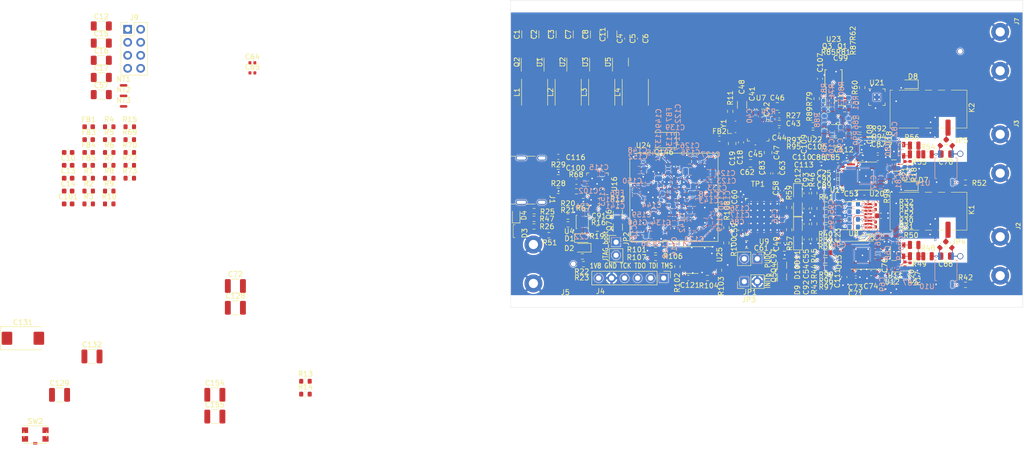
<source format=kicad_pcb>
(kicad_pcb (version 20221018) (generator pcbnew)
  (layers (0 "F.Cu" signal) (1 "In1.Cu" signal) (2 "In2.Cu" signal) (31 "B.Cu" signal) (34 "B.Paste" user) (35 "F.Paste" user) (36 "B.SilkS" user "B.Silkscreen") (37 "F.SilkS" user "F.Silkscreen") (38 "B.Mask" user) (39 "F.Mask" user) (44 "Edge.Cuts" user))
  (net 0 "")
  (net 1 "GND")
  (net 2 "+5V")
  (net 3 "Net-(C4-Pad1)")
  (net 4 "Net-(U1-FB)")
  (net 5 "Net-(C5-Pad1)")
  (net 6 "+2V5")
  (net 7 "Net-(U2-FB)")
  (net 8 "Net-(C16-Pad1)")
  (net 9 "Net-(U3-FB)")
  (net 10 "-2V5_analog")
  (net 11 "Net-(U5-SW)")
  (net 12 "+1V8")
  (net 13 "Net-(U5-VBST)")
  (net 14 "Net-(U5-VFB)")
  (net 15 "Net-(U8A-VOCM2)")
  (net 16 "Net-(U8B-VOCM2)")
  (net 17 "Net-(U9-REFIO)")
  (net 18 "/ADC+Driver/ADC_CLK_P")
  (net 19 "Net-(J2-In)")
  (net 20 "Net-(U13-VOCM)")
  (net 21 "Net-(JP4-B)")
  (net 22 "Net-(J3-In)")
  (net 23 "/ADC+Driver/ADC_CLK_N")
  (net 24 "Net-(U20-VOCM)")
  (net 25 "Net-(U16-VDD18)")
  (net 26 "Net-(U16-ID)")
  (net 27 "Net-(Q2-G)")
  (net 28 "Net-(C108-Pad1)")
  (net 29 "Net-(U22A--)")
  (net 30 "Net-(C109-Pad1)")
  (net 31 "Net-(U22B--)")
  (net 32 "/Front End/FE_CHB/PGA_INHI")
  (net 33 "/Front End/FE_CHA/PGA_INHI")
  (net 34 "Net-(J1-SHIELD)")
  (net 35 "/FPGA A7/bank_0/AGND")
  (net 36 "+1V0")
  (net 37 "/Front End/FE_CHA/FE_CTL_TERM")
  (net 38 "/Front End/FE_CHB/FE_CTL_TERM")
  (net 39 "Net-(J1-CC1)")
  (net 40 "/USB/USBin_P")
  (net 41 "/USB/USBin_N")
  (net 44 "Net-(J1-CC2)")
  (net 45 "TMS")
  (net 46 "TDI")
  (net 47 "TDO")
  (net 48 "TCK")
  (net 49 "/Clock/CLK_OUT")
  (net 50 "IO_L19P_T3_35")
  (net 51 "IO_L19N_T3_VREF_35")
  (net 52 "Net-(U24A-IO_L3P_T0_DQS_PUDC_B_14)")
  (net 53 "Net-(U24C-M2_0)")
  (net 54 "Net-(U24C-INIT_B_0)")
  (net 55 "Net-(U1-SW)")
  (net 56 "Net-(U2-SW)")
  (net 57 "Net-(U3-SW)")
  (net 58 "Net-(Q1B-D)")
  (net 59 "Net-(Q1A-D)")
  (net 60 "IO_L23N_T3_35")
  (net 61 "Net-(Q3B-D)")
  (net 62 "Net-(Q3A-D)")
  (net 63 "IO_L23P_T3_35")
  (net 64 "/Front End/FE_CHA/PGA_CTL_DATA")
  (net 65 "/Front End/FE_CHA/PGA_CTL_CLK")
  (net 66 "IO_L21P_T3_DQS_35")
  (net 67 "IO_L21N_T3_DQS_35")
  (net 68 "/Front End/FE_CHA/PGA_CTL_LATCH")
  (net 69 "/Front End/FE_CHB/PGA_CTL_LATCH")
  (net 70 "IO_L22N_T3_35")
  (net 71 "IO_L22P_T3_35")
  (net 72 "Net-(U1-EN)")
  (net 73 "Net-(U1-PG)")
  (net 74 "/Clock/USB_REF_CLK")
  (net 75 "IO_L20N_T3_35")
  (net 76 "IO_L20P_T3_35")
  (net 77 "/Power/PG_2V5")
  (net 78 "IO_L19P_T3_A10_D26_14")
  (net 79 "Net-(U7-OUT3)")
  (net 80 "Net-(NT1-Pad1)")
  (net 81 "Net-(NT2-Pad1)")
  (net 82 "Net-(NT3-Pad1)")
  (net 83 "Net-(U8A--IN2)")
  (net 84 "/ADC+Driver/ADC_CHA_IN_P")
  (net 85 "Net-(U8A-+IN2)")
  (net 86 "/ADC+Driver/ADC_CHA_IN_N")
  (net 87 "Net-(U8B--IN2)")
  (net 88 "/ADC+Driver/ADC_CHB_IN_P")
  (net 89 "Vpp_analog")
  (net 90 "Net-(U8B-+IN2)")
  (net 91 "/ADC+Driver/ADC_CHB_IN_N")
  (net 92 "Net-(R42-Pad1)")
  (net 93 "+1V8_analog")
  (net 94 "/Front End/FE_CHA/FE_CTL_AC")
  (net 95 "Net-(JP5-B)")
  (net 96 "Net-(R48-Pad1)")
  (net 97 "Net-(U11-NC)")
  (net 98 "Net-(U11-COM)")
  (net 99 "Net-(U12-FB)")
  (net 100 "/Front End/FE_CHB/FE_CTL_AC")
  (net 101 "Net-(JP4-C)")
  (net 102 "Net-(R54-Pad1)")
  (net 103 "Net-(U18-NC)")
  (net 104 "Net-(U18-COM)")
  (net 105 "Net-(U19-FB)")
  (net 106 "Net-(U21-RESETb)")
  (net 107 "Net-(U23-VREF)")
  (net 108 "Net-(R61-Pad2)")
  (net 109 "Net-(U23-VOUT1)")
  (net 110 "Net-(R62-Pad2)")
  (net 111 "Net-(U16-RBIAS)")
  (net 112 "Net-(U16-VBUS)")
  (net 113 "Net-(R71-Pad2)")
  (net 114 "Net-(U23-VOUT0)")
  (net 115 "Net-(R79-Pad2)")
  (net 116 "Net-(U22A-+)")
  (net 117 "Net-(U22B-+)")
  (net 118 "Net-(U24A-IO_L1P_T0_D00_MOSI_14)")
  (net 119 "Net-(U25-~{RESET}{slash}SIO3)")
  (net 120 "Net-(U25-~{WP}{slash}SIO2)")
  (net 121 "Net-(U24A-IO_L6P_T0_FCS_B_14)")
  (net 122 "Net-(U24A-IO_L1N_T0_D01_DIN_14)")
  (net 123 "Net-(U24C-PROGRAM_B_0)")
  (net 124 "/ADC+Driver/INA_N")
  (net 125 "/ADC+Driver/INA_P")
  (net 126 "/ADC+Driver/INB_N")
  (net 127 "/ADC+Driver/INB_P")
  (net 130 "Net-(U7-XOUT)")
  (net 131 "Net-(U7-XIN{slash}REF)")
  (net 134 "Net-(JP5-C)")
  (net 135 "+2V5_analog")
  (net 138 "/ADC+Driver/PGA_INA_P")
  (net 139 "/ADC+Driver/PGA_INA_N")
  (net 140 "/ADC+Driver/PGA_INB_P")
  (net 141 "/ADC+Driver/PGA_INB_N")
  (net 142 "IO_L12N_T1_MRCC_15")
  (net 146 "IO_L11P_T1_SRCC_35")
  (net 147 "IO_L11N_T1_SRCC_35")
  (net 148 "IO_L12P_T1_MRCC_35")
  (net 149 "IO_L12N_T1_MRCC_35")
  (net 150 "IO_L13P_T2_MRCC_35")
  (net 151 "IO_L13N_T2_MRCC_35")
  (net 152 "IO_L14P_T2_SRCC_35")
  (net 153 "IO_L14N_T2_SRCC_35")
  (net 154 "IO_L15P_T2_DQS_35")
  (net 155 "IO_L15N_T2_DQS_35")
  (net 156 "IO_L16P_T2_35")
  (net 157 "IO_L16N_T2_35")
  (net 158 "IO_L17P_T2_35")
  (net 171 "Net-(R52-Pad1)")
  (net 172 "IO_L18P_T2_35")
  (net 173 "IO_L17N_T2_35")
  (net 174 "IO_L18N_T2_35")
  (net 175 "/Front End/FE_CHA/FE_CTL_ATT")
  (net 177 "IO_L14P_T2_SRCC_14")
  (net 178 "IO_L13P_T2_MRCC_14")
  (net 179 "IO_L13N_T2_MRCC_14")
  (net 180 "IO_L15P_T2_DQS_RDWR_B_14")
  (net 181 "IO_L15N_T2_DQS_DOUT_CSO_B_14")
  (net 182 "IO_L16P_T2_CSI_B_14")
  (net 183 "IO_L16N_T2_A15_D31_14")
  (net 184 "IO_L17P_T2_A14_D30_14")
  (net 185 "IO_L17N_T2_A13_D29_14")
  (net 186 "IO_L18P_T2_A12_D28_14")
  (net 187 "IO_L18N_T2_A11_D27_14")
  (net 189 "/Power/PWR_EN")
  (net 190 "IO_L14N_T2_SRCC_14")
  (net 191 "/Front End/FE_CHB/FE_CTL_ATT")
  (net 193 "/Front End/fe_ctl/P0")
  (net 196 "IO_L8N_T1_AD14N_35")
  (net 197 "IO_L4N_T0_35")
  (net 198 "IO_L3N_T0_DQS_AD5N_35")
  (net 199 "IO_L3P_T0_DQS_AD5P_35")
  (net 200 "IO_L1N_T0_AD4N_35")
  (net 201 "IO_L2P_T0_AD8P_15")
  (net 202 "IO_L2N_T0_AD8N_15")
  (net 203 "IO_L3N_T0_DQS_AD1N_15")
  (net 204 "IO_L5N_T0_AD9N_15")
  (net 205 "IO_L7P_T1_AD2P_15")
  (net 206 "IO_L7N_T1_AD2N_15")
  (net 207 "IO_L9N_T1_DQS_AD3N_15")
  (net 208 "IO_L9N_T1_DQS_AD7N_35")
  (net 209 "IO_L8P_T1_AD14P_35")
  (net 210 "IO_L4P_T0_35")
  (net 211 "IO_L2N_T0_AD12N_35")
  (net 212 "IO_L2P_T0_AD12P_35")
  (net 213 "IO_L1P_T0_AD4P_35")
  (net 214 "IO_L3P_T0_DQS_AD1P_15")
  (net 215 "IO_L4P_T0_15")
  (net 216 "IO_L4N_T0_15")
  (net 217 "IO_L5P_T0_AD9P_15")
  (net 218 "IO_L8N_T1_AD10N_15")
  (net 219 "IO_L9P_T1_DQS_AD3P_15")
  (net 220 "IO_L10N_T1_AD11N_15")
  (net 221 "IO_L9P_T1_DQS_AD7P_35")
  (net 222 "IO_L7N_T1_AD6N_35")
  (net 223 "IO_L7P_T1_AD6P_35")
  (net 224 "IO_L5N_T0_AD13N_35")
  (net 225 "IO_L5P_T0_AD13P_35")
  (net 226 "IO_L1P_T0_AD0P_15")
  (net 227 "IO_L1N_T0_AD0N_15")
  (net 228 "IO_L11P_T1_SRCC_15")
  (net 229 "IO_L11N_T1_SRCC_15")
  (net 230 "IO_L8P_T1_AD10P_15")
  (net 231 "IO_L10P_T1_AD11P_15")
  (net 232 "IO_L10N_T1_AD15N_35")
  (net 233 "IO_L6N_T0_VREF_35")
  (net 234 "IO_L6P_T0_35")
  (net 235 "IO_L6P_T0_15")
  (net 236 "IO_L6N_T0_VREF_15")
  (net 237 "IO_0_15")
  (net 238 "IO_L14N_T2_SRCC_15")
  (net 239 "IO_L12P_T1_MRCC_15")
  (net 240 "IO_L15P_T2_DQS_15")
  (net 241 "IO_L15N_T2_DQS_ADV_B_15")
  (net 242 "IO_L17N_T2_A25_15")
  (net 243 "IO_L10P_T1_AD15P_35")
  (net 244 "IO_0_35")
  (net 245 "/FPGA A7/bank14_15/CCLK")
  (net 246 "IO_L14P_T2_SRCC_15")
  (net 247 "IO_L13P_T2_MRCC_15")
  (net 248 "IO_L13N_T2_MRCC_15")
  (net 249 "IO_L18N_T2_A23_15")
  (net 250 "IO_L17P_T2_A26_15")
  (net 251 "IO_L16P_T2_A28_15")
  (net 252 "IO_L16N_T2_A27_15")
  (net 253 "IO_L21N_T3_DQS_A18_15")
  (net 254 "IO_L18P_T2_A24_15")
  (net 255 "IO_25_15")
  (net 256 "IO_L19N_T3_A21_VREF_15")
  (net 257 "IO_L21P_T3_DQS_15")
  (net 258 "IO_L24N_T3_RS0_15")
  (net 259 "IO_L22N_T3_A16_15")
  (net 260 "/FPGA A7/DONE")
  (net 261 "IO_L19P_T3_A22_15")
  (net 262 "IO_L20P_T3_A20_15")
  (net 263 "IO_L20N_T3_A19_15")
  (net 264 "IO_L24P_T3_RS1_15")
  (net 265 "IO_L22P_T3_A17_15")
  (net 266 "IO_L23P_T3_FOE_B_15")
  (net 267 "IO_L23N_T3_FWE_B_15")
  (net 268 "IO_L24N_T3_35")
  (net 269 "IO_L24P_T3_35")
  (net 270 "IO_25_35")
  (net 273 "IO_0_14")
  (net 274 "IO_L5P_T0_D06_14")
  (net 275 "IO_L2P_T0_D02_14")
  (net 276 "IO_L2N_T0_D03_14")
  (net 277 "IO_L1P_T0_34")
  (net 278 "IO_0_34")
  (net 279 "IO_L5N_T0_D07_14")
  (net 280 "IO_L4P_T0_D04_14")
  (net 281 "IO_L2N_T0_34")
  (net 282 "IO_L2P_T0_34")
  (net 283 "IO_L1N_T0_34")
  (net 284 "IO_L6P_T0_34")
  (net 285 "IO_L6N_T0_D08_VREF_14")
  (net 286 "IO_L4N_T0_D05_14")
  (net 287 "IO_L3N_T0_DQS_EMCCLK_14")
  (net 288 "IO_L7P_T1_D09_14")
  (net 289 "IO_L4P_T0_34")
  (net 290 "IO_L3N_T0_DQS_34")
  (net 291 "IO_L3P_T0_DQS_34")
  (net 292 "IO_L6N_T0_VREF_34")
  (net 293 "IO_L19N_T3_A09_D25_VREF_14")
  (net 294 "IO_L11P_T1_SRCC_14")
  (net 295 "IO_L12P_T1_MRCC_14")
  (net 296 "IO_L7N_T1_D10_14")
  (net 297 "IO_L4N_T0_34")
  (net 298 "IO_L5N_T0_34")
  (net 299 "IO_L5P_T0_34")
  (net 300 "IO_L10P_T1_34")
  (net 301 "IO_25_14")
  (net 302 "IO_L20P_T3_A08_D24_14")
  (net 303 "IO_L11N_T1_SRCC_14")
  (net 304 "IO_L12N_T1_MRCC_14")
  (net 305 "IO_L8P_T1_D11_14")
  (net 306 "IO_L8N_T1_D12_14")
  (net 307 "IO_L7N_T1_34")
  (net 308 "IO_L7P_T1_34")
  (net 309 "IO_L8P_T1_34")
  (net 310 "IO_L23P_T3_A03_D19_14")
  (net 311 "IO_L24P_T3_A01_D17_14")
  (net 312 "IO_L24N_T3_A00_D16_14")
  (net 313 "IO_L20N_T3_A07_D23_14")
  (net 314 "IO_L9P_T1_DQS_14")
  (net 315 "IO_L9N_T1_DQS_D13_14")
  (net 316 "IO_L8N_T1_34")
  (net 317 "IO_L9N_T1_DQS_34")
  (net 318 "IO_L9P_T1_DQS_34")
  (net 319 "IO_L23N_T3_A02_D18_14")
  (net 320 "IO_L21P_T3_DQS_14")
  (net 321 "IO_L21N_T3_DQS_A06_D22_14")
  (net 322 "IO_L22P_T3_A05_D21_14")
  (net 323 "IO_L22N_T3_A04_D20_14")
  (net 324 "IO_L10P_T1_D14_14")
  (net 325 "IO_L10N_T1_D15_14")
  (net 334 "/sheet60F7998F/DIGIO")
  (net 335 "Net-(J5-In)")
  (net 336 "Net-(U4-A1)")
  (net 337 "Net-(U16-~{RESETB})")
  (net 338 "Net-(U7-OUT3B)")
  (net 339 "Net-(U7-OUT2)")
  (net 342 "Net-(U7-OUT1)")
  (net 343 "Net-(D3-BK)")
  (net 344 "Net-(D3-GK)")
  (net 345 "Net-(D3-RK)")
  (net 346 "Net-(D4-K)")
  (net 347 "Net-(Q6B-D)")
  (net 348 "Net-(Q6A-D)")
  (net 349 "Net-(Q7B-D)")
  (net 350 "Net-(Q7A-D)")
  (net 351 "/Front End/FE_CHA/PGA_INLO")
  (net 352 "/Front End/FE_CHB/PGA_INLO")
  (net 353 "+5V_switched")
  (net 354 "Net-(U5-GND)")
  (net 355 "Net-(U7-VDDA)")
  (net 356 "Net-(U24D-VCCADC_0)")
  (net 357 "/Front End/fe_ctl/P1")
  (footprint "proj_footprints:BNC_Molex_0731713150" (layer "F.Cu") (at 158.6 33 90)
    (fp_text reference "J7")
    (fp_text value "BNC" hide)
  )
  (footprint "proj_footprints:BNC_Molex_0731713150" (layer "F.Cu") (at 158.6 73 90)
    (fp_text reference "J2")
    (fp_text value "BNC" hide)
  )
  (footprint "proj_footprints:BNC_Molex_0731713150" (layer "F.Cu") (at 158.6 53 90)
    (fp_text reference "J3")
    (fp_text value "BNC" hide)
  )
  (footprint "Resistor_SMD:R_0603_1608Metric" (layer "F.Cu") (at -15.355 62.785)
    (fp_text reference "R10")
    (fp_text value "10k")
  )
  (footprint "Resistor_SMD:R_0402_1005Metric" (layer "F.Cu") (at 134.78 67.26)
    (fp_text reference "R31")
    (fp_text value "1k")
  )
  (footprint "Capacitor_SMD:C_0805_2012Metric" (layer "F.Cu") (at 116.45 72.75)
    (fp_text reference "C97")
    (fp_text value "1u")
  )
  (footprint "Capacitor_SMD:C_0603_1608Metric" (layer "F.Cu") (at 128.725 53.8)
    (fp_text reference "C110")
    (fp_text value "100n")
  )
  (footprint "Capacitor_SMD:C_0603_1608Metric" (layer "F.Cu") (at 126.95 57.2 180)
    (fp_text reference "C90")
    (fp_text value "1n")
  )
  (footprint "Capacitor_SMD:C_0603_1608Metric" (layer "F.Cu") (at 120.8 69.7 90)
    (fp_text reference "C92")
    (fp_text value "15p")
  )
  (footprint "Capacitor_SMD:C_0805_2012Metric" (layer "F.Cu") (at 147.95 72.975)
    (fp_text reference "C66")
    (fp_text value "100n")
  )
  (footprint "Capacitor_SMD:C_0603_1608Metric" (layer "F.Cu") (at -23.375 57.765)
    (fp_text reference "C13")
    (fp_text value "100n")
  )
  (footprint "Resistor_SMD:R_0603_1608Metric" (layer "F.Cu") (at 122.3 60.675 -90)
    (fp_text reference "R46")
    (fp_text value "232")
  )
  (footprint "Diode_SMD:D_SOD-323" (layer "F.Cu") (at 140.982563 39.426 180)
    (fp_text reference "D8")
    (fp_text value "NSR0170HT1G")
  )
  (footprint "Package_DFN_QFN:QFN-24-1EP_4x4mm_P0.5mm_EP2.6x2.6mm" (layer "F.Cu") (at 79.9625 58.85 180)
    (fp_text reference "U16")
    (fp_text value "USB3343")
  )
  (footprint "Capacitor_SMD:C_0603_1608Metric" (layer "F.Cu") (at 128.15 77.075 90)
    (fp_text reference "C111")
    (fp_text value "100n")
  )
  (footprint "Capacitor_SMD:C_0805_2012Metric" (layer "F.Cu") (at 123.6 55.35)
    (fp_text reference "C113")
    (fp_text value "1u")
  )
  (footprint "proj_footprints:QFN-48-1EP_7x7mm_P0.5mm_EP5.6x5.6mm_ThermalVias_biggerholes" (layer "F.Cu") (at 112.5 65.325 180)
    (fp_text reference "U9")
    (fp_text value "MAX19517")
  )
  (footprint "Package_TO_SOT_SMD:SOT-23-6" (layer "F.Cu") (at 71.1 35.09 90)
    (fp_text reference "U1")
    (fp_text value "TLV62569DDC")
  )
  (footprint "Resistor_SMD:R_0603_1608Metric" (layer "F.Cu") (at 130.462 46.024 -90)
    (fp_text reference "R87")
    (fp_text value "18k")
  )
  (footprint "Diode_SMD:D_SOD-323" (layer "F.Cu") (at 77.1 69.45)
    (fp_text reference "D1")
    (fp_text value "NSR0170HT1G")
  )
  (footprint "Capacitor_SMD:C_0603_1608Metric" (layer "F.Cu") (at 115.461 45.493 180)
    (fp_text reference "C43")
    (fp_text value "100n")
  )
  (footprint "Resistor_SMD:R_0603_1608Metric" (layer "F.Cu") (at 131.225 48.255 180)
    (fp_text reference "R92")
    (fp_text value "18k")
  )
  (footprint "proj_footprints:SOT-563-adjusted" (layer "F.Cu") (at 116 74.765 90)
    (fp_text reference "Q4")
    (fp_text value "SSM6P35AFE")
  )
  (footprint "proj_footprints:SOT-23-6_small_cyd" (layer "F.Cu") (at 138.8 71.9 90)
    (fp_text reference "U11")
    (fp_text value "TS5A63157DBV")
  )
  (footprint "Capacitor_SMD:C_0402_1005Metric" (layer "F.Cu") (at 107.9 67.925 90)
    (fp_text reference "C59")
    (fp_text value "100n")
  )
  (footprint "Inductor_SMD:L_Taiyo-Yuden_NR-50xx" (layer "F.Cu") (at 74.25 40.99 90)
    (fp_text reference "L2")
    (fp_text value "2u2")
  )
  (footprint "Package_TO_SOT_SMD:SOT-23-6" (layer "F.Cu") (at 80 35.09 90)
    (fp_text reference "U3")
    (fp_text value "TLV62569DDC")
  )
  (footprint "Package_SO:TSSOP-16-1EP_4.4x5mm_P0.65mm_EP3x3mm_ThermalVias" (layer "F.Cu") (at 132.35 57.35)
    (fp_text reference "U20")
    (fp_text value "AD8370")
  )
  (footprint "usbadc_local:single_pad" (layer "F.Cu") (at 111.593 57.621)
    (fp_text reference "TP1")
    (fp_text value "GND")
  )
  (footprint "Capacitor_SMD:C_0603_1608Metric" (layer "F.Cu") (at 123.425 38.345 -90)
    (fp_text reference "C107")
    (fp_text value "100n")
  )
  (footprint "NetTie:NetTie-2_SMD_Pad0.5mm" (layer "F.Cu") (at -12.555 39.645)
    (fp_text reference "NT1")
    (fp_text value "Net-Tie_2")
  )
  (footprint "Resistor_SMD:R_0402_1005Metric" (layer "F.Cu") (at 141 74.8 90)
    (fp_text reference "R17")
    (fp_text value "1M")
  )
  (footprint "Resistor_SMD:R_0603_1608Metric" (layer "F.Cu") (at -15.355 47.725)
    (fp_text reference "R4")
    (fp_text value "27k")
  )
  (footprint "Capacitor_SMD:C_0603_1608Metric" (layer "F.Cu") (at 126.925 55.275)
    (fp_text reference "C25")
    (fp_text value "100nF")
  )
  (footprint "NetTie:NetTie-2_SMD_Pad0.5mm" (layer "F.Cu") (at -12.555 43.745)
    (fp_text reference "NT3")
    (fp_text value "Net-Tie_2")
  )
  (footprint "Capacitor_SMD:C_0402_1005Metric" (layer "F.Cu") (at 116 60.2 90)
    (fp_text reference "C58")
    (fp_text value "100n")
  )
  (footprint "Resistor_SMD:R_0402_1005Metric" (layer "F.Cu") (at 134.76 63.88)
    (fp_text reference "R33")
    (fp_text value "1k")
  )
  (footprint "Capacitor_SMD:C_1210_3225Metric" (layer "F.Cu") (at 9.275 83.065)
    (fp_text reference "C128")
    (fp_text value "47u")
  )
  (footprint "Resistor_SMD:R_0603_1608Metric" (layer "F.Cu") (at 91.312 71.804)
    (fp_text reference "R106")
    (fp_text value "1k")
  )
  (footprint "proj_footprints:RC_0603_1608Metric" (layer "F.Cu") (at 141.8 70.8)
    (fp_text reference "R50")
    (fp_text value "100k/100p")
  )
  (footprint "Resistor_SMD:R_0402_1005Metric" (layer "F.Cu") (at 134.76 62.93)
    (fp_text reference "R32")
    (fp_text value "1k")
  )
  (footprint "Resistor_SMD:R_0603_1608Metric" (layer "F.Cu") (at 124.6 73.8)
    (fp_text reference "R96")
    (fp_text value "10k")
  )
  (footprint "Resistor_SMD:R_0603_1608Metric" (layer "F.Cu") (at 67.6 64.2 180)
    (fp_text reference "R25")
    (fp_text value "4k7")
  )
  (footprint "Capacitor_SMD:C_0603_1608Metric" (layer "F.Cu") (at 113.267 56.834 90)
    (fp_text reference "C83")
    (fp_text value "100n")
  )
  (footprint "Resistor_SMD:R_0603_1608Metric" (layer "F.Cu") (at 105.139 70.41 90)
    (fp_text reference "R100")
    (fp_text value "1k")
  )
  (footprint "Inductor_SMD:L_0603_1608Metric" (layer "F.Cu") (at -19.365 55.255)
    (fp_text reference "FB5")
    (fp_text value "Ferrite_Bead MPZ1608S221A")
  )
  (footprint "Package_SO:TSSOP-16_4.4x5mm_P0.65mm" (layer "F.Cu") (at 129.975 65.1 180)
    (fp_text reference "U8")
    (fp_text value "THS4522")
  )
  (footprint "Resistor_SMD:R_0603_1608Metric" (layer "F.Cu") (at 128.238 44.286)
    (fp_text reference "R81")
    (fp_text value "1k")
  )
  (footprint "Inductor_SMD:L_0603_1608Metric" (layer "F.Cu") (at -19.365 52.745)
    (fp_text reference "FB4")
    (fp_text value "Ferrite_Bead MPZ1608S221A")
  )
  (footprint "Resistor_SMD:R_0603_1608Metric" (layer "F.Cu") (at 124.6 72.3)
    (fp_text reference "R99")
    (fp_text value "10k")
  )
  (footprint "Resistor_SMD:R_0603_1608Metric" (layer "F.Cu") (at -15.355 60.275)
    (fp_text reference "R9")
    (fp_text value "31k6")
  )
  (footprint "Resistor_SMD:R_0603_1608Metric" (layer "F.Cu") (at 70.475 68.9)
    (fp_text reference "R51")
    (fp_text value "230")
  )
  (footprint "proj_footprints:SOT-563-adjusted" (layer "F.Cu") (at 127.766 42.684)
    (fp_text reference "Q1")
    (fp_text value "SSM6N35AFE")
  )
  (footprint "Capacitor_SMD:C_0603_1608Metric" (layer "F.Cu") (at 124.269 48.175 90)
    (fp_text reference "C109")
    (fp_text value "2n")
  )
  (footprint "Capacitor_SMD:C_0805_2012Metric" (layer "F.Cu") (at 109.1 70.7 180)
    (fp_text reference "C61")
    (fp_text value "1u")
  )
  (footprint "Package_SO:MSOP-10_3x3mm_P0.5mm" (layer "F.Cu") (at 126.05 38.27 90)
    (fp_text reference "U23")
    (fp_text value "MCP47CVB02-E_UN")
  )
  (footprint "Capacitor_SMD:C_0402_1005Metric" (layer "F.Cu") (at 12.595 35.235)
    (fp_text reference "C64")
    (fp_text value "100n")
  )
  (footprint "proj_footprints:RC_0603_1608Metric" (layer "F.Cu") (at 144.4 73)
    (fp_text reference "R48")
    (fp_text value "909k/11p")
  )
  (footprint "Resistor_SMD:R_0402_1005Metric" (layer "F.Cu") (at 141 55 90)
    (fp_text reference "R18")
    (fp_text value "1M")
  )
  (footprint "proj_footprints:TX2SA" (layer "F.Cu") (at 138.25 64.207 90)
    (fp_text reference "K1")
    (fp_text value "G6S-2")
  )
  (footprint "Resistor_SMD:R_0603_1608Metric" (layer "F.Cu") (at 124.6 65.9)
    (fp_text reference "R39")
    (fp_text value "178")
  )
  (footprint "proj_footprints:J_0603_V" (layer "F.Cu") (at 147.95 70.175 180)
    (fp_text reference "JP4")
    (fp_text value "50Ohm")
  )
  (footprint "Capacitor_SMD:C_0603_1608Metric" (layer "F.Cu") (at -23.375 55.255)
    (fp_text reference "C10")
    (fp_text value "100n")
  )
  (footprint "Resistor_SMD:R_0402_1005Metric" (layer "F.Cu") (at 134.77 66.31)
    (fp_text reference "R30")
    (fp_text value "1k")
  )
  (footprint "Capacitor_SMD:C_0603_1608Metric" (layer "F.Cu") (at 134.7 53.8)
    (fp_text reference "C87")
    (fp_text value "1n")
  )
  (footprint "Package_TO_SOT_SMD:SOT-23-6" (layer "F.Cu") (at 75.55 35.09 90)
    (fp_text reference "U2")
    (fp_text value "TLV62569DDC")
  )
  (footprint "Resistor_SMD:R_0603_1608Metric" (layer "F.Cu") (at -15.355 50.235)
    (fp_text reference "R5")
    (fp_text value "100k")
  )
  (footprint "Capacitor_SMD:C_0603_1608Metric" (layer "F.Cu") (at 120.8 66.7 90)
    (fp_text reference "C54")
    (fp_text value "15p")
  )
  (footprint "proj_footprints:RC_0603_1608Metric" (layer "F.Cu") (at 141.8 51.4)
    (fp_text reference "R56")
    (fp_text value "100k/100p")
  )
  (footprint "Resistor_SMD:R_0603_1608Metric" (layer "F.Cu") (at 122.3 69.675 -90)
    (fp_text reference "R43")
    (fp_text value "232")
  )
  (footprint "Inductor_SMD:L_Taiyo-Yuden_NR-50xx" (layer "F.Cu") (at 87.35 40.99 90)
    (fp_text reference "L4")
    (fp_text value "2u2")
  )
  (footprint "Capacitor_SMD:C_0805_2012Metric" (layer "F.Cu") (at 106.259 50.997 -90)
    (fp_text reference "C19")
    (fp_text value "1u")
  )
  (footprint "Resistor_SMD:R_0603_1608Metric" (layer "F.Cu") (at -11.345 52.745)
    (fp_text reference "R70")
    (fp_text value "0")
  )
  (footprint "Capacitor_SMD:C_0603_1608Metric" (layer "F.Cu") (at 114.73 56.835 90)
    (fp_text reference "C63")
    (fp_text value "100n")
  )
  (footprint "proj_footprints:RC_0603_1608Metric" (layer "F.Cu") (at 141.8 73)
    (fp_text reference "R49")
    (fp_text value "909k/11p")
  )
  (footprint "Capacitor_SMD:C_1206_3216Metric" (layer "F.Cu") (at 69.45 29.69 90)
    (fp_text reference "C2")
    (fp_text value "10u")
  )
  (footprint "Capacitor_SMD:C_0402_1005Metric" (layer "F.Cu") (at 140 74.6 -90)
    (fp_text reference "C20")
    (fp_text value "10p")
  )
  (footprint "Connector_PinHeader_2.54mm:PinHeader_1x02_P2.54mm_Vertical" (layer "F.Cu") (at 108.637 77.95 90)
    (fp_text reference "JP3")
    (fp_text value "INITb")
  )
  (footprint "Capacitor_SMD:C_0603_1608Metric" (layer "F.Cu") (at 110.791 51.766)
    (fp_text reference "C45")
    (fp_text value "100n")
  )
  (footprint "proj_footprints:RC_0603_1608Metric" (layer "F.Cu") (at 144.4 53.1)
    (fp_text reference "R54")
    (fp_text value "909k/11p")
  )
  (footprint "Capacitor_SMD:C_0603_1608Metric" (layer "F.Cu") (at 115.456 48.44 180)
    (fp_text reference "C44")
    (fp_text value "100n")
  )
  (footprint "Resistor_SMD:R_0603_1608Metric" (layer "F.Cu") (at 22.955 97.415)
    (fp_text reference "R13")
    (fp_text value "10k")
  )
  (footprint "Capacitor_SMD:C_0603_1608Metric" (layer "F.Cu") (at 111.587 44.303 -90)
    (fp_text reference "C42")
    (fp_text value "100n")
  )
  (footprint "Package_BGA:Xilinx_FTG256" (layer "F.Cu") (at 94.9 61.5)
    (fp_text reference "U24")
    (fp_text value "XC7A35T-FTG256")
  )
  (footprint "Capacitor_SMD:C_1206_3216Metric" (layer "F.Cu") (at -16.905 38.095)
    (fp_text reference "C17")
    (fp_text value "10u")
  )
  (footprint "Connector_PinHeader_2.54mm:PinHeader_1x02_P2.54mm_Vertical" (layer "F.Cu") (at 111.175 73.5 -90)
    (fp_text reference "JP1")
    (fp_text value "PUDC")
  )
  (footprint "Resistor_SMD:R_0603_1608Metric" (layer "F.Cu") (at 124.6 67.4)
    (fp_text reference "R38")
    (fp_text value "178")
  )
  (footprint "Capacitor_SMD:C_0805_2012Metric" (layer "F.Cu") (at 109.859 54.855)
    (fp_text reference "C62")
    (fp_text value "1u")
  )
  (footprint "Resistor_SMD:R_0603_1608Metric" (layer "F.Cu") (at 130.463 43.062 -90)
    (fp_text reference "R62")
    (fp_text value "18k")
  )
  (footprint "Capacitor_SMD:C_0805_2012Metric" (layer "F.Cu") (at 113.276 52.767 -90)
    (fp_text reference "C47")
    (fp_text value "1u")
  )
  (footprint "Capacitor_SMD:C_0603_1608Metric" (layer "F.Cu") (at -23.375 62.785)
    (fp_text reference "C101")
    (fp_text value "100n")
  )
  (footprint "Package_SON:WSON-8-1EP_6x5mm_P1.27mm_EP3.4x4mm" (layer "F.Cu") (at 99.65 73.75 180)
    (fp_text reference "U25")
    (fp_text value "AT25SL641")
  )
  (footprint "proj_footprints:LED_RGB_2504_horiz_barg" (layer "F.Cu") (at 64.4 68.1 90)
    (fp_text reference "D3")
    (fp_text value "LED_BARG")
  )
  (footprint "Capacitor_SMD:C_0603_1608Metric" (layer "F.Cu") (at -23.375 60.275)
    (fp_text reference "C14")
    (fp_text value "50p")
  )
  (footprint "Connector_PinHeader_2.54mm:PinHeader_1x06_P2.54mm_Vertical" (layer "F.Cu") (at 92.885 77.264 -90)
    (fp_text reference "J4")
    (fp_text value "JTAG")
  )
  (footprint "Connector_PinHeader_2.54mm:PinHeader_1x02_P2.54mm_Vertical" (layer "F.Cu") (at 83.6 70.26)
    (fp_text reference "JP2")
    (fp_text value "JTAG_boot")
  )
  (footprint "LED_SMD:LED_0603_1608Metric" (layer "F.Cu") (at 64.1 65.0125 90)
    (fp_text reference "D4")
    (fp_text value "DONb")
  )
  (footprint "Capacitor_SMD:C_1206_3216Metric" (layer "F.Cu") (at -16.905 41.445)
    (fp_text reference "C57")
    (fp_text value "10u")
  )
  (footprint "Resistor_SMD:R_0603_1608Metric" (layer "F.Cu") (at 94.825 71.75)
    (fp_text reference "R101")
    (fp_text value "100k")
  )
  (footprint "proj_footprints:BNC_Molex_0731713150" (layer "F.Cu") (at 67.46 74.512 -90)
    (fp_text reference "J5")
    (fp_text value "BNC")
  )
  (footprint "Diode_SMD:D_SOD-323" (layer "F.Cu") (at 119.1 63.6 90)
    (fp_text reference "D11")
    (fp_text value "NSR0170HT1G")
  )
  (footprint "Resistor_SMD:R_0603_1608Metric" (layer "F.Cu") (at 105.154 67.428 -90)
    (fp_text reference "R108")
    (fp_text value "1k")
  )
  (footprint "Inductor_SMD:L_Taiyo-Yuden_NR-50xx" (layer "F.Cu") (at 80.8 40.99 90)
    (fp_text reference "L3")
    (fp_text value "2u2")
  )
  (footprint "Package_SON:WSON-8-1EP_2x2mm_P0.5mm_EP0.9x1.6mm" (layer "F.Cu") (at 137.85 55.3 180)
    (fp_text reference "U19")
    (fp_text value "OPA859xDSG")
  )
  (footprint "Inductor_SMD:L_0603_1608Metric" (layer "F.Cu") (at -19.365 47.725)
    (fp_text reference "FB1")
    (fp_text value "Ferrite_Bead MPZ1608S221A")
  )
  (footprint "NetTie:NetTie-2_SMD_Pad0.5mm" (layer "F.Cu") (at -12.555 41.695)
    (fp_text reference "NT2")
    (fp_text value "Net-Tie_2")
  )
  (footprint "Capacitor_SMD:C_0603_1608Metric" (layer "F.Cu") (at 110.093 44.303 -90)
    (fp_text reference "C41")
    (fp_text value "100n")
  )
  (footprint "Resistor_SMD:R_0603_1608Metric" (layer "F.Cu") (at -19.365 57.765)
    (fp_text reference "R1")
    (fp_text value "100k")
  )
  (footprint "Diode_SMD:D_SOD-323" (layer "F.Cu") (at 140.966945 59.334 180)
    (fp_text reference "D7")
    (fp_text value "NSR0170HT1G")
  )
  (footprint "Capacitor_SMD:C_0603_1608Metric" (layer "F.Cu") (at 97.7 77.25)
    (fp_text reference "C121")
    (fp_text value "100n")
  )
  (footprint "Package_SO:TSSOP-16-1EP_4.4x5mm_P0.65mm_EP3x3mm_ThermalVias" (layer "F.Cu") (at 131.625 72.8 180)
    (fp_text reference "U13")
    (fp_text value "AD8370")
  )
  (footprint "Diode_SMD:D_SOD-323" (layer "F.Cu") (at 119.1 70.15 90)
    (fp_text reference "D9")
    (fp_text value "NSR0170HT1G")
  )
  (footprint "Resistor_SMD:R_0603_1608Metric" (layer "F.Cu") (at -11.345 55.255)
    (fp_text reference "R72")
    (fp_text value "0")
  )
  (footprint "Capacitor_SMD:C_1206_3216Metric" (layer "F.Cu") (at -16.905 34.745)
    (fp_text reference "C16")
    (fp_text value "10u")
  )
  (footprint "proj_footprints:RC_0603_1608Metric" (layer "F.Cu") (at 141.8 53.1)
    (fp_text reference "R55")
    (fp_text value "909k/11p")
  )
  (footprint "Resistor_SMD:R_0603_1608Metric" (layer "F.Cu") (at 131.225 49.75 180)
    (fp_text reference "R94")
    (fp_text value "1")
  )
  (footprint "Resistor_SMD:R_0603_1608Metric" (layer "F.Cu") (at 124.6 64.4)
    (fp_text reference "R40")
    (fp_text value "178")
  )
  (footprint "Capacitor_SMD:C_1206_3216Metric" (layer "F.Cu") (at -16.905 31.395)
    (fp_text reference "C15")
    (fp_text value "10u")
  )
  (footprint "Resistor_SMD:R_0603_1608Metric" (layer "F.Cu") (at 122.053 48.917)
    (fp_text reference "R95")
    (fp_text value "1")
  )
  (footprint "proj_footprints:TX2SA" (layer "F.Cu") (at 138.25 44.277 90)
    (fp_text reference "K2")
    (fp_text value "G6S-2")
  )
  (footprint "Capacitor_SMD:C_0805_2012Metric" (layer "F.Cu") (at 126.925 46.125 180)
    (fp_text reference "C99")
    (fp_text value "1u")
  )
  (footprint "Capacitor_SMD:C_1206_3216Metric" (layer "F.Cu") (at 79.5 29.69 90)
    (fp_text reference "C8")
    (fp_text value "10u")
  )
  (footprint "proj_footprints:DFN-8-1EP_2x2mm_P0.5mm_EP0.45x1.6mm" (layer "F.Cu") (at 126.6315 48.402 180)
    (fp_text reference "U22")
    (fp_text value "TSV992A")
  )
  (footprint "Resistor_SMD:R_0603_1608Metric" (layer "F.Cu") (at 125.05 44.4 180)
    (fp_text reference "R85")
    (fp_text value "1k")
  )
  (footprint "Resistor_SMD:R_0603_1608Metric" (layer "F.Cu") (at 72.313 60.222)
    (fp_text reference "R28")
    (fp_text value "5k1")
  )
  (footprint "Capacitor_SMD:C_0603_1608Metric" (layer "F.Cu") (at 72.325 53.6)
    (fp_text reference "C116")
    (fp_text value "100n")
  )
  (footprint "Capacitor_SMD:C_0805_2012Metric" (layer "F.Cu") (at 148 53.05)
    (fp_text reference "C78")
    (fp_text value "100n")
  )
  (footprint "proj_footprints:SW_SPST_PTS810_and_PTS841" (layer "F.Cu") (at -29.795 107.815)
    (fp_text reference "SW2")
    (fp_text value "PROG")
  )
  (footprint "Capacitor_SMD:C_0805_2012Metric" (layer "F.Cu") (at 115.077 43.757)
    (fp_text reference "C46")
    (fp_text value "1u")
  )
  (footprint "Resistor_SMD:R_0603_1608Metric" (layer "F.Cu") (at 75.86 60.326)
    (fp_text reference "R68")
    (fp_text value "10k")
  )
  (footprint "Resistor_SMD:R_0603_1608Metric" (layer "F.Cu") (at 83.9 63 180)
    (fp_text reference "R12")
    (fp_text value "0")
  )
  (footprint "Package_TO_SOT_SMD:SOT-23-6" (layer "F.Cu") (at 84.45 35.09 90)
    (fp_text reference "U5")
    (fp_text value "TPS563249DDC")
  )
  (footprint "Capacitor_SMD:C_0603_1608Metric" (layer "F.Cu") (at 88.29 30.51 90)
    (fp_text reference "C5")
    (fp_text value "6p8")
  )
  (footprint "Resistor_SMD:R_0603_1608Metric" (layer "F.Cu") (at 74.21 65.241)
    (fp_text reference "R20")
    (fp_text value "100k")
  )
  (footprint "Capacitor_SMD:C_0402_1005Metric" (layer "F.Cu") (at 116 70.4 -90)
    (fp_text reference "C49")
    (fp_text value "100n")
  )
  (footprint "Resistor_SMD:R_0603_1608Metric" (layer "F.Cu") (at 67.575 65.7)
    (fp_text reference "R47")
    (fp_text value "2k")
  )
  (footprint "Capacitor_SMD:C_0603_1608Metric" (layer "F.Cu") (at 126.95 58.675 180)
    (fp_text reference "C89")
    (fp_text value "1n")
  )
  (footprint "Resistor_SMD:R_0603_1608Metric" (layer "F.Cu") (at 124.6 75.3)
    (fp_text reference "R97")
    (fp_text value "10k")
  )
  (footprint "Capacitor_SMD:C_1206_3216Metric" (layer "F.Cu") (at 108.2 43.45 90)
    (fp_text reference "C48")
    (fp_text value "10u")
  )
  (footprint "Capacitor_SMD:C_1206_3216Metric" (layer "F.Cu") (at 82.85 29.69 90)
    (fp_text reference "C11")
    (fp_text value "10u")
  )
  (footprint "Capacitor_SMD:C_1210_3225Metric" (layer "F.Cu") (at -25.055 100.065)
    (fp_text reference "C129")
    (fp_text value "47u")
  )
  (footprint "Resistor_SMD:R_0603_1608Metric" (layer "F.Cu") (at -15.355 55.255)
    (fp_text reference "R7")
    (fp_text value "31k6")
  )
  (footprint "Resistor_SMD:R_0603_1608Metric" (layer "F.Cu") (at 67.575 67.2)
    (fp_text reference "R26")
    (fp_text value "750")
  )
  (footprint "Capacitor_SMD:C_0603_1608Metric" (layer "F.Cu") (at 135.625 69.3)
    (fp_text reference "C75")
    (fp_text value "1n")
  )
  (footprint "Diode_SMD:D_SOD-323" (layer "F.Cu") (at 77.1 71.35 180)
    (fp_text reference "D2")
    (fp_text value "NSR0170HT1G")
  )
  (footprint "Capacitor_SMD:C_0402_1005Metric" (layer "F.Cu") (at 140 55 -90)
    (fp_text reference "C21")
    (fp_text value "10p")
  )
  (footprint "Capacitor_Tantalum_SMD:CP_EIA-7343-30_AVX-N" (layer "F.Cu") (at -32.21 89.015)
    (fp_text reference "C131")
    (fp_text value "330u")
  )
  (footprint "Capacitor_SMD:C_0603_1608Metric" (layer "F.Cu") (at 75.853 58.443)
    (fp_text reference "C100")
    (fp_text value "1u")
  )
  (footprint "Inductor_SMD:L_0603_1608Metric" (layer "F.Cu") (at -19.365 50.235)
    (fp_text reference "FB3")
    (fp_text value "Ferrite_Bead MPZ1608S221A")
  )
  (footprint "Capacitor_SMD:C_1210_3225Metric" (layer "F.Cu") (at 9.275 78.815)
    (fp_text reference "C72")
    (fp_text value "47u")
  )
  (footprint "Capacitor_SMD:C_0603_1608Metric" (layer "F.Cu") (at 120.8 63.7 90)
    (fp_text reference "C55")
    (fp_text value "15p")
  )
  (footprint "Resistor_SMD:R_0603_1608Metric" (layer "F.Cu") (at 72.323 56.555)
    (fp_text reference "R29")
    (fp_text value "5k1")
  )
  (footprint "Capacitor_Tantalum_SMD:CP_EIA-3528-15_AVX-H" (layer "F.Cu") (at 92.9 50.33 180)
    (fp_text reference "C146")
    (fp_text value "100u")
  )
  (footprint "Capacitor_SMD:C_0603_1608Metric" (layer "F.Cu") (at 120.8 60.7 90)
    (fp_text reference "C93")
    (fp_text value "15p")
  )
  (footprint "Resistor_SMD:R_0603_1608Metric" (layer "F.Cu") (at 79.975 67.6 180)
    (fp_text reference "R19")
    (fp_text value "100")
  )
  (footprint "Resistor_SMD:R_0603_1608Metric" (layer "F.Cu") (at -19.365 62.785)
    (fp_text reference "R3")
    (fp_text value "10k")
  )
  (footprint "Resistor_SMD:R_0603_1608Metric" (layer "F.Cu") (at 103.7 75.725 90)
    (fp_text reference "R103")
    (fp_text value "10k")
  )
  (footprint "Resistor_SMD:R_0603_1608Metric" (layer "F.Cu") (at 122.3 66.675 -90)
    (fp_text reference "R44")
    (fp_text value "232")
  )
  (footprint "Capacitor_SMD:C_0603_1608Metric" (layer "F.Cu") (at 80.192 62.214)
    (fp_text reference "C91")
    (fp_text value "1u")
  )
  (footprint "Resistor_SMD:R_0603_1608Metric" (layer "F.Cu") (at 122.795 45.186 -90)
    (fp_text reference "R89")
    (fp_text value "18k")
  )
  (footprint "Capacitor_SMD:C_0805_2012Metric" (layer "F.Cu") (at 126.525 50.65)
    (fp_text reference "C106")
    (fp_text value "1u")
  )
  (footprint "Resistor_SMD:R_0603_1608Metric" (layer "F.Cu") (at 122.3 63.675 -90)
    (fp_text reference "R45")
    (fp_text value "232")
  )
  (footprint "Resistor_SMD:R_0603_1608Metric" (layer "F.Cu") (at 137.019 58.592 90)
    (fp_text reference "R98")
    (fp_text value "10k")
  )
  (footprint "Resistor_SMD:R_0603_1608Metric" (layer "F.Cu") (at 101.45 77.25 180)
    (fp_text reference "R104")
    (fp_text value "10k")
  )
  (footprint "Package_SON:WSON-8-1EP_2x2mm_P0.5mm_EP0.9x1.6mm" (layer "F.Cu") (at 137.85 74.95 180)
    (fp_text reference "U12")
    (fp_text value "OPA859xDSG")
  )
  (footprint "Connector_PinHeader_2.54mm:PinHeader_2x04_P2.54mm_Vertical" (layer "F.Cu") (at -11.755 28.695)
    (fp_text reference "J9")
    (fp_text value "Expansion")
  )
  (footprint "Package_TO_SOT_SMD:TSOT-23-6" (layer "F.Cu") (at 66.65 35.09 90)
    (fp_text reference "Q2")
    (fp_text value "Si3477")
  )
  (footprint "proj_footprints:SOT-23-6_small_cyd" (layer "F.Cu") (at 138.8 52.3 90)
    (fp_text reference "U18")
    (fp_text value "TS5A63157DBV")
  )
  (footprint "Resistor_SMD:R_0603_1608Metric" (layer "F.Cu") (at 124.6 62.9)
    (fp_text reference "R41")
    (fp_text value "178")
  )
  (footprint "Resistor_SMD:R_0603_1608Metric" (layer "F.Cu") (at -11.345 47.725)
    (fp_text reference "R15")
    (fp_text value "100k")
  )
  (footprint "Resistor_SMD:R_0603_1608Metric" (layer "F.Cu") (at 151.815 58.62)
    (fp_text reference "R52")
    (fp_text value "1k2")
  )
  (footprint "Resistor_SMD:R_0603_1608Metric" (layer "F.Cu") (at -19.365 60.275)
    (fp_text reference "R2")
    (fp_text value "100k")
  )
  (footprint "proj_footprints:SOT-563-adjusted" (layer "F.Cu") (at 125.35 42.635 90)
    (fp_text reference "Q3")
    (fp_text value "SSM6N35AFE")
  )
  (footprint "Resistor_SMD:R_0603_1608Metric" (layer "F.Cu") (at -15.355 52.745)
    (fp_text reference "R6")
    (fp_text value "200k")
  )
  (footprint "Capacitor_SMD:C_0603_1608Metric" (layer "F.Cu") (at 130.4 76.3)
    (fp_text reference "C73")
    (fp_text value "1n")
  )
  (footprint "Resistor_SMD:R_0603_1608Metric" (layer "F.Cu") (at 122.771 42.221 -90)
    (fp_text reference "R79")
    (fp_text value "18k")
  )
  (footprint "Resistor_SMD:R_0603_1608Metric" (layer "F.Cu") (at -11.345 50.235)
    (fp_text reference "R69")
    (fp_text value "0")
  )
  (footprint "Capacitor_SMD:C_1206_3216Metric" (layer "F.Cu") (at 76.15 29.69 90)
    (fp_text reference "C7")
    (fp_text value "10u")
  )
  (footprint "Resistor_SMD:R_0603_1608Metric" (layer "F.Cu") (at 117.39 63.495 -90)
    (fp_text reference "R59")
    (fp_text value "232")
  )
  (footprint "Capacitor_SMD:C_0603_1608Metric" (layer "F.Cu") (at 107.984 50.774 90)
    (fp_text reference "C18")
    (fp_text value "100n")
  )
  (footprint "Capacitor_SMD:C_0603_1608Metric" (layer "F.Cu") (at 132.065 61.6)
    (fp_text reference "C53")
    (fp_text value "100n")
  )
  (footprint "Capacitor_SMD:C_0603_1608Metric" (layer "F.Cu") (at 135.305 65.11 180)
    (fp_text reference "C52")
    (fp_text value "100n")
  )
  (footprint "Resistor_SMD:R_0603_1608Metric" (layer "F.Cu") (at 22.955 99.925)
    (fp_text reference "R14")
    (fp_text value "10k")
  )
  (footprint "Inductor_SMD:L_0603_1608Metric" (layer "F.Cu") (at 103.7865 50.047)
    (fp_text reference "FB2")
    (fp_text value "Ferrite_Bead")
  )
  (footprint "Resistor_SMD:R_0603_1608Metric" (layer "F.Cu") (at 117.4 67.83 -90)
    (fp_text reference "R57")
    (fp_text value "232")
  )
  (footprint "Resistor_SMD:R_0603_1608Metric" (layer "F.Cu") (at 74.211 66.793 180)
    (fp_text reference "R21")
    (fp_text value "2k2")
  )
  (footprint "Capacitor_SMD:C_0603_1608Metric" (layer "F.Cu") (at 130.4 77.8)
    (fp_text reference "C71")
    (fp_text value "100nF")
  )
  (footprint "Crystal:Crystal_SMD_Abracon_ABM10-4Pin_2.5x2.0mm" (layer "F.Cu") (at 106.935 47.749 90)
    (fp_text reference "Y1")
    (fp_text value "26MHz")
  )
  (footprint "Package_DFN_QFN:QFN-16-1EP_3x3mm_P0.5mm_EP1.45x1.45mm_ThermalVias" (layer "F.Cu") (at 134.5225 41.94)
    (fp_text reference "U21")
    (fp_text value "TCA6408A")
  )
  (footprint "Resistor_SMD:R_0603_1608Metric" (layer "F.Cu") (at 151.825 78.59)
    (fp_text reference "R42")
    (fp_text value "1k2")
  )
  (footprint "Resistor_SMD:R_0603_1608Metric" (layer "F.Cu") (at 77.025 73.05 180)
    (fp_text reference "R22")
    (fp_text value "100k")
  )
  (footprint "proj_footprints:SOT-563-adjusted" (layer "F.Cu") (at 83.95 64.815 -90)
    (fp_text reference "Q6")
    (fp_text value "SSM6N35AFE")
  )
  (footprint "Capacitor_SMD:C_0603_1608Metric" (layer "F.Cu") (at 134.7 52.3)
    (fp_text reference "C85")
    (fp_text value "100nF")
  )
  (footprint "Capacitor_SMD:C_0603_1608Metric" (layer "F.Cu") (at 128.987 49.002 90)
    (fp_text reference "C108")
    (fp_text value "2n")
  )
  (footprint "Resistor_SMD:R_0603_1608Metric" (layer "F.Cu") (at 80.17 63.742)
    (fp_text reference "R16")
    (fp_text value "10k")
  )
  (footprint "Resistor_SMD:R_0603_1608Metric" (layer "F.Cu") (at 77.193 62.214)
    (fp_text reference "R67")
    (fp_text value "8.06k")
  )
  (footprint "Capacitor_SMD:C_0603_1608Metric" (layer "F.Cu") (at 136.35 71.825 90)
    (fp_text reference "C76")
    (fp_text value "1n")
  )
  (footprint "Resistor_SMD:R_0603_1608Metric" (layer "F.Cu") (at 91.317 73.319 180)
    (fp_text reference "R107")
    (fp_text value "1k")
  )
  (footprint "Resistor_SMD:R_0603_1608Metric" (layer "F.Cu") (at 115.458 46.972)
    (fp_text reference "R27")
    (fp_text value "33")
  )
  (footprint "Resistor_SMD:R_0603_1608Metric" (layer "F.Cu") (at 77.225 74.55 180)
    (fp_text reference "R23")
    (fp_text value "50")
  )
  (footprint "Resistor_SMD:R_0603_1608Metric" (layer "F.Cu") (at -11.345 57.765)
    (fp_text reference "R73")
    (fp_text value "100k")
  )
  (footprint "Diode_SMD:D_SOD-323" (layer "F.Cu") (at 119.1 60.4 -90)
    (fp_text reference "D12")
    (fp_text value "NSR0170HT1G")
  )
  (footprint "Resistor_SMD:R_0603_1608Metric" (layer "F.Cu") (at 122.052 47.429)
    (fp_text reference "R93")
    (fp_text value "18k")
  )
  (footprint "Capacitor_SMD:C_0402_1005Metric" (layer "F.Cu") (at 107.9 61.425 90)
    (fp_text reference "C60")
    (fp_text value "100n")
  )
  (footprint "Capacitor_SMD:C_0603_1608Metric" (layer "F.Cu") (at 131.7 53.77)
    (fp_text reference "C88")
    (fp_text value "100nF")
  )
  (footprint "Capacitor_SMD:C_0603_1608Metric" (layer "F.Cu") (at 126.825 71.55 90)
    (fp_text reference "C23")
    (fp_text value "100nF")
  )
  (footprint "proj_footprints:USB_C_Receptacle_Molex_2171790001_16P_TopMnt_Horizontal" (layer "F.Cu") (at 65.995 58.148 -90)
    (fp_text reference "J1")
    (fp_text value "USB_C_Receptacle_USB2.0")
  )
  (footprint "proj_footprints:SOT-563-adjusted" (layer "F.Cu") (at 116 77.035 90)
    (fp_text reference "Q5")
    (fp_text value "SSM6P35AFE")
  )
  (footprint "Capacitor_SMD:C_1206_3216Metric" (layer "F.Cu") (at 66.1 29.69 90)
    (fp_text reference "C1")
    (fp_text value "10u")
  )
  (footprint "Capacitor_SMD:C_0603_1608Metric" (layer "F.Cu") (at -23.375 52.745)
    (fp_text reference "C6")
    (fp_text value "6p8")
  )
  (footprint "Capacitor_SMD:C_1206_3216Metric" (layer "F.Cu") (at 72.8 29.69 90)
    (fp_text reference "C3")
    (fp_text value "10u")
  )
  (footprint "Capacitor_SMD:C_1210_3225Metric" (layer "F.Cu") (at -18.725 92.565)
    (fp_text reference "C132")
    (fp_text value "47u")
  )
  (footprint "Capacitor_SMD:C_0603_1608Metric" (layer "F.Cu") (at 133.4 76.3 180)
    (fp_text reference "C74")
    (fp_text value "100nF")
  )
  (footprint "proj_footprints:SOT-563-adjusted" (layer "F.Cu") (at 83.95 67.315 90)
    (fp_text reference "Q7")
    (fp_text value "SSM6N35AFE")
  )
  (footprint "Inductor_SMD:L_Taiyo-Yuden_NR-50xx" (layer "F.Cu") (at 67.7 40.99 90)
    (fp_text reference "L1")
    (fp_text value "2u2")
  )
  (footprint "Resistor_SMD:R_0603_1608Metric" (layer "F.Cu") (at 131.66 40.06 90)
    (fp_text reference "R60")
    (fp_text value "10k")
  )
  (footprint "Package_DFN_QFN:QFN-24-1EP_4x4mm_P0.5mm_EP2.8x2.8mm" (layer "F.Cu") (at 111.35 48.4125)
    (fp_text reference "U7")
    (fp_text value "5P49V5925")
  )
  (footprint "Package_SO:VSSOP-8_2.4x2.1mm_P0.5mm" (layer "F.Cu") (at 77 66.3 -90)
    (fp_text reference "U4")
    (fp_text value "SN74LVC2T45DCUR")
  )
  (footprint "Capacitor_SMD:C_0402_1005Metric" (layer "F.Cu") (at 12.595 37.205)
    (fp_text reference "C65")
    (fp_text value "100n")
  )
  (footprint "Resistor_SMD:R_0603_1608Metric" (layer "F.Cu") (at 105.883 44.715 -90)
    (fp_text reference "R11")
    (fp_text value "10k")
  )
  (footprint "Resistor_SMD:R_0603_1608Metric" (layer "F.Cu") (at 95.575 75.025 90)
    (fp_text reference "R102")
    (fp_text value "10k")
  )
  (footprint "Capacitor_SMD:C_1206_3216Metric" (layer "F.Cu") (at -16.905 28.045)
    (fp_text reference "C12")
    (fp_text value "10u")
  )
  (footprint "Capacitor_SMD:C_1210_3225Metric" (layer "F.Cu") (at 5.265 104.305)
    (fp_text reference "C155")
    (fp_text value "47u")
  )
  (footprint "Diode_SMD:D_SOD-323" (layer "F.Cu") (at 119.1 66.95 -90)
    (fp_text reference "D10")
    (fp_text value "NSR0170HT1G")
  )
  (footprint "Resistor_SMD:R_0603_1608Metric" (layer "F.Cu") (at -15.355 57.765)
    (fp_text reference "R8")
    (fp_text value "18k")
  )
  (footprint "Capacitor_SMD:C_0805_2012Metric" (layer "F.Cu") (at 131.5 52.05)
    (fp_text reference "C112")
    (fp_text value "1u")
  )
  (footprint "Capacitor_SMD:C_1210_3225Metric" (layer "F.Cu") (at 5.265 100.055)
    (fp_text reference "C154")
    (fp_text value "47u")
  )
  (footprint "Capacitor_SMD:C_0603_1608Metric" (layer "F.Cu") (at 85.78 30.51 90)
    (fp_text reference "C4")
    (fp_text value "6p8")
  )
  (footprint "proj_footprints:J_0603_V" (layer "F.Cu") (at 148.025044 50.258319 180)
    (fp_text reference "JP5")
    (fp_text value "50Ohm")
  )
  (footprint "Capacitor_SMD:C_0402_1005Metric" (layer "B.Cu") (at 96.9 60.225 180)
    (fp_text reference "C138")
    (fp_text value "470n")
  )
  (footprint "Resistor_SMD:R_0603_1608Metric" (layer "B.Cu") (at 128.991 42.918 -90)
    (fp_text reference "R61")
    (fp_text value "18k")
  )
  (footprint "Capacitor_SMD:C_0603_1608Metric" (layer "B.Cu") (at 125.789 48.622 90)
    (fp_text reference "C105")
    (fp_text value "100n")
  )
  (footprint "Capacitor_SMD:C_0402_1005Metric" (layer "B.Cu") (at 97.85 66.15 -90)
    (fp_text reference "C119")
    (fp_text value "470n")
  )
  (footprint "Resistor_SMD:R_0603_1608Metric" (layer "B.Cu") (at 113.345 46.205 180)
    (fp_text reference "R24")
    (fp_text value "33")
  )
  (footprint "Resistor_SMD:R_0603_1608Metric" (layer "B.Cu") (at 125.75 43.475 -90)
    (fp_text reference "R71")
    (fp_text value "18k")
  )
  (footprint "Capacitor_SMD:C_0805_2012Metric" (layer "B.Cu") (at 97.95 54.25 180)
    (fp_text reference "C126")
    (fp_text value "4u7")
  )
  (footprint "Capacitor_SMD:C_0402_1005Metric" (layer "B.Cu") (at 95.45 57.95 180)
    (fp_text reference "C139")
    (fp_text value "470n")
  )
  (footprint "Capacitor_SMD:C_0603_1608Metric" (layer "B.Cu") (at 127.012 66.349 -90)
    (fp_text reference "C94")
    (fp_text value "10n")
  )
  (footprint "Package_SO:SOP-4_3.8x4.1mm_P2.54mm" (layer "B.Cu") (at 148 55.8 90)
    (fp_text reference "U14")
    (fp_text value "CPC1017N")
  )
  (footprint "Capacitor_SMD:C_0402_1005Metric" (layer "B.Cu") (at 95.77 62.1)
    (fp_text reference "C143")
    (fp_text value "470n")
  )
  (footprint "Resistor_SMD:R_0603_1608Metric" (layer "B.Cu") (at 130 62.8)
    (fp_text reference "R36")
    (fp_text value "1k")
  )
  (footprint "Capacitor_SMD:C_0402_1005Metric" (layer "B.Cu") (at 91.75 54.255 -90)
    (fp_text reference "C149")
    (fp_text value "470n")
  )
  (footprint "Resistor_SMD:R_0603_1608Metric" (layer "B.Cu") (at 130 67.3)
    (fp_text reference "R35")
    (fp_text value "1k")
  )
  (footprint "Capacitor_SMD:C_0402_1005Metric" (layer "B.Cu") (at 96.45 63.745 -90)
    (fp_text reference "C142")
    (fp_text value "470n")
  )
  (footprint "Capacitor_SMD:C_0805_2012Metric" (layer "B.Cu") (at 88.1 56.175 180)
    (fp_text reference "C152")
    (fp_text value "4u7")
  )
  (footprint "Capacitor_SMD:C_0603_1608Metric" (layer "B.Cu") (at 137 75.275 90)
    (fp_text reference "C68")
    (fp_text value "100n")
  )
  (footprint "Resistor_SMD:R_0603_1608Metric" (layer "B.Cu") (at 124.289 46.44 -90)
    (fp_text reference "R88")
    (fp_text value "27k")
  )
  (footprint "Capacitor_SMD:C_0402_1005Metric" (layer "B.Cu") (at 93.15 68.72 -90)
    (fp_text reference "C118")
    (fp_text value "470n")
  )
  (footprint "Capacitor_SMD:C_0603_1608Metric" (layer "B.Cu") (at 78.2 58.825)
    (fp_text reference "C102")
    (fp_text value "100n")
  )
  (footprint "Capacitor_SMD:C_0805_2012Metric" (layer "B.Cu") (at 98.925 64)
    (fp_text reference "C136")
    (fp_text value "4u7")
  )
  (footprint "Capacitor_SMD:C_0805_2012Metric" (layer "B.Cu") (at 98.125 56.45)
    (fp_text reference "C135")
    (fp_text value "4u7")
  )
  (footprint "Capacitor_SMD:C_0805_2012Metric" (layer "B.Cu") (at 137.25 78.475 -90)
    (fp_text reference "C69")
    (fp_text value "1u")
  )
  (footprint "Capacitor_SMD:C_0402_1005Metric" (layer "B.Cu") (at 95.7 55.345 90)
    (fp_text reference "C122")
    (fp_text value "470n")
  )
  (footprint "Capacitor_SMD:C_0805_2012Metric" (layer "B.Cu") (at 140.95 55.95)
    (fp_text reference "C79")
    (fp_text value "1u")
  )
  (footprint "Capacitor_SMD:C_0402_1005Metric" (layer "B.Cu") (at 88.47 54.6 180)
    (fp_text reference "C148")
    (fp_text value "470n")
  )
  (footprint "Capacitor_SMD:C_0402_1005Metric" (layer "B.Cu") (at 93.4 63 180)
    (fp_text reference "C141")
    (fp_text value "470n")
  )
  (footprint "Capacitor_SMD:C_0805_2012Metric" (layer "B.Cu") (at 99.65 59.45)
    (fp_text reference "C133")
    (fp_text value "4u7")
  )
  (footprint "Capacitor_SMD:C_0402_1005Metric" (layer "B.Cu") (at 93.9 60.45 -90)
    (fp_text reference "C130")
    (fp_text value "470n")
  )
  (footprint "Capacitor_SMD:C_0402_1005Metric" (layer "B.Cu") (at 99.5 61.92 -90)
    (fp_text reference "C125")
    (fp_text value "470n")
  )
  (footprint "Capacitor_SMD:C_0603_1608Metric" (layer "B.Cu") (at 127.018 63.339 -90)
    (fp_text reference "C95")
    (fp_text value "10n")
  )
  (footprint "Capacitor_SMD:C_0402_1005Metric" (layer "B.Cu") (at 89 58.55 90)
    (fp_text reference "C150")
    (fp_text value "470n")
  )
  (footprint "Resistor_SMD:R_0603_1608Metric" (layer "B.Cu") (at 130 65.8)
    (fp_text reference "R34")
    (fp_text value "1k")
  )
  (footprint "Capacitor_SMD:C_0402_1005Metric" (layer "B.Cu") (at 102.05 64.7 180)
    (fp_text reference "C117")
    (fp_text value "470n")
  )
  (footprint "Capacitor_SMD:C_0603_1608Metric" (layer "B.Cu") (at 134.7 72.45 90)
    (fp_text reference "C26")
    (fp_text value "100nF")
  )
  (footprint "Capacitor_SMD:C_0402_1005Metric" (layer "B.Cu") (at 90.125 66.355 90)
    (fp_text reference "C160")
    (fp_text value "470n")
  )
  (footprint "Resistor_SMD:R_0603_1608Metric" (layer "B.Cu") (at 124.25 43.45 -90)
    (fp_text reference "R82")
    (fp_text value "1k")
  )
  (footprint "Capacitor_SMD:C_0603_1608Metric" (layer "B.Cu") (at 76.949 67.9 180)
    (fp_text reference "C22")
    (fp_text value "100n")
  )
  (footprint "Capacitor_SMD:C_0402_1005Metric" (layer "B.Cu") (at 101.075 54.575)
    (fp_text reference "C124")
    (fp_text value "470n")
  )
  (footprint "Capacitor_SMD:C_0603_1608Metric" (layer "B.Cu") (at 137.875 70.45 90)
    (fp_text reference "C70")
    (fp_text value "100n")
  )
  (footprint "Capacitor_SMD:C_0402_1005Metric" (layer "B.Cu") (at 95.237 59.624 90)
    (fp_text reference "C147")
    (fp_text value "470n")
  )
  (footprint "Resistor_SMD:R_0603_1608Metric" (layer "B.Cu") (at 127.528 42.928 -90)
    (fp_text reference "R80")
    (fp_text value "1k")
  )
  (footprint "Resistor_SMD:R_0603_1608Metric" (layer "B.Cu") (at 130 64.3)
    (fp_text reference "R37")
    (fp_text value "1k")
  )
  (footprint "Capacitor_SMD:C_0805_2012Metric" (layer "B.Cu") (at 127.075 69.15)
    (fp_text reference "C96")
    (fp_text value "1u")
  )
  (footprint "Capacitor_SMD:C_0805_2012Metric" (layer "B.Cu") (at 87.5 61.15 -90)
    (fp_text reference "C153")
    (fp_text value "4u7")
  )
  (footprint "Capacitor_SMD:C_0805_2012Metric" (layer "B.Cu") (at 101.575 56.8 180)
    (fp_text reference "C127")
    (fp_text value "4u7")
  )
  (footprint "Capacitor_SMD:C_0805_2012Metric" (layer "B.Cu") (at 137.225 58.3 -90)
    (fp_text reference "C81")
    (fp_text value "1u")
  )
  (footprint "Resistor_SMD:R_0603_1608Metric" (layer "B.Cu") (at 128.999 49.92 90)
    (fp_text reference "R90")
    (fp_text value "9k")
  )
  (footprint "Capacitor_SMD:C_0603_1608Metric" (layer "B.Cu") (at 127.514 48.633 -90)
    (fp_text reference "C98")
    (fp_text value "100n")
  )
  (footprint "Capacitor_SMD:C_0603_1608Metric" (layer "B.Cu") (at 116.03 65.15 -90)
    (fp_text reference "C56")
    (fp_text value "100n")
  )
  (footprint "Capacitor_SMD:C_0402_1005Metric" (layer "B.Cu") (at 91.825 59.15 180)
    (fp_text reference "C145")
    (fp_text value "470n")
  )
  (footprint "Capacitor_SMD:C_0402_1005Metric" (layer "B.Cu") (at 97.85 68.25 180)
    (fp_text reference "C120")
    (fp_text value "470n")
  )
  (footprint "Resistor_SMD:R_0603_1608Metric" (layer "B.Cu") (at 124.279 49.436 90)
    (fp_text reference "R91")
    (fp_text value "9k")
  )
  (footprint "Resistor_SMD:R_0603_1608Metric" (layer "B.Cu") (at 128.999 46.927 -90)
    (fp_text reference "R86")
    (fp_text value "27k")
  )
  (footprint "Capacitor_SMD:C_0805_2012Metric" (layer "B.Cu") (at 91.875 56.9 90)
    (fp_text reference "C137")
    (fp_text value "4u7")
  )
  (footprint "Capacitor_SMD:C_0402_1005Metric" (layer "B.Cu") (at 90.935 64.417 -90)
    (fp_text reference "C159")
    (fp_text value "470n")
  )
  (footprint "Package_SO:SOP-4_3.8x4.1mm_P2.54mm" (layer "B.Cu") (at 148 75.75 90)
    (fp_text reference "U10")
    (fp_text value "CPC1017N")
  )
  (footprint "Capacitor_SMD:C_0402_1005Metric" (layer "B.Cu") (at 102.275 58.275)
    (fp_text reference "C123")
    (fp_text value "470n")
  )
  (footprint "Capacitor_SMD:C_0805_2012Metric" (layer "B.Cu") (at 90.4 68.85)
    (fp_text reference "C156")
    (fp_text value "4u7")
  )
  (footprint "Capacitor_SMD:C_0402_1005Metric" (layer "B.Cu") (at 91.88 61.98 180)
    (fp_text reference "C144")
    (fp_text value "470n")
  )
  (footprint "Capacitor_SMD:C_0603_1608Metric" (layer "B.Cu") (at 137.9 50.775 90)
    (fp_text reference "C82")
    (fp_text value "100n")
  )
  (footprint "Capacitor_SMD:C_0603_1608Metric" (layer "B.Cu") (at 77.05 64.7 180)
    (fp_text reference "C24")
    (fp_text value "100n")
  )
  (footprint "Inductor_SMD:L_0603_1608Metric" (layer "B.Cu") (at 91.8875 60.775 180)
    (fp_text reference "FB6")
    (fp_text value "FB_250")
  )
  (footprint "Capacitor_SMD:C_0402_1005Metric" (layer "B.Cu") (at 88.175 68.15 90)
    (fp_text reference "C161")
    (fp_text value "470n")
  )
  (footprint "Capacitor_SMD:C_0603_1608Metric" (layer "B.Cu") (at 138.5 75.275 90)
    (fp_text reference "C9")
    (fp_text value "100n")
  )
  (footprint "Capacitor_SMD:C_0805_2012Metric" (layer "B.Cu") (at 140.95 76.65)
    (fp_text reference "C67")
    (fp_text value "1u")
  )
  (footprint "Capacitor_SMD:C_0603_1608Metric" (layer "B.Cu") (at 137 55.075 90)
    (fp_text reference "C80")
    (fp_text value "100n")
  )
  (footprint "Capacitor_SMD:C_0603_1608Metric" (layer "B.Cu") (at 138.5 55.075 90)
    (fp_text reference "C77")
    (fp_text value "100n")
  )
  (footprint "Inductor_SMD:L_0603_1608Metric" (layer "B.Cu") (at 93.8 55.9875 -90)
    (fp_text reference "FB7")
    (fp_text value "FB_250")
  )
  (footprint "Capacitor_SMD:C_0402_1005Metric" (layer "B.Cu") (at 97.4 61.6 90)
    (fp_text reference "C140")
    (fp_text value "470n")
  )
  (footprint "Capacitor_SMD:C_0603_1608Metric" (layer "B.Cu") (at 110.877 45.708 90)
    (fp_text reference "C40")
    (fp_text value "100n")
  )
  (footprint "Capacitor_SMD:C_0603_1608Metric" (layer "B.Cu") (at 135.3 58.575 -90)
    (fp_text reference "C27")
    (fp_text value "100nF")
  )
  (footprint "Capacitor_SMD:C_0805_2012Metric" (layer "B.Cu") (at 100.95 66.3 180)
    (fp_text reference "C86")
    (fp_text value "4u7")
  )
  (footprint "Capacitor_SMD:C_0402_1005Metric" (layer "B.Cu") (at 89.4 61.625)
    (fp_text reference "C151")
    (fp_text value "470n")
  )
  (footprint "Capacitor_SMD:C_0603_1608Metric" (layer "B.Cu") (at 80.059 56.957)
    (fp_text reference "C115")
    (fp_text value "100n")
  )
  (footprint "Capacitor_SMD:C_0805_2012Metric" (layer "B.Cu") (at 94.95 67.55 -90)
    (fp_text reference "C114")
    (fp_text value "4u7")
  )
  (footprint "Capacitor_SMD:C_0805_2012Metric" (layer "B.Cu") (at 93.95 64.475 180)
    (fp_text reference "C134")
    (fp_text value "4u7")
  )
  (gr_line (start 63 83) (end 163 83) (stroke (width 0.05)) (layer "Edge.Cuts"))
  (gr_line (start 163 23) (end 63 23) (stroke (width 0.05)) (layer "Edge.Cuts"))
  (gr_line (start 163 83) (end 163 23) (stroke (width 0.05)) (layer "Edge.Cuts"))
  (gr_line (start 63 23) (end 63 83) (stroke (width 0.05)) (layer "Edge.Cuts"))
  (gr_text "1V8 GND TCK TDO TDI TMS" (at 78.386 75.448) (layer "F.SilkS") (effects (font (size 1 0.8)) (justify left bottom)))
  (segment (start 99.65 72.625) (end 100.9 71.375) (width 0.2) (layer "F.Cu") (net 1))
  (segment (start 84.45 66.68) (end 85.57 66.68) (width 0.1) (layer "F.Cu") (net 1))
  (segment (start 102.3125 72.4375) (end 102.3 72.45) (width 0.2) (layer "F.Cu") (net 1))
  (segment (start 137.85 73) (end 137.85 72.1) (width 0.4) (layer "F.Cu") (net 1))
  (segment (start 138.250945 62.641) (end 138.286945 62.677) (width 0.2) (layer "F.Cu") (net 1))
  (segment (start 117.38 72.26) (end 117.38 72.79) (width 0.25) (layer "F.Cu") (net 1))
  (segment (start 93.4 58) (end 93.05 58.35) (width 0.2) (layer "F.Cu") (net 1))
  (segment (start 127.95 52.95) (end 128 52.9) (width 0.2) (layer "F.Cu") (net 1))
  (segment (start 107.9 67.445) (end 107.685 67.445) (width 0.2) (layer "F.Cu") (net 1))
  (segment (start 83.45 67.95) (end 82.935 67.95) (width 0.1) (layer "F.Cu") (net 1))
  (segment (start 132.8 51.975) (end 132.5 51.975) (width 0.4) (layer "F.Cu") (net 1))
  (segment (start 126.615 67.832) (end 127.104 67.343) (width 0.2) (layer "F.Cu") (net 1))
  (segment (start 138.250945 60.587) (end 138.250945 62.641) (width 0.2) (layer "F.Cu") (net 1))
  (segment (start 135.475 52.3) (end 135.475 53.875) (width 0.5) (layer "F.Cu") (net 1))
  (segment (start 121.62 59.85) (end 121.58 59.89) (width 0.2) (layer "F.Cu") (net 1))
  (segment (start 138.8 73) (end 138.8 72.1) (width 0.4) (layer "F.Cu") (net 1))
  (segment (start 116 70.88) (end 117.38 72.26) (width 0.25) (layer "F.Cu") (net 1))
  (segment (start 96.875 64.7) (end 97.4 64) (width 0.2) (layer "F.Cu") (net 1))
  (segment (start 97.4 62) (end 96.875 61.475) (width 0.2) (layer "F.Cu") (net 1))
  (segment (start 102.3125 71.845) (end 102.3125 71.2625) (width 0.2) (layer "F.Cu") (net 1))
  (segment (start 94.4 55) (end 94.9 55.5) (width 0.2) (layer "F.Cu") (net 1))
  (segment (start 90.487 71.804) (end 89.825 71.804) (width 0.2) (layer "F.Cu") (net 1))
  (segment (start 120.8 65.925) (end 121.505 65.925) (width 0.2) (layer "F.Cu") (net 1))
  (segment (start 128.876 43.184) (end 129.13 42.93) (width 0.1) (layer "F.Cu") (net 1))
  (segment (start 139.180563 40.126) (end 139.261563 40.126) (width 0.2) (layer "F.Cu") (net 1))
  (segment (start 96.4 59) (end 96.825 58.575) (width 0.2) (layer "F.Cu") (net 1))
  (segment (start 98.575 74.95) (end 99.65 73.875) (width 0.2) (layer "F.Cu") (net 1))
  (segment (start 138.8 54.55) (end 138.8 53.3) (width 0.5) (layer "F.Cu") (net 1))
  (segment (start 136.125 53.8) (end 136.25 53.675) (width 0.3) (layer "F.Cu") (net 1))
  (segment (start 131.175 77.125) (end 131.2 77.1) (width 0.4) (layer "F.Cu") (net 1))
  (segment (start 92.4 63) (end 92.25 62.85) (width 0.2) (layer "F.Cu") (net 1))
  (segment (start 100.4 63) (end 100.9 63.5) (width 0.2) (layer "F.Cu") (net 1))
  (segment (start 107.9 60.945) (end 107.9 60.37) (width 0.25) (layer "F.Cu") (net 1))
  (segment (start 145.87 47.897) (end 145.87 49.73) (width 0.2) (layer "F.Cu") (net 1))
  (segment (start 122.3 70.5) (end 123.04 70.5) (width 0.2) (layer "F.Cu") (net 1))
  (segment (start 98.575 76.275) (end 98.575 74.95) (width 0.2) (layer "F.Cu") (net 1))
  (segment (start 139.232945 59.986) (end 139.270945 59.986) (width 0.2) (layer "F.Cu") (net 1))
  (segment (start 131.175 77.8) (end 131.175 77.125) (width 0.4) (layer "F.Cu") (net 1))
  (segment (start 136.3 71.05) (end 136.3 70.7) (width 0.4) (layer "F.Cu") (net 1))
  (segment (start 132.475 53.77) (end 132.475 52.1) (width 0.4) (layer "F.Cu") (net 1))
  (segment (start 117.4 72.75) (end 117.4 71.69) (width 0.25) (layer "F.Cu") (net 1))
  (segment (start 98.475 77.25) (end 98.475 76.375) (width 0.2) (layer "F.Cu") (net 1))
  (segment (start 88.95 66.45) (end 88.9 66.5) (width 0.1) (layer "F.Cu") (net 1))
  (segment (start 136.262 65.11) (end 136.703 65.551) (width 0.2) (layer "F.Cu") (net 1))
  (segment (start 115.065 66.075) (end 115.06 66.08) (width 0.2) (layer "F.Cu") (net 1))
  (segment (start 132.625 76.3) (end 132.625 77.3) (width 0.4) (layer "F.Cu") (net 1))
  (segment (start 126.55 37.09) (end 126.06 37.58) (width 0.5) (layer "F.Cu") (net 1))
  (segment (start 136.4 69.75) (end 136 70.15) (width 0.3) (layer "F.Cu") (net 1))
  (segment (start 78.018 62.418) (end 78.675 63.075) (width 0.2) (layer "F.Cu") (net 1))
  (segment (start 107.9 60.945) (end 108.475 60.945) (width 0.25) (layer "F.Cu") (net 1))
  (segment (start 122.3 64.5) (end 121.52 64.5) (width 0.2) (layer "F.Cu") (net 1))
  (segment (start 132.475 53.77) (end 132.475 54.525) (width 0.2) (layer "F.Cu") (net 1))
  (segment (start 79.417 62.333) (end 78.675 63.075) (width 0.2) (layer "F.Cu") (net 1))
  (segment (start 91.4 65.99) (end 90.935 65.525) (width 0.2) (layer "F.Cu") (net 1))
  (segment (start 145.87 47.897) (end 145.87 47.72) (width 0.2) (layer "F.Cu") (net 1))
  (segment (start 124.85 43.27) (end 124.56 43.27) (width 0.1) (layer "F.Cu") (net 1))
  (segment (start 100.9 63.5) (end 100.925 63.5) (width 0.2) (layer "F.Cu") (net 1))
  (segment (start 107.9 67.445) (end 107.9 66.8) (width 0.2) (layer "F.Cu") (net 1))
  (segment (start 136.4 69.3) (end 136.4 69.8) (width 0.3) (layer "F.Cu") (net 1))
  (segment (start 95.4 62) (end 95.925 62.525) (width 0.2) (layer "F.Cu") (net 1))
  (segment (start 120.8 59.925) (end 121.545 59.925) (width 0.2) (layer "F.Cu") (net 1))
  (segment (start 124.55 56.35) (end 124.5 56.4) (width 0.2) (layer "F.Cu") (net 1))
  (segment (start 105.965 71.235) (end 106.15 71.05) (width 0.2) (layer "F.Cu") (net 1))
  (segment (start 95.4 68) (end 94.975 67.575) (width 0.2) (layer "F.Cu") (net 1))
  (segment (start 132.625 77.3) (end 132.6 77.325) (width 0.4) (layer "F.Cu") (net 1))
  (segment (start 75.3 67.9) (end 74.4 67.9) (width 0.2) (layer "F.Cu") (net 1))
  (segment (start 108.475 60.945) (end 108.49 60.96) (width 0.25) (layer "F.Cu") (net 1))
  (segment (start 122.3 59.85) (end 121.62 59.85) (width 0.2) (layer "F.Cu") (net 1))
  (segment (start 91.95 61.5) (end 92.4 61.05) (width 0.2) (layer "F.Cu") (net 1))
  (segment (start 102.3125 71.845) (end 102.3125 72.4375) (width 0.2) (layer "F.Cu") (net 1))
  (segment (start 127.131 42.184) (end 126.644 42.184) (width 0.1) (layer "F.Cu") (net 1))
  (segment (start 91.4 66) (end 91.4 65.99) (width 0.2) (layer "F.Cu") (net 1))
  (segment (start 101.4 56) (end 100.9 55.5) (width 0.2) (layer "F.Cu") (net 1))
  (segment (start 89.825 71.804) (end 89.727 71.902) (width 0.2) (layer "F.Cu") (net 1))
  (segment (start 98.375 72.475) (end 98.375 71.325) (width 0.2) (layer "F.Cu") (net 1))
  (segment (start 121.495 64.475) (end 121.5 64.48) (width 0.2) (layer "F.Cu") (net 1))
  (segment (start 139.261563 40.126) (end 139.261563 40.045) (width 0.2) (layer "F.Cu") (net 1))
  (segment (start 89.4 60) (end 89.9 60.5) (width 0.2) (layer "F.Cu") (net 1))
  (segment (start 138.293563 40.657) (end 138.649563 40.657) (width 0.2) (layer "F.Cu") (net 1))
  (segment (start 113.25 61.8875) (end 113.25 63.36) (width 0.2) (layer "F.Cu") (net 1))
  (segment (start 126.44 42) (end 126.45 41.99) (width 0.1) (layer "F.Cu") (net 1))
  (segment (start 92.55 59) (end 93.05 58.5) (width 0.2) (layer "F.Cu") (net 1))
  (segment (start 126.175 58.675) (end 126.175 59.45) (width 0.4) (layer "F.Cu") (net 1))
  (segment (start 116.11 70.77) (end 116.61 70.77) (width 0.25) (layer "F.Cu") (net 1))
  (segment (start 94.4 65) (end 93.95 64.55) (width 0.2) (layer "F.Cu") (net 1))
  (segment (start 136.08 65.11) (end 136.262 65.11) (width 0.2) (layer "F.Cu") (net 1))
  (segment (start 72.418 60.222) (end 72.37 60.27) (width 0.1) (layer "F.Cu") (net 1))
  (segment (start 131.2 77.1) (end 131.2 76.25) (width 0.4) (layer "F.Cu") (net 1))
  (segment (start 127.122 67.457) (end 127.122 67.378) (width 0.2) (layer "F.Cu") (net 1))
  (segment (start 136.35 71.05) (end 136.35 70.5) (width 0.3) (layer "F.Cu") (net 1))
  (segment (start 102.8 69.4) (end 102.8 69.45) (width 0.2) (layer "F.Cu") (net 1))
  (segment (start 95.4 58) (end 95.4 57.85) (width 0.2) (layer "F.Cu") (net 1))
  (segment (start 126.175 58) (end 126.2 57.975) (width 0.4) (layer "F.Cu") (net 1))
  (segment (start 127.475 50.525) (end 127.475 50.725) (width 0.5) (layer "F.Cu") (net 1))
  (segment (start 117.4 71.69) (end 117.43 71.66) (width 0.25) (layer "F.Cu") (net 1))
  (segment (start 115.9375 66.075) (end 115.065 66.075) (width 0.2) (layer "F.Cu") (net 1))
  (segment (start 116 59.72) (end 115.47 59.72) (width 0.25) (layer "F.Cu") (net 1))
  (segment (start 120.035 70.475) (end 119.98 70.53) (width 0.2) (layer "F.Cu") (net 1))
  (segment (start 100.945 66.455) (end 100.945 66.462) (width 0.2) (layer "F.Cu") (net 1))
  (segment (start 79.417 62.214) (end 78.939 62.214) (width 0.2) (layer "F.Cu") (net 1))
  (segment (start 128.15 77.85) (end 128.8 78.5) (width 0.2) (layer "F.Cu") (net 1))
  (segment (start 132.45 52.05) (end 132.125 51.075) (width 0.2) (layer "F.Cu") (net 1))
  (segment (start 128.1 49.9) (end 127.475 50.525) (width 0.5) (layer "F.Cu") (net 1))
  (segment (start 127.475 50.65) (end 127.65 50.65) (width 0.5) (layer "F.Cu") (net 1))
  (segment (start 96.825 58.575) (end 96.825 58.55) (width 0.2) (layer "F.Cu") (net 1))
  (segment (start 95.4 57.85) (end 94.9 57.35) (width 0.2) (layer "F.Cu") (net 1))
  (segment (start 145.87 67.67) (end 144.95 66.75) (width 0.2) (layer "F.Cu") (net 1))
  (segment (start 121.545 59.925) (end 121.58 59.89) (width 0.2) (layer "F.Cu") (net 1))
  (segment (start 87.4 54) (end 87 53.6) (width 0.2) (layer "F.Cu") (net 1))
  (segment (start 126.06 37.58) (end 124.28 37.58) (width 0.5) (layer "F.Cu") (net 1))
  (segment (start 136.167 65.11) (end 136.68 64.597) (width 0.2) (layer "F.Cu") (net 1))
  (segment (start 122.3 64.5) (end 122.3 65.15) (width 0.2) (layer "F.Cu") (net 1))
  (segment (start 124.55 55.35) (end 123.75 55.35) (width 0.2) (layer "F.Cu") (net 1))
  (segment (start 78.511 62.214) (end 78.725 62) (width 0.2) (layer "F.Cu") (net 1))
  (segment (start 96.4 65) (end 96.875 64.7) (width 0.2) (layer "F.Cu") (net 1))
  (segment (start 94.4 59) (end 93.95 58.55) (width 0.2) (layer "F.Cu") (net 1))
  (segment (start 102.4 69) (end 102.8 69.4) (width 0.2) (layer "F.Cu") (net 1))
  (segment (start 120.8 64.475) (end 121.495 64.475) (width 0.2) (layer "F.Cu") (net 1))
  (segment (start 90.925 56.475) (end 90.875 56.475) (width 0.2) (layer "F.Cu") (net 1))
  (segment (start 131.7 52.05) (end 131.55 52.2) (width 0.2) (layer "F.Cu") (net 1))
  (segment (start 122.3 65.15) (end 122.31 65.16) (width 0.2) (layer "F.Cu") (net 1))
  (segment (start 126.553 67.832) (end 126.615 67.832) (width 0.2) (layer "F.Cu") (net 1))
  (segment (start 115.9375 65.075) (end 115.115 65.075) (width 0.25) (layer "F.Cu") (net 1))
  (segment (start 145.87 67.827) (end 145.823 67.827) (width 0.2) (layer "F.Cu") (net 1))
  (segment (start 88.6 65.5) (end 88.95 65.85) (width 0.1) (layer "F.Cu") (net 1))
  (segment (start 145.87 47.897) (end 145.87 47.98) (width 0.2) (layer "F.Cu") (net 1))
  (segment (start 145.87 45.93) (end 145.9 45.9) (width 0.2) (layer "F.Cu") (net 1))
  (segment (start 128.15 77.85) (end 128.15 78.4) (width 0.2) (layer "F.Cu") (net 1))
  (segment (start 137.925 53.4) (end 137.9 53.375) (width 0.5) (layer "F.Cu") (net 1))
  (segment (start 78.018 62.214) (end 78.018 62.418) (width 0.2) (layer "F.Cu") (net 1))
  (segment (start 93.95 64.55) (end 93.95 64.525) (width 0.2) (layer "F.Cu") (net 1))
  (segment (start 121.505 65.925) (end 121.52 65.91) (width 0.2) (layer "F.Cu") (net 1))
  (segment (start 139.261563 40.045) (end 139.880563 39.426) (width 0.2) (layer "F.Cu") (net 1))
  (segment (start 108.6 70.7) (end 109.05 71.15) (width 0.2) (layer "F.Cu") (net 1))
  (segment (start 126.644 42.184) (end 126.45 41.99) (width 0.1) (layer "F.Cu") (net 1))
  (segment (start 108.15 70.7) (end 108.55 70.7) (width 0.2) (layer "F.Cu") (net 1))
  (segment (start 97.4 54) (end 97.4 53.3) (width 0.2) (layer "F.Cu") (net 1))
  (segment (start 136.35 70.65) (end 136.8 70.2) (width 0.3) (layer "F.Cu") (net 1))
  (segment (start 76.25 64.75) (end 75.9 64.4) (width 0.2) (layer "F.Cu") (net 1))
  (segment (start 136.35 71.05) (end 136.35 70.65) (width 0.3) (layer "F.Cu") (net 1))
  (segment (start 86.75 65.5) (end 88.6 65.5) (width 0.1) (layer "F.Cu") (net 1))
  (segment (start 88.4 67) (end 88.9 66.5) (width 0.2) (layer "F.Cu") (net 1))
  (segment (start 127.65 50.65) (end 128.2 51.2) (width 0.5) (layer "F.Cu") (net 1))
  (segment (start 136.08 65.11) (end 136.167 65.11) (width 0.2) (layer "F.Cu") (net 1))
  (segment (start 136.3 71.05) (end 136.3 70.9) (width 0.4) (layer "F.Cu") (net 1))
  (segment (start 120.015 59.925) (end 119.98 59.89) (width 0.2) (layer "F.Cu") (net 1))
  (segment (start 99.65 73.75) (end 99.65 75.425) (width 0.2) (layer "F.Cu") (net 1))
  (segment (start 126.55 36.96) (end 126.55 37.09) (width 0.5) (layer "F.Cu") (net 1))
  (segment (start 131.175 75.875) (end 131.425 75.625) (width 0.4) (layer "F.Cu") (net 1))
  (segment (start 139.270945 59.948) (end 139.905945 59.313) (width 0.2) (layer "F.Cu") (net 1))
  (segment (start 138.8 74.2) (end 138.8 73.05) (width 0.4) (layer "F.Cu") (net 1))
  (segment (start 145.87 47.98) (end 144.95 48.9) (width 0.2) (layer "F.Cu") (net 1))
  (segment (start 138.25 60.587) (end 137.587 60.587) (width 0.3) (layer "F.Cu") (net 1))
  (segment (start 145.87 49.73) (end 145.85 49.75) (width 0.2) (layer "F.Cu") (net 1))
  (segment (start 107.9 66.8) (end 108.05 66.65) (width 0.2) (layer "F.Cu") (net 1))
  (segment (start 85.57 66.68) (end 85.7 66.55) (width 0.1) (layer "F.Cu") (net 1))
  (segment (start 131.29 61.6) (end 131.153 61.6) (width 0.2) (layer "F.Cu") (net 1))
  (segment (start 87.4 64) (end 86.75 64) (width 0.2) (layer "F.Cu") (net 1))
  (segment (start 122.3 70.5) (end 121.61 70.5) (width 0.2) (layer "F.Cu") (net 1))
  (segment (start 78.939 62.214) (end 78.725 62) (width 0.2) (layer "F.Cu") (net 1))
  (segment (start 126.575 46.725) (end 126.575 47.1) (width 0.5) (layer "F.Cu") (net 1))
  (segment (start 121.61 70.5) (end 121.58 70.53) (width 0.2) (layer "F.Cu") (net 1))
  (segment (start 95.925 62.525) (end 95.925 62.625) (width 0.2) (layer "F.Cu") (net 1))
  (segment (start 125.85 42) (end 126.44 42) (width 0.1) (layer "F.Cu") (net 1))
  (segment (start 127.95 53.8) (end 128.6 53.8) (width 0.2) (layer "F.Cu") (net 1))
  (segment (start 120.8 64.475) (end 120.055 64.475) (width 0.2) (layer "F.Cu") (net 1))
  (segment (start 132.125 77.8) (end 132.6 77.325) (width 0.4) (layer "F.Cu") (net 1))
  (segment (start 120.8 65.925) (end 119.995 65.925) (width 0.2) (layer "F.Cu") (net 1))
  (segment (start 107.685 67.445) (end 107.12 66.88) (width 0.2) (layer "F.Cu") (net 1))
  (segment (start 93.95 58.55) (end 93.9 58.55) (width 0.2) (layer "F.Cu") (net 1))
  (segment (start 95.425 59.975) (end 95.425 60) (width 0.2) (layer "F.Cu") (net 1))
  (segment (start 124.55 55.35) (end 124.55 54.3) (width 0.2) (layer "F.Cu") (net 1))
  (segment (start 131.29 61.6) (end 130.803 61.6) (width 0.2) (layer "F.Cu") (net 1))
  (segment (start 137.85 73) (end 138.8 73) (width 0.4) (layer "F.Cu") (net 1))
  (segment (start 124.55 55.35) (end 124.55 56.35) (width 0.2) (layer "F.Cu") (net 1))
  (segment (start 127.497 67.832) (end 127.122 67.457) (width 0.2) (layer "F.Cu") (net 1))
  (segment (start 124.28 37.58) (end 124.25 37.61) (width 0.5) (layer "F.Cu") (net 1))
  (segment (start 96.4 59) (end 95.9 59.5) (width 0.2) (layer "F.Cu") (net 1))
  (segment (start 122.3 65.85) (end 122.3 65.17) (width 0.2) (layer "F.Cu") (net 1))
  (segment (start 121.52 64.5) (end 121.5 64.48) (width 0.2) (layer "F.Cu") (net 1))
  (segment (start 131.175 76.3) (end 131.175 75.875) (width 0.4) (layer "F.Cu") (net 1))
  (segment (start 145.87 67.827) (end 145.87 67.67) (width 0.2) (layer "F.Cu") (net 1))
  (segment (start 145.860289 47.960274) (end 145.893563 47.927) (width 0.147) (layer "F.Cu") (net 1))
  (segment (start 85.7 66.55) (end 86.75 65.5) (width 0.1) (layer "F.Cu") (net 1))
  (segment (start 131.175 77.8) (end 132.125 77.8) (width 0.4) (layer "F.Cu") (net 1))
  (segment (start 78.018 62.214) (end 78.511 62.214) (width 0.2) (layer "F.Cu") (net 1))
  (segment (start 138.293563 42.737) (end 138.287563 42.743) (width 0.2) (layer "F.Cu") (net 1))
  (segment (start 101.4 66) (end 100.945 66.455) (width 0.2) (layer "F.Cu") (net 1))
  (segment (start 128.8 78.5) (end 128.9 78.5) (width 0.2) (layer "F.Cu") (net 1))
  (segment (start 124.55 54.3) (end 124.45 54.2) (width 0.2) (layer "F.Cu") (net 1))
  (segment (start 127.1125 64.775) (end 127.928 64.775) (width 0.2) (layer "F.Cu") (net 1))
  (segment (start 99.65 75.425) (end 100.4 76.175) (width 0.2) (layer "F.Cu") (net 1))
  (segment (start 139.270945 59.986) (end 139.270945 59.948) (width 0.2) (layer "F.Cu") (net 1))
  (segment (start 133.7725 40.0025) (end 133.51 39.74) (width 0.3) (layer "F.Cu") (net 1))
  (segment (start 126.55 36.07) (end 126.55 36.96) (width 0.5) (layer "F.Cu") (net 1))
  (segment (start 128.401 43.184) (end 128.876 43.184) (width 0.1) (layer "F.Cu") (net 1))
  (segment (start 84.85 64) (end 86.75 64) (width 0.1) (layer "F.Cu") (net 1))
  (segment (start 108.15 70.7) (end 108.6 70.7) (width 0.2) (layer "F.Cu") (net 1))
  (segment (start 145.87 69.77) (end 145.9 69.8) (width 0.2) (layer "F.Cu") (net 1))
  (segment (start 138.649563 40.657) (end 139.180563 40.126) (width 0.2) (layer "F.Cu") (net 1))
  (segment (start 122.3 65.17) (end 122.31 65.16) (width 0.2) (layer "F.Cu") (net 1))
  (segment (start 91.4 56) (end 90.925 56.475) (width 0.2) (layer "F.Cu") (net 1))
  (segment (start 88.4 57) (end 88.9 57.5) (width 0.2) (layer "F.Cu") (net 1))
  (segment (start 120.8 70.475) (end 120.035 70.475) (width 0.2) (layer "F.Cu") (net 1))
  (segment (start 112.75 61.8875) (end 112.75 62.43) (width 0.2) (layer "F.Cu") (net 1))
  (segment (start 92.25 62.85) (end 92 62.85) (width 0.2) (layer "F.Cu") (net 1))
  (segment (start 82.935 67.95) (end 82.9 67.915) (width 0.1) (layer "F.Cu") (net 1))
  (segment (start 127.928 64.775) (end 128.293 65.14) (width 0.2) (layer "F.Cu") (net 1))
  (segment (start 116 70.88) (end 116.11 70.77) (width 0.25) (layer "F.Cu") (net 1))
  (segment (start 93.05 58.35) (end 93.05 58.5) (width 0.2) (layer "F.Cu") (net 1))
  (segment (start 132.625 76.3) (end 132.525 76.2) (width 0.4) (layer "F.Cu") (net 1))
  (segment (start 135.475 53.8) (end 136.125 53.8) (width 0.3) (layer "F.Cu") (net 1))
  (segment (start 99.4 60) (end 99.825 59.575) (width 0.2) (layer "F.Cu") (net 1))
  (segment (start 136.4 69.3) (end 136.4 69.75) (width 0.3) (layer "F.Cu") (net 1))
  (segment (start 132.27 53.77) (end 131.8 53.3) (width 0.2) (layer "F.Cu") (net 1))
  (segment (start 115.115 65.075) (end 115.11 65.08) (width 0.25) (layer "F.Cu") (net 1))
  (segment (start 72.425 56.555) (end 72.41 56.57) (width 0.1) (layer "F.Cu") (net 1))
  (segment (start 145.87 47.897) (end 145.87 45.93) (width 0.2) (layer "F.Cu") (net 1))
  (segment (start 102.4 59) (end 103.125 59.15) (width 0.2) (layer "F.Cu") (net 1))
  (segment (start 123.04 70.5) (end 123.06 70.48) (width 0.2) (layer "F.Cu") (net 1))
  (segment (start 92.4 59) (end 92.55 59) (width 0.2) (layer "F.Cu") (net 1))
  (segment (start 137.587 60.587) (end 137.4 60.4) (width 0.3) (layer "F.Cu") (net 1))
  (segment (start 127.95 53.8) (end 127.95 52.95) (width 0.2) (layer "F.Cu") (net 1))
  (segment (start 133.2875 40.5025) (end 133.16 40.63) (width 0.3) (layer "F.Cu") (net 1))
  (segment (start 77.336 62.214) (end 77.225 62.325) (width 0.2) (layer "F.Cu") (net 1))
  (segment (start 115.47 59.72) (end 115.29 59.9) (width 0.25) (layer "F.Cu") (net 1))
  (segment (start 88.95 65.85) (end 88.95 66.45) (width 0.1) (layer "F.Cu") (net 1))
  (segment (start 92.4 69) (end 92.4 69.6) (width 0.2) (layer "F.Cu") (net 1))
  (segment (start 133.7725 40.5025) (end 133.7725 40.0025) (width 0.3) (layer "F.Cu") (net 1))
  (segment (start 107.9 60.37) (end 107.92 60.35) (width 0.25) (layer "F.Cu") (net 1))
  (segment (start 90.4 63) (end 90.9 62.5) (width 0.2) (layer "F.Cu") (net 1))
  (segment (start 123.12 59.85) (end 123.15 59.82) (width 0.2) (layer "F.Cu") (net 1))
  (segment (start 145.87 67.827) (end 145.87 65.73) (width 0.2) (layer "F.Cu") (net 1))
  (segment (start 119.995 65.925) (end 119.95 65.97) (width 0.2) (layer "F.Cu") (net 1))
  (segment (start 132.475 53.77) (end 132.27 53.77) (width 0.2) (layer "F.Cu") (net 1))
  (segment (start 127.475 50.65) (end 127.475 51.2) (width 0.5) (layer "F.Cu") (net 1))
  (segment (start 130.803 61.6) (end 130.483 61.92) (width 0.2) (layer "F.Cu") (net 1))
  (segment (start 94.975 67.575) (end 94.975 67.55) (width 0.2) (layer "F.Cu") (net 1))
  (segment (start 126.175 56.475) (end 126.2 56.45) (width 0.4) (layer "F.Cu") (net 1))
  (segment (start 136.35 70.5) (end 136 70.15) (width 0.3) (layer "F.Cu") (net 1))
  (segment (start 102.3125 71.2625) (end 102.4 71.175) (width 0.2) (layer "F.Cu") (net 1))
  (segment (start 91.75 61.5) (end 91.95 61.5) (width 0.2) (layer "F.Cu") (net 1))
  (segment (start 73.148 56.555) (end 72.425 56.555) (width 0.1) (layer "F.Cu") (net 1))
  (segment (start 137.85 53.4) (end 137.85 52.55) (width 0.5) (layer "F.Cu") (net 1))
  (segment (start 125.975 46.125) (end 126.575 46.725) (width 0.5) (layer "F.Cu") (net 1))
  (segment (start 132.525 76.2) (end 132.525 75.575) (width 0.4) (layer "F.Cu") (net 1))
  (segment (start 133.7725 40.5025) (end 133.2875 40.5025) (width 0.3) (layer "F.Cu") (net 1))
  (segment (start 116 59.72) (end 116.54 59.72) (width 0.25) (layer "F.Cu") (net 1))
  (segment (start 128.15 77.85) (end 127.8 77.85) (width 0.2) (layer "F.Cu") (net 1))
  (segment (start 135.475 51.55) (end 135.45 51.525) (width 0.5) (layer "F.Cu") (net 1))
  (segment (start 105.139 71.235) (end 105.965 71.235) (width 0.2) (layer "F.Cu") (net 1))
  (segment (start 134.2725 44.0775) (end 134.26 44.09) (width 0.3) (layer "F.Cu") (net 1))
  (segment (start 135.475 52.3) (end 135.475 51.55) (width 0.5) (layer "F.Cu") (net 1))
  (segment (start 74.4 67.9) (end 73.35 66.85) (width 0.2) (layer "F.Cu") (net 1))
  (segment (start 75.9 64.4) (end 75.45 64.4) (width 0.2) (layer "F.Cu") (net 1))
  (segment (start 138.8 53.4) (end 138.8 52.55) (width 0.5) (layer "F.Cu") (net 1))
  (segment (start 132.475 52.1) (end 132.525 52.05) (width 0.4) (layer "F.Cu") (net 1))
  (segment (start 84.45 64.18) (end 84.67 64.18) (width 0.1) (layer "F.Cu") (net 1))
  (segment (start 117.4 72.75) (end 116.51 72.75) (width 0.25) (layer "F.Cu") (net 1))
  (segment (start 135.475 52.3) (end 136.275 52.3) (width 0.5) (layer "F.Cu") (net 1))
  (segment (start 98.475 76.375) (end 98.575 76.275) (width 0.2) (layer "F.Cu") (net 1))
  (segment (start 126.175 58.675) (end 126.175 58) (width 0.4) (layer "F.Cu") (net 1))
  (segment (start 136.4 69.8) (end 136.8 70.2) (width 0.3) (layer "F.Cu") (net 1))
  (segment (start 99.65 73.75) (end 98.375 72.475) (width 0.2) (layer "F.Cu") (net 1))
  (segment (start 124.22 37.58) (end 123.39 37.58) (width 0.5) (layer "F.Cu") (net 1))
  (segment (start 124.25 37.61) (end 124.22 37.58) (width 0.5) (layer "F.Cu") (net 1))
  (segment (start 145.87 67.827) (end 145.87 69.77) (width 0.2) (layer "F.Cu") (net 1))
  (segment (start 138.631945 60.587) (end 139.232945 59.986) (width 0.2) (layer "F.Cu") (net 1))
  (segment (start 136.35 71.05) (end 136.95 71.65) (width 0.3) (layer "F.Cu") (net 1))
  (segment (start 133.325 51.45) (end 132.8 51.975) (width 0.4) (layer "F.Cu") (net 1))
  (segment (start 84.67 64.18) (end 84.85 64) (width 0.1) (layer "F.Cu") (net 1))
  (segment (start 98.4 67) (end 97.9 67.5) (width 0.2) (layer "F.Cu") (net 1))
  (segment (start 73.138 60.222) (end 72.418 60.222) (width 0.1) (layer "F.Cu") (net 1))
  (segment (start 127.475 51.2) (end 127.075 51.6) (width 0.5) (layer "F.Cu") (net 1))
  (segment (start 126.05 36.07) (end 127.07 36.07) (width 0.5) (layer "F.Cu") (net 1))
  (segment (start 99.825 59.575) (end 99.825 59.55) (width 0.2) (layer "F.Cu") (net 1))
  (segment (start 132.45 52.05) (end 131.7 52.05) (width 0.2) (layer "F.Cu") (net 1))
  (segment (start 116.54 59.72) (end 116.64 59.82) (width 0.25) (layer "F.Cu") (net 1))
  (segment (start 123.75 55.35) (end 123.7 55.3) (width 0.2) (layer "F.Cu") (net 1))
  (segment (start 138.250945 60.587) (end 138.631945 60.587) (width 0.2) (layer "F.Cu") (net 1))
  (segment (start 138.8 53.4) (end 137.925 53.4) (width 0.5) (layer "F.Cu") (net 1))
  (segment (start 127.8 77.85) (end 127.4 77.45) (width 0.2) (layer "F.Cu") (net 1))
  (segment (start 134.2725 43.3775) (end 134.2725 44.0775) (width 0.3) (layer "F.Cu") (net 1))
  (segment (start 132.475 54.525) (end 132.45 54.55) (width 0.2) (layer "F.Cu") (net 1))
  (segment (start 120.8 59.925) (end 120.015 59.925) (width 0.2) (layer "F.Cu") (net 1))
  (segment (start 78.018 62.214) (end 77.336 62.214) (width 0.2) (layer "F.Cu") (net 1))
  (segment (start 108.55 70.7) (end 109 70.25) (width 0.2) (layer "F.Cu") (net 1))
  (segment (start 128.15 78.4) (end 127.9 78.65) (width 0.2) (layer "F.Cu") (net 1))
  (segment (start 126.175 57.2) (end 126.175 56.475) (width 0.4) (layer "F.Cu") (net 1))
  (segment (start 122.3 59.85) (end 123.12 59.85) (width 0.2) (layer "F.Cu") (net 1))
  (segment (start 99.65 73.75) (end 99.65 72.625) (width 0.2) (layer "F.Cu") (net 1))
  (segment (start 145.823 67.827) (end 144.9 68.75) (width 0.2) (layer "F.Cu") (net 1))
  (segment (start 98.4 57) (end 97.9 57.5) (width 0.2) (layer "F.Cu") (net 1))
  (segment (start 112.75 62.43) (end 113.18 62.86) (width 0.2) (layer "F.Cu") (net 1))
  (segment (start 120.055 64.475) (end 120.05 64.48) (width 0.2) (layer "F.Cu") (net 1))
  (segment (start 138.293563 40.657) (end 138.293563 42.737) (width 0.2) (layer "F.Cu") (net 1))
  (segment (start 79.417 62.214) (end 79.417 62.333) (width 0.2) (layer "F.Cu") (net 1))
  (segment (start 131.153 61.6) (end 130.562 61.009) (width 0.2) (layer "F.Cu") (net 1))
  (segment (start 124.56 43.27) (end 124.39 43.44) (width 0.1) (layer "F.Cu") (net 1))
  (segment (start 145.87 47.72) (end 145 46.85) (width 0.2) (layer "F.Cu") (net 1))
  (segment (start 95.9 59.5) (end 95.425 59.975) (width 0.2) (layer "F.Cu") (net 1))
  (segment (start 145.87 65.73) (end 145.9 65.7) (width 0.2) (layer "F.Cu") (net 1))
  (via (at 121.58 59.89) (size 0.45) (drill 0.3) (layers "F.Cu" "B.Cu") (net 1))
  (via (at 97.9 57.5) (size 0.45) (drill 0.3) (layers "F.Cu" "B.Cu") (net 1))
  (via (at 136.68 64.597) (size 0.45) (drill 0.3) (layers "F.Cu" "B.Cu") (net 1))
  (via (at 132.45 54.55) (size 0.45) (drill 0.3) (layers "F.Cu" "B.Cu") (net 1))
  (via (at 88.9 66.5) (size 0.45) (drill 0.3) (layers "F.Cu" "B.Cu") (net 1))
  (via (at 95.925 62.625) (size 0.45) (drill 0.3) (layers "F.Cu" "B.Cu") (net 1))
  (via (at 136.25 53.675) (size 0.45) (drill 0.3) (layers "F.Cu" "B.Cu") (net 1))
  (via (at 126.45 41.99) (size 0.45) (drill 0.3) (layers "F.Cu" "B.Cu") (net 1))
  (via (at 106.15 71.05) (size 0.45) (drill 0.3) (layers "F.Cu" "B.Cu") (net 1))
  (via (at 92.4 69.6) (size 0.45) (drill 0.3) (layers "F.Cu" "B.Cu") (net 1))
  (via (at 124.5 56.4) (size 0.45) (drill 0.3) (layers "F.Cu" "B.Cu") (net 1))
  (via (at 145.9 65.7) (size 0.45) (drill 0.3) (layers "F.Cu" "B.Cu") (net 1))
  (via (at 137.85 72.1) (size 0.45) (drill 0.3) (layers "F.Cu" "B.Cu") (net 1))
  (via (at 99.825 59.55) (size 0.45) (drill 0.3) (layers "F.Cu" "B.Cu") (net 1))
  (via (at 130.483 61.92) (size 0.45) (drill 0.3) (layers "F.Cu" "B.Cu") (net 1))
  (via (at 128.6 53.8) (size 0.45) (drill 0.3) (layers "F.Cu" "B.Cu") (net 1))
  (via (at 145.9 69.8) (size 0.45) (drill 0.3) (layers "F.Cu" "B.Cu") (net 1))
  (via (at 94.975 67.55) (size 0.45) (drill 0.3) (layers "F.Cu" "B.Cu") (net 1))
  (via (at 130.562 61.009) (size 0.45) (drill 0.3) (layers "F.Cu" "B.Cu") (net 1))
  (via (at 134.26 44.09) (size 0.45) (drill 0.3) (layers "F.Cu" "B.Cu") (net 1))
  (via (at 109.05 71.15) (size 0.45) (drill 0.3) (layers "F.Cu" "B.Cu") (net 1))
  (via (at 78.675 63.075) (size 0.45) (drill 0.3) (layers "F.Cu" "B.Cu") (net 1))
  (via (at 98.575 76.275) (size 0.45) (drill 0.3) (layers "F.Cu" "B.Cu") (net 1))
  (via (at 96.875 64.7) (size 0.45) (drill 0.3) (layers "F.Cu" "B.Cu") (net 1))
  (via (at 90.775 61.525) (size 0.45) (drill 0.3) (layers "F.Cu" "B.Cu") (net 1))
  (via (at 94.9 57.35) (size 0.45) (drill 0.3) (layers "F.Cu" "B.Cu") (net 1))
  (via (at 116.51 72.75) (size 0.45) (drill 0.3) (layers "F.Cu" "B.Cu") (net 1))
  (via (at 136.525 60.2) (size 0.45) (drill 0.3) (layers "F.Cu" "B.Cu") (net 1))
  (via (at 75.3 67.9) (size 0.45) (drill 0.3) (layers "F.Cu" "B.Cu") (net 1))
  (via (at 133.51 39.74) (size 0.45) (drill 0.3) (layers "F.Cu" "B.Cu") (net 1))
  (via (at 100.4 76.175) (size 0.45) (drill 0.3) (layers "F.Cu" "B.Cu") (net 1))
  (via (at 123.06 70.48) (size 0.45) (drill 0.3) (layers "F.Cu" "B.Cu") (net 1))
  (via (at 126.175 59.45) (size 0.45) (drill 0.3) (layers "F.Cu" "B.Cu") (net 1))
  (via (at 137.025 51.575) (size 0.45) (drill 0.3) (layers "F.Cu" "B.Cu") (net 1))
  (via (at 124.39 43.44) (size 0.45) (drill 0.3) (layers "F.Cu" "B.Cu") (net 1))
  (via (at 115.29 59.9) (size 0.45) (drill 0.3) (layers "F.Cu" "B.Cu") (net 1))
  (via (at 116.61 70.77) (size 0.45) (drill 0.3) (layers "F.Cu" "B.Cu") (net 1))
  (via (at 138.8 52.55) (size 0.45) (drill 0.3) (layers "F.Cu" "B.Cu") (net 1))
  (via (at 108.05 66.65) (size 0.45) (drill 0.3) (layers "F.Cu" "B.Cu") (net 1))
  (via (at 127.4 77.45) (size 0.45) (drill 0.3) (layers "F.Cu" "B.Cu") (net 1))
  (via (at 120.05 64.48) (size 0.45) (drill 0.3) (layers "F.Cu" "B.Cu") (net 1))
  (via (at 90.9 62.5) (size 0.45) (drill 0.3) (layers "F.Cu" "B.Cu") (net 1))
  (via (at 132.6 77.325) (size 0.45) (drill 0.3) (layers "F.Cu" "B.Cu") (net 1))
  (via (at 142.775 55.9) (size 0.45) (drill 0.3) (layers "F.Cu" "B.Cu") (net 1))
  (via (at 142.425 75.8) (size 0.45) (drill 0.3) (layers "F.Cu" "B.Cu") (net 1))
  (via (at 75.45 64.4) (size 0.45) (drill 0.3) (layers "F.Cu" "B.Cu") (net 1))
  (via (at 128.1 49.9) (size 0.45) (drill 0.3) (layers "F.Cu" "B.Cu") (net 1))
  (via (at 142.725 76.875) (size 0.45) (drill 0.3) (layers "F.Cu" "B.Cu") (net 1))
  (via (at 137.25 80.125) (size 0.45) (drill 0.3) (layers "F.Cu" "B.Cu") (net 1))
  (via (at 72.37 60.27) (size 0.45) (drill 0.3) (layers "F.Cu" "B.Cu") (net 1))
  (via (at 121.52 65.91) (size 0.45) (drill 0.3) (layers "F.Cu" "B.Cu") (net 1))
  (via (at 109 70.25) (size 0.45) (drill 0.3) (layers "F.Cu" "B.Cu") (net 1))
  (via (at 107.92 60.35) (size 0.45) (drill 0.3) (layers "F.Cu" "B.Cu") (net 1))
  (via (at 98.375 71.325) (size 0.45) (drill 0.3) (layers "F.Cu" "B.Cu") (net 1))
  (via (at 123.7 55.3) (size 0.45) (drill 0.3) (layers "F.Cu" "B.Cu") (net 1))
  (via (at 78.725 62) (size 0.45) (drill 0.3) (layers "F.Cu" "B.Cu") (net 1))
  (via (at 79.314 59.894) (size 0.45) (drill 0.3) (layers "F.Cu" "B.Cu") (net 1))
  (via (at 107.12 66.88) (size 0.45) (drill 0.3) (layers "F.Cu" "B.Cu") (net 1))
  (via (at 91.9 56.65) (size 0.45) (drill 0.3) (layers "F.Cu" "B.Cu") (net 1))
  (via (at 89.727 71.902) (size 0.45) (drill 0.3) (layers "F.Cu" "B.Cu") (net 1))
  (via (at 128 52.9) (size 0.45) (drill 0.3) (layers "F.Cu" "B.Cu") (net 1))
  (via (at 128.9 78.5) (size 0.45) (drill 0.3) (layers "F.Cu" "B.Cu") (net 1))
  (via (at 108.49 60.96) (size 0.45) (drill 0.3) (layers "F.Cu" "B.Cu") (net 1))
  (via (at 97.4 53.3) (size 0.45) (drill 0.3) (layers "F.Cu" "B.Cu") (net 1))
  (via (at 138.287563 42.743) (size 0.45) (drill 0.3) (layers "F.Cu" "B.Cu") (net 1))
  (via (at 145 46.85) (size 0.45) (drill 0.3) (layers "F.Cu" "B.Cu") (net 1))
  (via (at 95.9 59.5) (size 0.45) (drill 0.3) (layers "F.Cu" "B.Cu") (net 1))
  (via (at 136.8 70.2) (size 0.45) (drill 0.3) (layers "F.Cu" "B.Cu") (net 1))
  (via (at 124.45 54.2) (size 0.45) (drill 0.3) (layers "F.Cu" "B.Cu") (net 1))
  (via (at 141.9 57.1) (size 0.45) (drill 0.3) (layers "F.Cu" "B.Cu") (net 1))
  (via (at 100.925 63.5) (size 0.45) (drill 0.3) (layers "F.Cu" "B.Cu") (net 1))
  (via (at 87 53.6) (size 0.45) (drill 0.3) (layers "F.Cu" "B.Cu") (net 1))
  (via (at 93.95 64.525) (size 0.45) (drill 0.3) (layers "F.Cu" "B.Cu") (net 1))
  (via (at 137.4 60.4) (size 0.45) (drill 0.3) (layers "F.Cu" "B.Cu") (net 1))
  (via (at 122.31 65.16) (size 0.45) (drill 0.3) (layers "F.Cu" "B.Cu") (net 1))
  (via (at 128.2 51.2) (size 0.45) (drill 0.3) (layers "F.Cu" "B.Cu") (net 1))
  (via (at 117.43 71.66) (size 0.45) (drill 0.3) (layers "F.Cu" "B.Cu") (net 1))
  (via (at 82.9 67.915) (size 0.45) (drill 0.3) (layers "F.Cu" "B.Cu") (net 1))
  (via (at 126.55 36.96) (size 0.45) (drill 0.3) (layers "F.Cu" "B.Cu") (net 1))
  (via (at 79.9 58.875) (size 0.45) (drill 0.3) (layers "F.Cu" "B.Cu") (net 1))
  (via (at 121.5 64.48) (size 0.45) (drill 0.3) (layers "F.Cu" "B.Cu") (net 1))
  (via (at 141.95 54.875) (size 0.45) (drill 0.3) (layers "F.Cu" "B.Cu") (net 1))
  (via (at 103.125 59.15) (size 0.45) (drill 0.3) (layers "F.Cu" "B.Cu") (net 1))
  (via (at 116.64 59.82) (size 0.45) (drill 0.3) (layers "F.Cu" "B.Cu") (net 1))
  (via (at 100.945 66.462) (size 0.45) (drill 0.3) (layers "F.Cu" "B.Cu") (net 1))
  (via (at 146.075 78.5) (size 0.45) (drill 0.3) (layers "F.Cu" "B.Cu") (net 1))
  (via (at 96.825 58.55) (size 0.45) (drill 0.3) (layers "F.Cu" "B.Cu") (net 1))
  (via (at 97.9 67.5) (size 0.45) (drill 0.3) (layers "F.Cu" "B.Cu") (net 1))
  (via (at 77.225 62.325) (size 0.45) (drill 0.3) (layers "F.Cu" "B.Cu") (net 1))
  (via (at 92 62.85) (size 0.45) (drill 0.3) (layers "F.Cu" "B.Cu") (net 1))
  (via (at 128.293 65.14) (size 0.45) (drill 0.3) (layers "F.Cu" "B.Cu") (net 1))
  (via (at 78.925 57.825) (size 0.45) (drill 0.3) (layers "F.Cu" "B.Cu") (net 1))
  (via (at 102.8 69.45) (size 0.45) (drill 0.3) (layers "F.Cu" "B.Cu") (net 1))
  (via (at 145.9 45.9) (size 0.45) (drill 0.3) (layers "F.Cu" "B.Cu") (net 1))
  (via (at 137.05 73.5) (size 0.45) (drill 0.3) (layers "F.Cu" "B.Cu") (net 1))
  (via (at 88.9 57.5) (size 0.45) (drill 0.3) (layers "F.Cu" "B.Cu") (net 1))
  (via (at 132.125 51.075) (size 0.45) (drill 0.3) (layers "F.Cu" "B.Cu") (net 1))
  (via (at 137.025 53.525) (size 0.45) (drill 0.3) (layers "F.Cu" "B.Cu") (net 1))
  (via (at 136.275 52.3) (size 0.45) (drill 0.3) (layers "F.Cu" "B.Cu") (net 1))
  (via (at 123.15 59.82) (size 0.45) (drill 0.3) (layers "F.Cu" "B.Cu") (net 1))
  (via (at 141.9 77.65) (size 0.45) (drill 0.3) (layers "F.Cu" "B.Cu") (net 1))
  (via (at 123.475 50.275) (size 0.45) (drill 0.3) (layers "F.Cu" "B.Cu") (net 1))
  (via (at 139.270945 59.986) (size 0.45) (drill 0.3) (layers "F.Cu" "B.Cu") (net 1))
  (via (at 139.261563 40.126) (size 0.45) (drill 0.3) (layers "F.Cu" "B.Cu") (net 1))
  (via (at 138.325 79.425) (size 0.45) (drill 0.3) (layers "F.Cu" "B.Cu") (net 1))
  (via (at 126.575 47.1) (size 0.45) (drill 0.3) (layers "F.Cu" "B.Cu") (net 1))
  (via (at 133.16 40.63) (size 0.45) (drill 0.3) (layers "F.Cu" "B.Cu") (net 1))
  (via (at 119.98 59.89) (size 0.45) (drill 0.3) (layers "F.Cu" "B.Cu") (net 1))
  (via (at 119.95 65.97) (size 0.45) (drill 0.3) (layers "F.Cu" "B.Cu") (net 1))
  (via (at 96.875 61.475) (size 0.45) (drill 0.3) (layers "F.Cu" "B.Cu") (net 1))
  (via (at 93.9 58.55) (size 0.45) (drill 0.3) (layers "F.Cu" "B.Cu") (net 1))
  (via (at 86.75 64) (size 0.45) (drill 0.3) (layers "F.Cu" "B.Cu") (net 1))
  (via (at 131.425 75.625) (size 0.45) (drill 0.3) (layers "F.Cu" "B.Cu") (net 1))
  (via (at 144.95 66.75) (size 0.45) (drill 0.3) (layers "F.Cu" "B.Cu") (net 1))
  (via (at 138.8 72.1) (size 0.45) (drill 0.3) (layers "F.Cu" "B.Cu") (net 1))
  (via (at 126.2 56.45) (size 0.45) (drill 0.3) (layers "F.Cu" "B.Cu") (net 1))
  (via (at 100.9 55.5) (size 0.45) (drill 0.3) (layers "F.Cu" "B.Cu") (net 1))
  (via (at 135.45 51.525) (size 0.45) (drill 0.3) (layers "F.Cu" "B.Cu") (net 1))
  (via (at 129.13 42.93) (size 0.45) (drill 0.3) (layers "F.Cu" "B.Cu") (net 1))
  (via (at 90.875 56.475) (size 0.45) (drill 0.3) (layers "F.Cu" "B.Cu") (net 1))
  (via (at 93.05 58.5) (size 0.45) (drill 0.3) (layers "F.Cu" "B.Cu") (net 1))
  (via (at 72.41 56.57) (size 0.45) (drill 0.3) (layers "F.Cu" "B.Cu") (net 1))
  (via (at 127.497 67.832) (size 0.45) (drill 0.3) (layers "F.Cu" "B.Cu") (net 1))
  (via (at 136.95 71.65) (size 0.45) (drill 0.3) (layers "F.Cu" "B.Cu") (net 1))
  (via (at 144.95 48.9) (size 0.45) (drill 0.3) (layers "F.Cu" "B.Cu") (net 1))
  (via (at 124.25 37.61) (size 0.45) (drill 0.3) (layers "F.Cu" "B.Cu") (net 1))
  (via (at 137.85 52.55) (size 0.45) (drill 0.3) (layers "F.Cu" "B.Cu") (net 1))
  (via (at 132.525 75.575) (size 0.45) (drill 0.3) (layers "F.Cu" "B.Cu") (net 1))
  (via (at 136 70.15) (size 0.45) (drill 0.3) (layers "F.Cu" "B.Cu") (net 1))
  (via (at 89.9 60.5) (size 0.45) (drill 0.3) (layers "F.Cu" "B.Cu") (net 1))
  (via (at 127.9 78.65) (size 0.45) (drill 0.3) (layers "F.Cu" "B.Cu") (net 1))
  (via (at 136.25 79.425) (size 0.45) (drill 0.3) (layers "F.Cu" "B.Cu") (net 1))
  (via (at 102.3 72.45) (size 0.45) (drill 0.3) (layers "F.Cu" "B.Cu") (net 1))
  (via (at 81 59.9) (size 0.45) (drill 0.3) (layers "F.Cu" "B.Cu") (net 1))
  (via (at 127.075 51.6) (size 0.45) (drill 0.3) (layers "F.Cu" "B.Cu") (net 1))
  (via (at 121.58 70.53) (size 0.45) (drill 0.3) (layers "F.Cu" "B.Cu") (net 1))
  (via (at 138.286945 62.677) (size 0.45) (drill 0.3) (layers "F.Cu" "B.Cu") (net 1))
  (via (at 119.98 70.53) (size 0.45) (drill 0.3) (layers "F.Cu" "B.Cu") (net 1))
  (via (at 126.553 67.832) (size 0.45) (drill 0.3) (layers "F.Cu" "B.Cu") (net 1))
  (via (at 91.75 61.5) (size 0.45) (drill 0.3) (layers "F.Cu" "B.Cu") (net 1))
  (via (at 90.935 65.525) (size 0.45) (drill 0.3) (layers "F.Cu" "B.Cu") (net 1))
  (via (at 131.2 77.1) (size 0.45) (drill 0.3) (layers "F.Cu" "B.Cu") (net 1))
  (via (at 136.703 65.551) (size 0.45) (drill 0.3) (layers "F.Cu" "B.Cu") (net 1))
  (via (at 126.2 57.975) (size 0.45) (drill 0.3) (layers "F.Cu" "B.Cu") (net 1))
  (via (at 100.9 71.375) (size 0.45) (drill 0.3) (layers "F.Cu" "B.Cu") (net 1))
  (via (at 146.175 58.55) (size 0.45) (drill 0.3) (layers "F.Cu" "B.Cu") (net 1))
  (via (at 131.8 53.3) (size 0.45) (drill 0.3) (layers "F.Cu" "B.Cu") (net 1))
  (via (at 145.85 49.75) (size 0.45) (drill 0.3) (layers "F.Cu" "B.Cu") (net 1))
  (via (at 144.9 68.75) (size 0.45) (drill 0.3) (layers "F.Cu" "B.Cu") (net 1))
  (via (at 102.4 71.175) (size 0.45) (drill 0.3) (layers "F.Cu" "B.Cu") (net 1))
  (via (at 94.9 55.5) (size 0.45) (drill 0.3) (layers "F.Cu" "B.Cu") (net 1))
  (via (at 80.937 58.056) (size 0.45) (drill 0.3) (layers "F.Cu" "B.Cu") (net 1))
  (via (at 133.325 51.45) (size 0.45) (drill 0.3) (layers "F.Cu" "B.Cu") (net 1))
  (via (at 131.55 52.2) (size 0.45) (drill 0.3) (layers "F.Cu" "B.Cu") (net 1))
  (segment (start 95.561 59.161) (end 95.207 59.161) (width 0.2) (layer "B.Cu") (net 1))
  (segment (start 137.4 71.2) (end 137.9 71.2) (width 0.3) (layer "B.Cu") (net 1))
  (segment (start 136.375 53.675) (end 136.25 53.675) (width 0.3) (layer "B.Cu") (net 1))
  (segment (start 87 53.6) (end 88 54.6) (width 0.2) (layer "B.Cu") (net 1))
  (segment (start 75.45 64.4) (end 75.9 64.4) (width 0.2) (layer "B.Cu") (net 1))
  (segment (start 100 65.015) (end 100 64.05) (width 0.3) (layer "B.Cu") (net 1))
  (segment (start 99.075 56.45) (end 98.95 56.45) (width 0.3) (layer "B.Cu") (net 1))
  (segment (start 141.9 76.65) (end 141.9 77.65) (width 0.3) (layer "B.Cu") (net 1))
  (segment (start 90.675 61.625) (end 90.775 61.525) (width 0.2) (layer "B.Cu") (net 1))
  (segment (start 91.75 61.65) (end 91.75 61.5) (width 0.2) (layer "B.Cu") (net 1))
  (segment (start 79.275 57.475) (end 78.925 57.825) (width 0.2) (layer "B.Cu") (net 1))
  (segment (start 100.6 59.45) (end 99.925 59.45) (width 0.2) (layer "B.Cu") (net 1))
  (segment (start 102.755 58.705) (end 102.755 58.275) (width 0.2) (layer "B.Cu") (net 1))
  (segment (start 100.825 66.466) (end 100.435 66.856) (width 0.2) (layer "B.Cu") (net 1))
  (segment (start 96.4 60) (end 96.4 60.25) (width 0.2) (layer "B.Cu") (net 1))
  (segment (start 141.9 55.95) (end 141.9 57.1) (width 0.3) (layer "B.Cu") (net 1))
  (segment (start 88.9 57.5) (end 88.9 57.95) (width 0.2) (layer "B.Cu") (net 1))
  (segment (start 89.88 61.625) (end 90.675 61.625) (width 0.2) (layer "B.Cu") (net 1))
  (segment (start 91.9 55.975) (end 91.9 56.65) (width 0.2) (layer "B.Cu") (net 1))
  (segment (start 127.012 67.347) (end 127.497 67.832) (width 0.2) (layer "B.Cu") (net 1))
  (segment (start 141.9 76.65) (end 141.9 76.325) (width 0.3) (layer "B.Cu") (net 1))
  (segment (start 98.95 56.45) (end 97.9 57.5) (width 0.3) (layer "B.Cu") (net 1))
  (segment (start 137.225 60.225) (end 137.4 60.4) (width 0.3) (layer "B.Cu") (net 1))
  (segment (start 124.279 50.261) (end 123.489 50.261) (width 0.5) (layer "B.Cu") (net 1))
  (segment (start 89.95 60.5) (end 91.375 59.075) (width 0.2) (layer "B.Cu") (net 1))
  (segment (start 128.025 69.15) (end 126.707 67.832) (width 0.5) (layer "B.Cu") (net 1))
  (segment (start 100.86 64.7) (end 100.86 66.065) (width 0.5) (layer "B.Cu") (net 1))
  (segment (start 138.45 54.25) (end 136.9 54.25) (width 0.3) (layer "B.Cu") (net 1))
  (segment (start 137.25 79.425) (end 137.25 80.125) (width 0.3) (layer "B.Cu") (net 1))
  (segment (start 100.226 65.241) (end 100 65.015) (width 0.5) (layer "B.Cu") (net 1))
  (segment (start 88.9 57.95) (end 89 58.05) (width 0.2) (layer "B.Cu") (net 1))
  (segment (start 127.725 65.7) (end 127.725 66.425) (width 0.2) (layer "B.Cu") (net 1))
  (segment (start 87.5 63.25) (end 86.75 64) (width 0.3) (layer "B.Cu") (net 1))
  (segment (start 99.825 62.4) (end 100.925 63.5) (width 0.2) (layer "B.Cu") (net 1))
  (segment (start 94.95 68.5) (end 96.9 68.5) (width 0.3) (layer "B.Cu") (net 1))
  (segment (start 100.86 66.065) (end 100.86 66.377) (width 0.5) (layer "B.Cu") (net 1))
  (segment (start 94.9 57.35) (end 94.9 57.875) (width 0.2) (layer "B.Cu") (net 1))
  (segment (start 102.6 59.45) (end 100.6 59.45) (width 0.2) (layer "B.Cu") (net 1))
  (segment (start 100.3 56.45) (end 100.625 56.775) (width 0.3) (layer "B.Cu") (net 1))
  (segment (start 137.05 51.55) (end 137.025 51.575) (width 0.3) (layer "B.Cu") (net 1))
  (segment (start 126.575 47.1) (end 125.85 47.825) (width 0.5) (layer "B.Cu") (net 1))
  (segment (start 90.875 56.475) (end 91.725 56.475) (width 0.2) (layer "B.Cu") (net 1))
  (segment (start 92.92 63) (end 92.15 63) (width 0.2) (layer "B.Cu") (net 1))
  (segment (start 100.315 64.7) (end 100 65.015) (width 0.5) (layer "B.Cu") (net 1))
  (segment (start 127.012 67.124) (end 127.012 67.347) (width 0.2) (layer "B.Cu") (net 1))
  (segment (start 93.15 69.2) (end 92.75 69.6) (width 0.2) (layer "B.Cu") (net 1))
  (segment (start 115.385 64.375) (end 115.05 64.04) (width 0.2) (layer "B.Cu") (net 1))
  (segment (start 96.875 61.475) (end 97.05 61.475) (width 0.2) (layer "B.Cu") (net 1))
  (segment (start 100.625 56.8) (end 100.625 55.775) (width 0.3) (layer "B.Cu") (net 1))
  (segment (start 100 66.3) (end 99.1 66.3) (width 0.3) (layer "B.Cu") (net 1))
  (segment (start 93 64.475) (end 93.9 64.475) (width 0.3) (layer "B.Cu") (net 1))
  (segment (start 90.125 65.875) (end 89.525 65.875) (width 0.2) (layer "B.Cu") (net 1))
  (segment (start 97.85 66.63) (end 97.85 67.45) (width 0.2) (layer "B.Cu") (net 1))
  (segment (start 142.725 55.95) (end 142.775 55.9) (width 0.3) (layer "B.Cu") (net 1))
  (segment (start 88.175 67.67) (end 88.175 67.225) (width 0.2) (layer "B.Cu") (net 1))
  (segment (start 91.875 55.95) (end 91.9 55.975) (width 0.2) (layer "B.Cu") (net 1))
  (segment (start 137.875 72.075) (end 137.85 72.1) (width 0.3) (layer "B.Cu") (net 1))
  (segment (start 137 54.3) (end 136.375 53.675) (width 0.3) (layer "B.Cu") (net 1))
  (segment (start 127.608 49.408) (end 128.1 49.9) (width 0.5) (layer "B.Cu") (net 1))
  (segment (start 127.012 67.373) (end 126.553 67.832) (width 0.2) (layer "B.Cu") (net 1))
  (segment (start 137.25 79.425) (end 138.325 79.425) (width 0.3) (layer "B.Cu") (net 1))
  (segment (start 75.9 64.4) (end 76.25 64.75) (width 0.2) (layer "B.Cu") (net 1))
  (segment (start 96.275 60.35) (end 96.425 60.2) (width 0.2) (layer "B.Cu") (net 1))
  (segment (start 101.57 64.7) (end 100.86 64.7) (width 0.5) (layer "B.Cu") (net 1))
  (segment (start 141.9 76.325) (end 142.425 75.8) (width 0.3) (layer "B.Cu") (net 1))
  (segment (start 100.86 64.7) (end 100.566 64.7) (width 0.5) (layer "B.Cu") (net 1))
  (segment (start 137.225 59.5) (end 136.525 60.2) (width 0.3) (layer "B.Cu") (net 1))
  (segment (start 91.1 61.2) (end 90.775 61.525) (width 0.2) (layer "B.Cu") (net 1))
  (segment (start 100.566 64.7) (end 100.315 64.7) (width 0.5) (layer "B.Cu") (net 1))
  (segment (start 99.1 66.3) (end 97.9 67.5) (width 0.3) (layer "B.Cu") (net 1))
  (segment (start 141.95 55.9) (end 141.95 54.875) (width 0.3) (layer "B.Cu") (net 1))
  (segment (start 138.8 52.45) (end 138.8 52.55) (width 0.3) (layer "B.Cu") (net 1))
  (segment (start 125.85 47.825) (end 125.85 47.85) (width 0.5) (layer "B.Cu") (net 1))
  (segment (start 99.5 62.4) (end 99.825 62.4) (width 0.2) (layer "B.Cu") (net 1))
  (segment (start 93.9 64.475) (end 93.95 64.525) (width 0.3) (layer "B.Cu") (net 1))
  (segment (start 100.86 66.065) (end 100.521 66.404) (width 0.5) (layer "B.Cu") (net 1))
  (segment (start 97.05 61.475) (end 97.4 61.125) (width 0.2) (layer "B.Cu") (net 1))
  (segment (start 127.99 65.14) (end 128.293 65.14) (width 0.5) (layer "B.Cu") (net 1))
  (segment (start 103.125 59.15) (end 102.6 59.45) (width 0.2) (layer "B.Cu") (net 1))
  (segment (start 99.925 59.45) (end 99.825 59.55) (width 0.2) (layer "B.Cu") (net 1))
  (segment (start 96.1015 59.7015) (end 96.4 60) (width 0.2) (layer "B.Cu") (net 1))
  (segment (start 89.9 60.5) (end 89.95 60.5) (width 0.2) (layer "B.Cu") (net 1))
  (segment (start 91.65 68.85) (end 92.4 69.6) (width 0.3) (layer "B.Cu") (net 1))
  (segment (start 87.15 55.4) (end 88 54.55) (width 0.3) (layer "B.Cu") (net 1))
  (segment (start 128.293 65.14) (end 128.285 65.14) (width 0.2) (layer "B.Cu") (net 1))
  (segment (start 100.6 59.975) (end 100.25 59.975) (width 0.2) (layer "B.Cu") (net 1))
  (segment (start 101.555 54.845) (end 100.9 55.5) (width 0.2) (layer "B.Cu") (net 1))
  (segment (start 141.9 55.95) (end 141.95 55.9) (width 0.3) (layer "B.Cu") (net 1))
  (segment (start 137.9 51.55) (end 137.05 51.55) (width 0.3) (layer "B.Cu") (net 1))
  (segment (start 100.521 66.404) (end 100.226 66.404) (width 0.5) (layer "B.Cu") (net 1))
  (segment (start 137.875 71.225) (end 137.875 72.075) (width 0.3) (layer "B.Cu") (net 1))
  (segment (start 95.9 59.5) (end 96.1015 59.7015) (width 0.2) (layer "B.Cu") (net 1))
  (segment (start 138.5 54.3) (end 137.85 53.65) (width 0.3) (layer "B.Cu") (net 1))
  (segment (start 93.925 68.5) (end 93.175 69.25) (width 0.3) (layer "B.Cu") (net 1))
  (segment (start 141.9 55.95) (end 142.725 55.95) (width 0.3) (layer "B.Cu") (net 1))
  (segment (start 100.86 66.377) (end 100.945 66.462) (width 0.5) (layer "B.Cu") (net 1))
  (segment (start 100.566 64.7) (end 100.566 65.865) (width 0.5) (layer "B.Cu") (net 1))
  (segment (start 91.75 55.925) (end 91.9 56.075) (width 0.2) (layer "B.Cu") (net 1))
  (segment (start 87.15 56.175) (end 87.15 55.4) (width 0.3) (layer "B.Cu") (net 1))
  (segment (start 137.9 51.55) (end 138.8 52.45) (width 0.3) (layer "B.Cu") (net 1))
  (segment (start 126.707 67.832) (end 126.553 67.832) (width 0.5) (layer "B.Cu") (net 1))
  (segment (start 100.625 55.775) (end 100.9 55.5) (width 0.3) (layer "B.Cu") (net 1))
  (segment (start 91.75 54.735) (end 91.75 55.925) (width 0.2) (layer "B.Cu") (net 1))
  (segment (start 95.925 62.375) (end 96.225 62.075) (width 0.2) (layer "B.Cu") (net 1))
  (segment (start 101.555 54.575) (end 101.555 54.845) (width 0.2) (layer "B.Cu") (net 1))
  (segment (start 137.925 71.225) (end 138.8 72.1) (width 0.3) (layer "B.Cu") (net 1))
  (segment (start 146.73 58.55) (end 146.175 58.55) (width 0.3) (layer "B.Cu") (net 1))
  (segment (start 96.9 68.5) (end 97.9 67.5) (width 0.3) (layer "B.Cu") (net 1))
  (segment (start 137 74.2) (end 137 73.55) (width 0.4) (layer "B.Cu") (net 1))
  (segment (start 76.174 67.9) (end 75.3 67.9) (width 0.2) (layer "B.Cu") (net 1))
  (segment (start 91.725 56.475) (end 91.9 56.65) (width 0.2) (layer "B.Cu") (net 1))
  (segment (start 128.655 50.745) (end 128.2 51.2) (width 0.2) (layer "B.Cu") (net 1))
  (segment (start 90.9 62.5) (end 91.75 61.65) (width 0.2) (layer "B.Cu") (net 1))
  (segment (start 137.025 54.275) (end 137.025 53.525) (width 0.3) (layer "B.Cu") (net 1))
  (segment (start 90.935 64.897) (end 90.935 65.525) (width 0.2) (layer "B.Cu") (net 1))
  (segment (start 137.875 71.225) (end 137.65 71.225) (width 0.3) (layer "B.Cu") (net 1))
  (segment (start 123.489 50.261) (end 123.475 50.275) (width 0.5) (layer "B.Cu") (net 1))
  (segment (start 127.018 64.114) (end 127.018 64.168) (width 0.5) (layer "B.Cu") (net 1))
  (segment (start 91.1 60.775) (end 91.1 60.85) (width 0.2) (layer "B.Cu") (net 1))
  (segment (start 88.175 67.225) (end 88.9 66.5) (width 0.2) (layer "B.Cu") (net 1))
  (segment (start 88.475 57.5) (end 88.9 57.5) (width 0.3) (layer "B.Cu") (net 1))
  (segment (start 137.225 59.25) (end 137.225 60.225) (width 0.3) (layer "B.Cu") (net 1))
  (segment (start 96.4 64.03) (end 96.43 64.03) (width 0.3) (layer "B.Cu") (net 1))
  (segment (start 93 64.475) (end 93 62.975) (width 0.3) (layer "B.Cu") (net 1))
  (segment (start 137.875 71.225) (end 137.925 71.225) (width 0.3) (layer "B.Cu") (net 1))
  (segment (start 92.75 69.6) (end 92.4 69.6) (width 0.2) (layer "B.Cu") (net 1))
  (segment (start 137.9 51.55) (end 137.9 52.5) (width 0.3) (layer "B.Cu") (net 1))
  (segment (start 138.5 54.3) (end 138.45 54.25) (width 0.3) (layer "B.Cu") (net 1))
  (segment (start 127.514 49.408) (end 127.608 49.408) (width 0.5) (layer "B.Cu") (net 1))
  (segment (start 94.9 57.875) (end 95 57.975) (width 0.2) (layer "B.Cu") (net 1))
  (segment (start 116.03 64.375) (end 115.385 64.375) (width 0.2) (layer "B.Cu") (net 1))
  (segment (start 128.999 50.745) (end 128.655 50.745) (width 0.2) (layer "B.Cu") (net 1))
  (segment (start 141.9 76.65) (end 142.5 76.65) (width 0.3) (layer "B.Cu") (net 1))
  (segment (start 138.5 54.3) (end 138.5 52.85) (width 0.3) (layer "B.Cu") (net 1))
  (segment (start 137.225 59.25) (end 137.225 59.5) (width 0.3) (layer "B.Cu") (net 1))
  (segment (start 100.825 66.462) (end 100.825 66.466) (width 0.2) (layer "B.Cu") (net 1))
  (segment (start 136.95 71.65) (end 137.4 71.2) (width 0.3) (layer "B.Cu") (net 1))
  (segment (start 137.85 53.65) (end 137.85 52.55) (width 0.3) (layer "B.Cu") (net 1))
  (segment (start 136.95 71.65) (end 137.4 71.65) (width 0.3) (layer "B.Cu") (net 1))
  (segment (start 93 62.975) (end 92.975 62.95) (width 0.3) (layer "B.Cu") (net 1))
  (segment (start 100.45 63.5) (end 99.925 64.025) (width 0.2) (layer "B.Cu") (net 1))
  (segment (start 96.1015 59.7015) (end 95.561 59.161) (width 0.2) (layer "B.Cu") (net 1))
  (segment (start 137.9 52.5) (end 137.85 52.55) (width 0.3) (layer "B.Cu") (net 1))
  (segment (start 142.5 76.65) (end 142.725 76.875) (width 0.3) (layer "B.Cu") (net 1))
  (segment (start 94.95 68.5) (end 93.925 68.5) (width 0.3) (layer "B.Cu") (net 1))
  (segment (start 87.15 56.175) (end 88.475 57.5) (width 0.3) (layer "B.Cu") (net 1))
  (segment (start 103.125 59.15) (end 102.755 58.705) (width 0.2) (layer "B.Cu") (net 1))
  (segment (start 79.275 57) (end 79.275 57.475) (width 0.2) (layer "B.Cu") (net 1))
  (segment (start 137 54.3) (end 137.025 54.275) (width 0.3) (layer "B.Cu") (net 1))
  (segment (start 87.5 62.1) (end 87.5 63.25) (width 0.3) (layer "B.Cu") (net 1))
  (segment (start 100.945 66.462) (end 100.825 66.462) (width 0.2) (layer "B.Cu") (net 1))
  (segment (start 95.925 62.625) (end 95.925 62.375) (width 0.2) (layer "B.Cu") (net 1))
  (segment (start 94.975 67.55) (end 94.975 68.55) (width 0.2) (layer "B.Cu") (net 1))
  (segment (start 97.4 53.85) (end 97.4 53.3) (width 0.3) (layer "B.Cu") (net 1))
  (segment (start 128.285 65.14) (end 127.725 65.7) (width 0.2) (layer "B.Cu") (net 1))
  (segment (start 92.15 63) (end 92 62.85) (width 0.2) (layer "B.Cu") (net 1))
  (segment (start 90.585 65.875) (end 90.935 65.525) (width 0.2) (layer "B.Cu") (net 1))
  (segment (start 100 64.05) (end 99.875 63.925) (width 0.3) (layer "B.Cu") (net 1))
  (segment (start 89.525 65.875) (end 88.9 66.5) (width 0.2) (layer "B.Cu") (net 1))
  (segment (start 91.1 60.775) (end 91.1 61.2) (width 0.2) (layer "B.Cu") (net 1))
  (segment (start 100.521 66.404) (end 100.115 66.404) (width 0.5) (layer "B.Cu") (net 1))
  (segment (start 100.925 63.5) (end 100.45 63.5) (width 0.2) (layer "B.Cu") (net 1))
  (segment (start 137.4 71.65) (end 137.85 72.1) (width 0.3) (layer "B.Cu") (net 1))
  (segment (start 127.018 64.168) (end 127.99 65.14) (width 0.5) (layer "B.Cu") (net 1))
  (segment (start 127.725 66.425) (end 127 67.15) (width 0.2) (layer "B.Cu") (net 1))
  (segment (start 97 54.25) (end 97.4 53.85) (width 0.3) (layer "B.Cu") (net 1))
  (segment (start 100.226 66.404) (end 100.226 65.241) (width 0.5) (layer "B.Cu") (net 1))
  (segment (start 146.73 78.5) (end 146.075 78.5) (width 0.3) (layer "B.Cu") (net 1))
  (segment (start 127.497 68.622) (end 127.497 67.832) (width 0.5) (layer "B.Cu") (net 1))
  (segment (start 100 66.3) (end 100 65.015) (width 0.3) (layer "B.Cu") (net 1))
  (segment (start 99.075 56.45) (end 100.3 56.45) (width 0.3) (layer "B.Cu") (net 1))
  (segment (start 128.025 69.15) (end 127.497 68.622) (width 0.5) (layer "B.Cu") (net 1))
  (segment (start 137.25 79.425) (end 136.25 79.425) (width 0.3) (layer "B.Cu") (net 1))
  (segment (start 91.1 60.85) (end 91.75 61.5) (width 0.2) (layer "B.Cu") (net 1))
  (segment (start 97.85 67.45) (end 97.9 67.5) (width 0.2) (layer "B.Cu") (net 1))
  (segment (start 127.012 67.124) (end 127.012 67.373) (width 0.2) (layer "B.Cu") (net 1))
  (segment (start 91.35 68.85) (end 91.65 68.85) (width 0.3) (layer "B.Cu") (net 1))
  (segment (start 90.125 65.875) (end 90.585 65.875) (width 0.2) (layer "B.Cu") (net 1))
  (segment (start 138.5 52.85) (end 138.8 52.55) (width 0.3) (layer "B.Cu") (net 1))
  (segment (start 64.75 68.525) (end 63.42 67.195) (width 0.2) (layer "F.Cu") (net 2))
  (segment (start 77.75 67.85) (end 77.75 68.3) (width 0.2) (layer "F.Cu") (net 2))
  (segment (start 63.42 67.195) (end 63.42 64.89) (width 0.2) (layer "F.Cu") (net 2))
  (segment (start 77.75 68.3) (end 78.2 68.75) (width 0.2) (layer "F.Cu") (net 2))
  (segment (start 63.42 64.89) (end 64.16 64.15) (width 0.2) (layer "F.Cu") (net 2))
  (via (at 78.2 68.75) (size 0.45) (drill 0.3) (layers "F.Cu" "B.Cu") (net 2))
  (segment (start 78.2 68.75) (end 78.2 68.35) (width 0.2) (layer "B.Cu") (net 2))
  (segment (start 78.2 68.35) (end 77.7 67.85) (width 0.2) (layer "B.Cu") (net 2))
  (segment (start 133.925 54.3) (end 134.45 54.3) (width 0.4) (layer "F.Cu") (net 10))
  (segment (start 138.925 76.975) (end 137.875 75.925) (width 0.4) (layer "F.Cu") (net 10))
  (segment (start 123.775 75.3) (end 122.975 75.3) (width 0.1) (layer "F.Cu") (net 10))
  (segment (start 137.775 56.225) (end 137.775 55.325) (width 0.4) (layer "F.Cu") (net 10))
  (segment (start 127.644 47.652) (end 127.644 46.381) (width 0.4) (layer "F.Cu") (net 10))
  (segment (start 129.475 55.725) (end 128.35 55.725) (width 0.4) (layer "F.Cu") (net 10))
  (segment (start 129.975 74.425) (end 130.4 74) (width 0.4) (layer "F.Cu") (net 10))
  (segment (start 134.5 71.175) (end 135.225 71.175) (width 0.3) (layer "F.Cu") (net 10))
  (segment (start 128.75 74.425) (end 129.975 74.425) (width 0.4) (layer "F.Cu") (net 10))
  (segment (start 134.5 71.175) (end 135.125 71.175) (width 0.3) (layer "F.Cu") (net 10))
  (segment (start 137.7 54.575) (end 137.875 54.75) (width 0.4) (layer "F.Cu") (net 10))
  (segment (start 127.08 45.74) (end 127.48 45.74) (width 0.4) (layer "F.Cu") (net 10))
  (segment (start 138.95 56.55) (end 138.1 56.55) (width 0.4) (layer "F.Cu") (net 10))
  (segment (start 134.5 74.425) (end 133.275 74.425) (width 0.4) (layer "F.Cu") (net 10))
  (segment (start 129.975 71.175) (end 130.475 71.675) (width 0.4) (layer "F.Cu") (net 10))
  (segment (start 129.625 76.325) (end 130.35 75.6) (width 0.4) (layer "F.Cu") (net 10))
  (segment (start 133.925 52.3) (end 133.925 53.825) (width 0.5) (layer "F.Cu") (net 10))
  (segment (start 129.625 76.3) (end 129.625 75.85) (width 0.3) (layer "F.Cu") (net 10))
  (segment (start 129.625 77.8) (end 129.625 76.325) (width 0.4) (layer "F.Cu") (net 10))
  (segment (start 130.7 58.975) (end 131.125 58.55) (width 0.4) (layer "F.Cu") (net 10))
  (segment (start 136.392 59.417) (end 135.95 58.975) (width 0.4) (layer "F.Cu") (net 10))
  (segment (start 133.925 53.8) (end 133.925 55.275) (width 0.4) (layer "F.Cu") (net 10))
  (segment (start 135.9 74.2) (end 135.65 74.45) (width 0.3) (layer "F.Cu") (net 10))
  (segment (start 133.925 58.975) (end 133.525 58.575) (width 0.4) (layer "F.Cu") (net 10))
  (segment (start 135.7 71.6) (end 135.7 71.85) (width 0.3) (layer "F.Cu") (net 10))
  (segment (start 130.4 75.075) (end 130.4 74) (width 0.4) (layer "F.Cu") (net 10))
  (segment (start 134.725 54.575) (end 137.7 54.575) (width 0.4) (layer "F.Cu") (net 10))
  (segment (start 129.625 75.85) (end 130.4 75.075) (width 0.3) (layer "F.Cu") (net 10))
  (segment (start 133.925 54.3) (end 133.925 55.775) (width 0.4) (layer "F.Cu") (net 10))
  (segment (start 127.875 55.25) (end 127.7 55.25) (width 0.3) (layer "F.Cu") (net 10))
  (segment (start 122.975 75.3) (end 122.925 75.25) (width 0.1) (layer "F.Cu") (net 10))
  (segment (start 136.9 74.2) (end 137.2 74.2) (width 0.3) (layer "F.Cu") (net 10))
  (segment (start 135.275 71.175) (end 135.7 71.6) (width 0.3) (layer "F.Cu") (net 10))
  (segment (start 133.925 55.775) (end 133.525 56.175) (width 0.4) (layer "F.Cu") (net 10))
  (segment (start 133.925 55.275) (end 132.9 56.3) (width 0.4) (layer "F.Cu") (net 10))
  (segment (start 127.325 71.175) (end 126.825 70.675) (width 0.3) (layer "F.Cu") (net 10))
  (segment (start 135.225 55.725) (end 133.975 55.725) (width 0.4) (layer "F.Cu") (net 10))
  (segment (start 134.5 71.175) (end 135.275 71.175) (width 0.3) (layer "F.Cu") (net 10))
  (segment (start 137.2 74.2) (end 137.9 74.9) (width 0.3) (layer "F.Cu") (net 10))
  (segment (start 137.019 59.417) (end 136.392 59.417) (width 0.4) (layer "F.Cu") (net 10))
  (segment (start 127.48 45.74) (end 127.9 46.16) (width 0.4) (layer "F.Cu") (net 10))
  (segment (start 123.775 72.3) (end 122.975 72.3) (width 0.1) (layer "F.Cu") (net 10))
  (segment (start 133.925 53.8) (end 133.925 54.3) (width 0.4) (layer "F.Cu") (net 10))
  (segment (start 133.275 74.425) (end 132.8 73.95) (width 0.4) (layer "F.Cu") (net 10))
  (segment (start 128.35 55.725) (end 127.875 55.25) (width 0.3) (layer "F.Cu") (net 10))
  (segment (start 123.775 73.8) (end 122.925 73.8) (width 0.1) (layer "F.Cu") (net 10))
  (segment (start 128.75 71.175) (end 127.325 71.175) (width 0.3) (layer "F.Cu") (net 10))
  (segment (start 137.875 75.925) (end 137.875 74.9) (width 0.4) (layer "F.Cu") (net 10))
  (segment (start 122.925 73.8) (end 122.875 73.75) (width 0.1) (layer "F.Cu") (net 10))
  (segment (start 122.975 72.3) (end 122.9 72.225) (width 0.1) (layer "F.Cu") (net 10))
  (segment (start 135.95 58.975) (end 133.925 58.975) (width 0.4) (layer "F.Cu") (net 10))
  (segment (start 130.4 75.55) (end 130.4 75.075) (width 0.4) (layer "F.Cu") (net 10))
  (segment (start 135.65 74.45) (end 134.9 74.45) (width 0.3) (layer "F.Cu") (net 10))
  (segment (start 136.9 74.2) (end 135.9 74.2) (width 0.3) (layer "F.Cu") (net 10))
  (segment (start 128.75 71.175) (end 129.975 71.175) (width 0.4) (layer "F.Cu") (net 10))
  (segment (start 133.975 55.725) (end 133.925 55.775) (width 0.4) (layer "F.Cu") (net 10))
  (segment (start 129.475 58.975) (end 130.7 58.975) (width 0.4) (layer "F.Cu") (net 10))
  (segment (start 130.425 74) (end 130.15 74.275) (width 0.5) (layer "F.Cu") (net 10))
  (segment (start 137.875 54.75) (end 137.875 55.225) (width 0.4) (layer "F.Cu") (net 10))
  (segment (start 139.1 56.7) (end 138.95 56.55) (width 0.4) (layer "F.Cu") (net 10))
  (segment (start 130.15 74.275) (end 130.15 75.8) (width 0.5) (layer "F.Cu") (net 10))
  (segment (start 134.45 54.3) (end 134.725 54.575) (width 0.4) (layer "F.Cu") (net 10))
  (segment (start 138.1 56.55) (end 137.775 56.225) (width 0.4) (layer "F.Cu") (net 10))
  (via (at 131.7 72.825) (size 0.45) (drill 0.3) (layers "F.Cu" "B.Cu") (net 10))
  (via (at 135.7 71.85) (size 0.45) (drill 0.3) (layers "F.Cu" "B.Cu") (net 10))
  (via (at 128.35 55.725) (size 0.45) (drill 0.3) (layers "F.Cu" "B.Cu") (net 10))
  (via (at 140.875 56.25) (size 0.45) (drill 0.3) (layers "F.Cu" "B.Cu") (net 10))
  (via (at 140.5 57) (size 0.45) (drill 0.3) (layers "F.Cu" "B.Cu") (net 10))
  (via (at 127.08 45.74) (size 0.45) (drill 0.3) (layers "F.Cu" "B.Cu") (net 10))
  (via (at 122.9 72.225) (size 0.45) (drill 0.3) (layers "F.Cu" "B.Cu") (net 10))
  (via (at 130.15 75.8) (size 0.45) (drill 0.3) (layers "F.Cu" "B.Cu") (net 10))
  (via (at 140.85 76.1) (size 0.45) (drill 0.3) (layers "F.Cu" "B.Cu") (net 10))
  (via (at 122.925 75.25) (size 0.45) (drill 0.3) (layers "F.Cu" "B.Cu") (net 10))
  (via (at 132.375 57.35) (size 0.45) (drill 0.3) (layers "F.Cu" "B.Cu") (net 10))
  (via (at 138.925 76.975) (size 0.45) (drill 0.3) (layers "F.Cu" "B.Cu") (net 10))
  (via (at 122.875 73.75) (size 0.45) (drill 0.3) (layers "F.Cu" "B.Cu") (net 10))
  (via (at 140.8 77.275) (size 0.45) (drill 0.3) (layers "F.Cu" "B.Cu") (net 10))
  (via (at 139.1 56.7) (size 0.45) (drill 0.3) (layers "F.Cu" "B.Cu") (net 10))
  (segment (start 138.5 76.05) (end 139.4 76.05) (width 0.4) (layer "B.Cu") (net 10))
  (segment (start 127.525 46.15) (end 127.49 46.15) (width 0.4) (layer "B.Cu") (net 10))
  (segment (start 127.49 46.15) (end 127.08 45.74) (width 0.4) (layer "B.Cu") (net 10))
  (segment (start 138.925 76.975) (end 138.525 76.575) (width 0.4) (layer "B.Cu") (net 10))
  (segment (start 135.7 71.85) (end 134.85 71.85) (width 0.3) (layer "B.Cu") (net 10))
  (segment (start 130.75 55.725) (end 131.175 56.15) (width 0.4) (layer "B.Cu") (net 10))
  (segment (start 140.275 56.25) (end 140.875 56.25) (width 0.4) (layer "B.Cu") (net 10))
  (segment (start 139.85 55.95) (end 139.1 56.7) (width 0.4) (layer "B.Cu") (net 10))
  (segment (start 140 55.975) (end 140.275 56.25) (width 0.4) (layer "B.Cu") (net 10))
  (segment (start 139.4 76.05) (end 140.05 76.7) (width 0.4) (layer "B.Cu") (net 10))
  (segment (start 140 55.95) (end 139.85 55.95) (width 0.4) (layer "B.Cu") (net 10))
  (segment (start 140 76.65) (end 139.25 76.65) (width 0.4) (layer "B.Cu") (net 10))
  (segment (start 139.25 76.65) (end 138.925 76.975) (width 0.4) (layer "B.Cu") (net 10))
  (segment (start 135.3 59.35) (end 134.325 59.35) (width 0.3) (layer "B.Cu") (net 10))
  (segment (start 140 76.65) (end 140.625 77.275) (width 0.4) (layer "B.Cu") (net 10))
  (segment (start 138.5 55.85) (end 139.875 55.85) (width 0.4) (layer "B.Cu") (net 10))
  (segment (start 138.525 76.575) (end 138.525 76.025) (width 0.4) (layer "B.Cu") (net 10))
  (segment (start 140.625 77.275) (end 140.8 77.275) (width 0.4) (layer "B.Cu") (net 10))
  (segment (start 140 55.95) (end 140 56.5) (width 0.4) (layer "B.Cu") (net 10))
  (segment (start 139.875 55.85) (end 140 55.975) (width 0.4) (layer "B.Cu") (net 10))
  (segment (start 140 76.65) (end 140.55 76.1) (width 0.4) (layer "B.Cu") (net 10))
  (segment (start 127.525 46.15) (end 127.525 47.95) (width 0.4) (layer "B.Cu") (net 10))
  (segment (start 128.35 55.725) (end 130.75 55.725) (width 0.4) (layer "B.Cu") (net 10))
  (segment (start 140 56.5) (end 140.5 57) (width 0.4) (layer "B.Cu") (net 10))
  (segment (start 134.325 59.35) (end 133.5 58.525) (width 0.3) (layer "B.Cu") (net 10))
  (segment (start 140.55 76.1) (end 140.85 76.1) (width 0.4) (layer "B.Cu") (net 10))
  (segment (start 134.85 71.85) (end 134.65 71.65) (width 0.3) (layer "B.Cu") (net 10))
  (segment (start 107.9 68.393) (end 108.212 68.081) (width 0.2) (layer "F.Cu") (net 12))
  (segment (start 102.4 54) (end 102.85 53.55) (width 0.2) (layer "F.Cu") (net 12))
  (segment (start 103.15 76.55) (end 102.85 76.25) (width 0.2) (layer "F.Cu") (net 12))
  (segment (start 96.4 56) (end 95.95 56.45) (width 0.2) (layer "F.Cu") (net 12))
  (segment (start 107.9 61.905) (end 108.785 61.905) (width 0.25) (layer "F.Cu") (net 12))
  (segment (start 80.185 77.264) (end 80.185 73.255) (width 0.1) (layer "F.Cu") (net 12))
  (segment (start 102.4 64) (end 103.1 64) (width 0.2) (layer "F.Cu") (net 12))
  (segment (start 95.95 56.45) (end 95.95 56.5) (width 0.2) (layer "F.Cu") (net 12))
  (segment (start 80.185 73.255) (end 83.14 70.3) (width 0.1) (layer "F.Cu") (net 12))
  (segment (start 96.875 76.375) (end 96.875 77.225) (width 0.2) (layer "F.Cu") (net 12))
  (segment (start 87 69.4) (end 86.95 69.4) (width 0.2) (layer "F.Cu") (net 12))
  (segment (start 105.897 68.253) (end 106.05 68.1) (width 0.2) (layer "F.Cu") (net 12))
  (segment (start 88.85 62.45) (end 88.85 62.5) (width 0.2) (layer "F.Cu") (net 12))
  (segment (start 102.275 76.825) (end 102.85 76.25) (width 0.2) (layer "F.Cu") (net 12))
  (segment (start 105.154 68.253) (end 105.897 68.253) (width 0.2) (layer "F.Cu") (net 12))
  (segment (start 80.142 63.742) (end 80.15 63.75) (width 0.1) (layer "F.Cu") (net 12))
  (segment (start 107.9 61.905) (end 107.9 62.17) (width 0.25) (layer "F.Cu") (net 12))
  (segment (start 87.4 59) (end 86.55 58.975) (width 0.2) (layer "F.Cu") (net 12))
  (segment (start 107.9 68.405) (end 107.9 68.393) (width 0.2) (layer "F.Cu") (net 12))
  (segment (start 86.05 70.3) (end 86.95 69.4) (width 0.1) (layer "F.Cu") (net 12))
  (segment (start 92.4 54) (end 92.4 53.3) (width 0.2) (layer "F.Cu") (net 12))
  (segment (start 79.345 63.742) (end 80.142 63.742) (width 0.1) (layer "F.Cu") (net 12))
  (segment (start 107.9 61.905) (end 108.405 61.905) (width 0.25) (layer "F.Cu") (net 12))
  (segment (start 99.4 65) (end 98.9 65.5) (width 0.2) (layer "F.Cu") (net 12))
  (segment (start 98.025 61.625) (end 98.025 61.6) (width 0.2) (layer "F.Cu") (net 12))
  (segment (start 98.4 62) (end 98.025 61.625) (width 0.2) (layer "F.Cu") (net 12))
  (segment (start 92.4 64) (end 92.4 64.05) (width 0.2) (layer "F.Cu") (net 12))
  (segment (start 97.4 63.2) (end 97.15 63.45) (width 0.2) (layer "F.Cu") (net 12))
  (segment (start 111.175 71.845) (end 109.96 70.63) (width 0.4) (layer "F.Cu") (net 12))
  (segment (start 94.05 72.125) (end 94.05 71.65) (width 0.2) (layer "F.Cu") (net 12))
  (segment (start 96.025 65.625) (end 96.025 65.575) (width 0.2) (layer "F.Cu") (net 12))
  (segment (start 95.811765 64.711765) (end 96.4 64) (width 0.2) (layer "F.Cu") (net 12))
  (segment (start 103.7 76.55) (end 103.15 76.55) (width 0.2) (layer "F.Cu") (net 12))
  (segment (start 102.275 77.25) (end 102.275 76.825) (width 0.2) (layer "F.Cu") (net 12))
  (segment (start 100.4 68) (end 99.9 67.5) (width 0.2) (layer "F.Cu") (net 12))
  (segment (start 108.56 62.06) (end 108.57 62.06) (width 0.25) (layer "F.Cu") (net 12))
  (segment (start 108.785 61.905) (end 108.9 61.79) (width 0.25) (layer "F.Cu") (net 12))
  (segment (start 107.9 68.53) (end 108.25 68.88) (width 0.2) (layer "F.Cu") (net 12))
  (segment (start 93.4 57) (end 93.0125 57.3875) (width 0.2) (layer "F.Cu") (net 12))
  (segment (start 92.4 64.05) (end 91.95 64.5) (width 0.2) (layer "F.Cu") (net 12))
  (segment (start 94.875 72.95) (end 94.05 72.125) (width 0.2) (layer "F.Cu") (net 12))
  (segment (start 97.4 63) (end 97.4 63.2) (width 0.2) (layer "F.Cu") (net 12))
  (segment (start 87.4 69) (end 87 69.4) (width 0.2) (layer "F.Cu") (net 12))
  (segment (start 111.175 73.5) (end 111.175 71.845) (width 0.4) (layer "F.Cu") (net 12))
  (segment (start 96.4 66) (end 96.025 65.625) (width 0.2) (layer "F.Cu") (net 12))
  (segment (start 89.4 55) (end 89.9 55.5) (width 0.2) (layer "F.Cu") (net 12))
  (segment (start 107.9 68.405) (end 107.9 68.53) (width 0.2) (layer "F.Cu") (net 12))
  (segment (start 78.45 65.45) (end 78.5 65.45) (width 0.2) (layer "F.Cu") (net 12))
  (segment (start 108.57 62.06) (end 108.57 62.07) (width 0.25) (layer "F.Cu") (net 12))
  (segment (start 99.4 55) (end 98.925 55.3) (width 0.2) (layer "F.Cu") (net 12))
  (segment (start 109.0625 68.075) (end 109.0625 68.3925) (width 0.2) (layer "F.Cu") (net 12))
  (segment (start 96.925 76.425) (end 96.875 76.375) (width 0.2) (layer "F.Cu") (net 12))
  (segment (start 107.9 62.17) (end 108.17 62.44) (width 0.25) (layer "F.Cu") (net 12))
  (segment (start 83.14 70.3) (end 86.05 70.3) (width 0.1) (layer "F.Cu") (net 12))
  (segment (start 83.95 65.7) (end 84.2 65.95) (width 0.1) (layer "F.Cu") (net 12))
  (segment (start 101.4 60.8) (end 101.175 60.575) (width 0.2) (layer "F.Cu") (net 12))
  (segment (start 100.4 58) (end 99.95 58.45) (width 0.2) (layer "F.Cu") (net 12))
  (segment (start 94.875 75.15) (end 94.875 72.95) (width 0.2) (layer "F.Cu") (net 12))
  (segment (start 109.0625 68.3925) (end 109.22 68.55) (width 0.2) (layer "F.Cu") (net 12))
  (segment (start 97.4 69) (end 97.825 69.425) (width 0.2) (layer "F.Cu") (net 12))
  (segment (start 95.575 75.85) (end 94.875 75.15) (width 0.2) (layer "F.Cu") (net 12))
  (segment (start 77.75 64.75) (end 78.45 65.45) (width 0.2) (layer "F.Cu") (net 12))
  (segment (start 90.492 73.319) (end 89.79 73.319) (width 0.2) (layer "F.Cu") (net 12))
  (segment (start 88.4 62) (end 88.85 62.45) (width 0.2) (layer "F.Cu") (net 12))
  (segment (start 96.4 60) (end 96.85 59.55) (width 0.2) (layer "F.Cu") (net 12))
  (segment (start 80.2125 56.2875) (end 80.35 56.15) (width 0.2) (layer "F.Cu") (net 12))
  (segment (start 101.4 61) (end 101.4 60.8) (width 0.2) (layer "F.Cu") (net 12))
  (segment (start 108.212 68.081) (end 109.058 68.081) (width 0.2) (layer "F.Cu") (net 12))
  (segment (start 83.95 65.45) (end 83.95 65.7) (width 0.1) (layer "F.Cu") (net 12))
  (segment (start 89.4 65) (end 89.85 64.55) (width 0.2) (layer "F.Cu") (net 12))
  (segment (start 108.405 61.905) (end 108.56 62.06) (width 0.25) (layer "F.Cu") (net 12))
  (segment (start 96.4 62) (end 95.9 61.5) (width 0.2) (layer "F.Cu") (net 12))
  (segment (start 84.85 65.95) (end 85.05 65.75) (width 0.1) (layer "F.Cu") (net 12))
  (segment (start 90.4 68) (end 89.95 67.55) (width 0.2) (layer "F.Cu") (net 12))
  (segment (start 96.875 75.85) (end 96.875 76.375) (width 0.2) (layer "F.Cu") (net 12))
  (segment (start 85.05 65.75) (end 85.05 65.45) (width 0.1) (layer "F.Cu") (net 12))
  (segment (start 95.9 61.5) (end 95.9 61.425) (width 0.2) (layer "F.Cu") (net 12))
  (segment (start 93.4 67) (end 92.95 67.45) (width 0.2) (layer "F.Cu") (net 12))
  (segment (start 96.925 77.25) (end 96.925 76.425) (width 0.2) (layer "F.Cu") (net 12))
  (segment (start 90.4 58) (end 90.775 58.525) (width 0.2) (layer "F.Cu") (net 12))
  (segment (start 80.2125 56.9125) (end 80.2125 56.2875) (width 0.2) (layer "F.Cu") (net 12))
  (segment (start 108.57 62.07) (end 109.06 62.56) (width 0.25) (layer "F.Cu") (net 12))
  (segment (start 92.95 67.45) (end 92.95 67.5) (width 0.2) (layer "F.Cu") (net 12))
  (segment (start 95.4 65) (end 95.811765 64.711765) (width 0.2) (layer "F.Cu") (net 12))
  (segment (start 89.79 73.319) (end 89.715 73.394) (width 0.2) (layer "F.Cu") (net 12))
  (segment (start 84.2 65.95) (end 84.85 65.95) (width 0.1) (layer "F.Cu") (net 12))
  (segment (start 97.825 69.425) (end 97.825 69.475) (width 0.2) (layer "F.Cu") (net 12))
  (segment (start 95.575 75.85) (end 96.875 75.85) (width 0.2) (layer "F.Cu") (net 12))
  (via (at 86.95 69.4) (size 0.45) (drill 0.3) (layers "F.Cu" "B.Cu") (net 12))
  (via (at 93.0125 57.3875) (size 0.45) (drill 0.3) (layers "F.Cu" "B.Cu") (net 12))
  (via (at 106.05 68.1) (size 0.45) (drill 0.3) (layers "F.Cu" "B.Cu") (net 12))
  (via (at 96.025 65.575) (size 0.45) (drill 0.3) (layers "F.Cu" "B.Cu") (net 12))
  (via (at 97.825 69.475) (size 0.45) (drill 0.3) (layers "F.Cu" "B.Cu") (net 12))
  (via (at 80.35 56.15) (size 0.45) (drill 0.3) (layers "F.Cu" "B.Cu") (net 12))
  (via (at 108.17 62.44) (size 0.45) (drill 0.3) (layers "F.Cu" "B.Cu") (net 12))
  (via (at 96.85 59.55) (size 0.45) (drill 0.3) (layers "F.Cu" "B.Cu") (net 12))
  (via (at 99.9 67.5) (size 0.45) (drill 0.3) (layers "F.Cu" "B.Cu") (net 12))
  (via (at 103.1 64) (size 0.45) (drill 0.3) (layers "F.Cu" "B.Cu") (net 12))
  (via (at 85.05 65.45) (size 0.45) (drill 0.3) (layers "F.Cu" "B.Cu") (net 12))
  (via (at 98.925 55.3) (size 0.45) (drill 0.3) (layers "F.Cu" "B.Cu") (net 12))
  (via (at 89.9 55.5) (size 0.45) (drill 0.3) (layers "F.Cu" "B.Cu") (net 12))
  (via (at 92.4 53.3) (size 0.45) (drill 0.3) (layers "F.Cu" "B.Cu") (net 12))
  (via (at 80.15 63.75) (size 0.45) (drill 0.3) (layers "F.Cu" "B.Cu") (net 12))
  (via (at 89.85 64.55) (size 0.45) (drill 0.3) (layers "F.Cu" "B.Cu") (net 12))
  (via (at 98.025 61.6) (size 0.45) (drill 0.3) (layers "F.Cu" "B.Cu") (net 12))
  (via (at 86.55 58.975) (size 0.45) (drill 0.3) (layers "F.Cu" "B.Cu") (net 12))
  (via (at 102.85 53.55) (size 0.45) (drill 0.3) (layers "F.Cu" "B.Cu") (net 12))
  (via (at 78.5 65.45) (size 0.45) (drill 0.3) (layers "F.Cu" "B.Cu") (net 12))
  (via (at 101.175 60.575) (size 0.45) (drill 0.3) (layers "F.Cu" "B.Cu") (net 12))
  (via (at 102.85 76.25) (size 0.45) (drill 0.3) (layers "F.Cu" "B.Cu") (net 12))
  (via (at 95.95 56.5) (size 0.45) (drill 0.3) (layers "F.Cu" "B.Cu") (net 12))
  (via (at 108.25 68.88) (size 0.45) (drill 0.3) (layers "F.Cu" "B.Cu") (net 12))
  (via (at 95.811765 64.711765) (size 0.45) (drill 0.3) (layers "F.Cu" "B.Cu") (net 12))
  (via (at 96.875 76.375) (size 0.45) (drill 0.3) (layers "F.Cu" "B.Cu") (net 12))
  (via (at 95.9 61.425) (size 0.45) (drill 0.3) (layers "F.Cu" "B.Cu") (net 12))
  (via (at 97.15 63.45) (size 0.45) (drill 0.3) (layers "F.Cu" "B.Cu") (net 12))
  (via (at 89.95 67.55) (size 0.45) (drill 0.3) (layers "F.Cu" "B.Cu") (net 12))
  (via (at 98.9 65.5) (size 0.45) (drill 0.3) (layers "F.Cu" "B.Cu") (net 12))
  (via (at 90.775 58.525) (size 0.45) (drill 0.3) (layers "F.Cu" "B.Cu") (net 12))
  (via (at 109.22 68.55) (size 0.45) (drill 0.3) (layers "F.Cu" "B.Cu") (net 12))
  (via (at 92.95 67.5) (size 0.45) (drill 0.3) (layers "F.Cu" "B.Cu") (net 12))
  (via (at 88.85 62.5) (size 0.45) (drill 0.3) (layers "F.Cu" "B.Cu") (net 12))
  (via (at 99.95 58.45) (size 0.45) (drill 0.3) (layers "F.Cu" "B.Cu") (net 12))
  (via (at 108.9 61.79) (size 0.45) (drill 0.3) (layers "F.Cu" "B.Cu") (net 12))
  (via (at 89.715 73.394) (size 0.45) (drill 0.3) (layers "F.Cu" "B.Cu") (net 12))
  (via (at 91.95 64.5) (size 0.45) (drill 0.3) (layers "F.Cu" "B.Cu") (net 12))
  (segment (start 88.92 61.625) (end 88.92 62.43) (width 0.2) (layer "B.Cu") (net 12))
  (segment (start 86.55 58.975) (end 87.5 59.75) (width 0.3) (layer "B.Cu") (net 12))
  (segment (start 97.38 60.225) (end 97.38 60.08) (width 0.2) (layer "B.Cu") (net 12))
  (segment (start 97.5 62.125) (end 97.375 62.125) (width 0.2) (layer "B.Cu") (net 12))
  (segment (start 101.62 53.55) (end 102.85 53.55) (width 0.2) (layer "B.Cu") (net 12))
  (segment (start 97.7625 61.8625) (end 97.5 62.125) (width 0.2) (layer "B.Cu") (net 12))
  (segment (start 80.825 57) (end 80.825 56.625) (width 0.2) (layer "B.Cu") (net 12))
  (segment (start 98.73 65.67) (end 98.9 65.5) (width 0.2) (layer "B.Cu") (net 12))
  (segment (start 78.5 65.45) (end 78.5 65.4) (width 0.2) (layer "B.Cu") (net 12))
  (segment (start 90.125 66.835) (end 90.125 67.375) (width 0.2) (layer "B.Cu") (net 12))
  (segment (start 96.025 64.775) (end 96.025 65.575) (width 0.2) (layer "B.Cu") (net 12))
  (segment (start 86.55 58.975) (end 90.3 59) (width 0.2) (layer "B.Cu") (net 12))
  (segment (start 102.53 64.57) (end 103.1 64) (width 0.2) (layer "B.Cu") (net 12))
  (segment (start 96.025 65.575) (end 97.775 65.575) (width 0.2) (layer "B.Cu") (net 12))
  (segment (start 99.15 68.25) (end 99.9 67.5) (width 0.2) (layer "B.Cu") (net 12))
  (segment (start 95 66.6) (end 94.975 66.6) (width 0.2) (layer "B.Cu") (net 12))
  (segment (start 90.3 59) (end 90.775 58.525) (width 0.2) (layer "B.Cu") (net 12))
  (segment (start 98.925 55.3) (end 99.825 54.575) (width 0.2) (layer "B.Cu") (net 12))
  (segment (start 90.935 63.937) (end 91.387 63.937) (width 0.2) (layer "B.Cu") (net 12))
  (segment (start 98.175 61.45) (end 99.525 61.45) (width 0.2) (layer "B.Cu") (net 12))
  (segment (start 93.8 54.7) (end 92.4 53.3) (width 0.3) (layer "B.Cu") (net 12))
  (segment (start 93.85 66.6) (end 92.95 67.5) (width 0.3) (layer "B.Cu") (net 12))
  (segment (start 87.5 59.75) (end 87.5 60.2) (width 0.3) (layer "B.Cu") (net 12))
  (segment (start 99.95 58.45) (end 99.025 59.375) (width 0.2) (layer "B.Cu") (net 12))
  (segment (start 91.75 53.775) (end 92.225 53.3) (width 0.2) (layer "B.Cu") (net 12))
  (segment (start 100.75 67.5) (end 101.925 66.325) (width 0.2) (layer "B.Cu") (net 12))
  (segment (start 88.85 61.55) (end 88.85 62.5) (width 0.3) (layer "B.Cu") (net 12))
  (segment (start 89 54.6) (end 89.9 55.5) (width 0.2) (layer "B.Cu") (net 12))
  (segment (start 98.33 68.25) (end 98.33 68.62) (width 0.2) (layer "B.Cu") (net 12))
  (segment (start 92.225 53.3) (end 92.4 53.3) (width 0.2) (layer "B.Cu") (net 12))
  (segment (start 89.05 56.175) (end 89.225 56.175) (width 0.3) (layer "B.Cu") (net 12))
  (segment (start 96.45 63.265) (end 96.965 63.265) (width 0.2) (layer "B.Cu") (net 12))
  (segment (start 89.2 68.6) (end 88.125 68.6) (width 0.3) (layer "B.Cu") (net 12))
  (segment (start 97.38 60.08) (end 96.85 59.55) (width 0.2) (layer "B.Cu") (net 12))
  (segment (start 90.935 63.937) (end 90.463 63.937) (width 0.2) (layer "B.Cu") (net 12))
  (segment (start 89.95 67.55) (end 89.95 68.35) (width 0.2) (layer "B.Cu") (net 12))
  (segment (start 97.275 59.975) (end 96.85 59.55) (width 0.3) (layer "B.Cu") (net 12))
  (segment (start 98.7 59.975) (end 97.275 59.975) (width 0.3) (layer "B.Cu") (net 12))
  (segment (start 88.175 68.63) (end 87.72 68.63) (width 0.2) (layer "B.Cu") (net 12))
  (segment (start 96.965 63.265) (end 97.15 63.45) (width 0.2) (layer "B.Cu") (net 12))
  (segment (start 101.9 66.3) (end 101.9 65.325) (width 0.3) (layer "B.Cu") (net 12))
  (segment (start 93.8 55.2) (end 93.8 54.7) (width 0.3) (layer "B.Cu") (net 12))
  (segment (start 99.025 59.375) (end 98.675 59.375) (width 0.2) (layer "B.Cu") (net 12))
  (segment (start 90.463 63.937) (end 89.85 64.55) (width 0.2) (layer "B.Cu") (net 12))
  (segment (start 88.95 54.6) (end 89 54.6) (width 0.2) (layer "B.Cu") (net 12))
  (segment (start 95.811765 64.711765) (end 96.025 64.775) (width 0.2) (layer "B.Cu") (net 12))
  (segment (start 101.9 65.325) (end 102.55 64.675) (width 0.3) (layer "B.Cu") (net 12))
  (segment (start 78.5 65.4) (end 77.8 64.7) (width 0.2) (layer "B.Cu") (net 12))
  (segment (start 97.85 65.67) (end 98.73 65.67) (width 0.2) (layer "B.Cu") (net 12))
  (segment (start 97.4 63.45) (end 98.05 64.1) (width 0.2) (layer "B.Cu") (net 12))
  (segment (start 97.825 69.475) (end 97.825 69.125) (width 0.2) (layer "B.Cu") (net 12))
  (segment (start 80.825 56.625) (end 80.35 56.15) (width 0.2) (layer "B.Cu") (net 12))
  (segment (start 96.025 65.575) (end 95 66.6) (width 0.2) (layer "B.Cu") (net 12))
  (segment (start 98.9 55.275) (end 98.925 55.3) (width 0.3) (layer "B.Cu") (net 12))
  (segment (start 90.125 67.375) (end 89.95 67.55) (width 0.2) (layer "B.Cu") (net 12))
  (segment (start 89.225 56.175) (end 89.9 55.5) (width 0.3) (layer "B.Cu") (net 12))
  (segment (start 87.5 60.2) (end 88.85 61.55) (width 0.3) (layer "B.Cu") (net 12))
  (segment (start 93.15 67.7) (end 92.95 67.5) (width 0.2) (layer "B.Cu") (net 12))
  (segment (start 99.95 58.45) (end 100.125 58.275) (width 0.2) (layer "B.Cu") (net 12))
  (segment (start 102.53 64.7) (end 102.53 64.57) (width 0.2) (layer "B.Cu") (net 12))
  (segment (start 98.025 61.6) (end 97.7625 61.8625) (width 0.2) (layer "B.Cu") (net 12))
  (segment (start 100.595 54.575) (end 101.62 53.55) (width 0.2) (layer "B.Cu") (net 12))
  (segment (start 99.825 54.575) (end 100.595 54.575) (width 0.2) (layer "B.Cu") (net 12))
  (segment (start 97.15 63.45) (end 97.4 63.45) (width 0.2) (layer "B.Cu") (net 12))
  (segment (start 97.775 65.575) (end 97.875 65.675) (width 0.2) (layer "B.Cu") (net 12))
  (segment (start 97.825 69.125) (end 98.33 68.62) (width 0.2) (layer "B.Cu") (net 12))
  (segment (start 100.125 58.275) (end 101.8 58.275) (width 0.2) (layer "B.Cu") (net 12))
  (segment (start 91.387 63.937) (end 91.95 64.5) (width 0.2) (layer "B.Cu") (net 12))
  (segment (start 97.7625 61.8625) (end 98.175 61.45) (width 0.2) (layer "B.Cu") (net 12))
  (segment (start 89.95 68.35) (end 89.4 68.9) (width 0.2) (layer "B.Cu") (net 12))
  (segment (start 89.45 68.85) (end 89.2 68.6) (width 0.3) (layer "B.Cu") (net 12))
  (segment (start 98.9 54.25) (end 98.9 55.275) (width 0.3) (layer "B.Cu") (net 12))
  (segment (start 98.33 68.25) (end 99.15 68.25) (width 0.2) (layer "B.Cu") (net 12))
  (segment (start 99.9 67.5) (end 100.75 67.5) (width 0.2) (layer "B.Cu") (net 12))
  (segment (start 93.15 68.24) (end 93.15 67.7) (width 0.2) (layer "B.Cu") (net 12))
  (segment (start 87.72 68.63) (end 86.95 69.4) (width 0.2) (layer "B.Cu") (net 12))
  (segment (start 88.92 62.43) (end 88.85 62.5) (width 0.2) (layer "B.Cu") (net 12))
  (segment (start 94.95 66.6) (end 93.85 66.6) (width 0.3) (layer "B.Cu") (net 12))
  (segment (start 128.965 68.725) (end 124.745 68.725) (width 0.1) (layer "F.Cu") (net 15))
  (segment (start 130.395 65.085) (end 132.055 65.085) (width 0.1) (layer "F.Cu") (net 15))
  (segment (start 116.57 67.91) (end 116.57 69.02) (width 0.1) (layer "F.Cu") (net 15))
  (segment (start 129.95 65.53) (end 130.395 65.085) (width 0.1) (layer "F.Cu") (net 15))
  (segment (start 132.8375 65.425) (end 134.165 65.425) (width 0.2) (layer "F.Cu") (net 15))
  (segment (start 132.32 65.35) (end 132.78 65.35) (width 0.1) (layer "F.Cu") (net 15))
  (segment (start 115.9375 67.575) (end 116.235 67.575) (width 0.1) (layer "F.Cu") (net 15))
  (segment (start 134.165 65.425) (end 134.51 65.08) (width 0.2) (layer "F.Cu") (net 15))
  (segment (start 129.95 67.74) (end 128.965 68.725) (width 0.1) (layer "F.Cu") (net 15))
  (segment (start 116.57 69.02) (end 117.42 69.87) (width 0.1) (layer "F.Cu") (net 15))
  (segment (start 129.95 67.74) (end 129.95 65.53) (width 0.1) (layer "F.Cu") (net 15))
  (segment (start 132.055 65.085) (end 132.32 65.35) (width 0.1) (layer "F.Cu") (net 15))
  (segment (start 116.235 67.575) (end 116.57 67.91) (width 0.1) (layer "F.Cu") (net 15))
  (segment (start 117.42 69.87) (end 123.6 69.87) (width 0.1) (layer "F.Cu") (net 15))
  (segment (start 124.745 68.725) (end 123.6 69.87) (width 0.1) (layer "F.Cu") (net 15))
  (segment (start 132.8375 62.825) (end 132.8375 61.7225) (width 0.2) (layer "F.Cu") (net 16))
  (segment (start 116.74 62.65) (end 116.74 62.05) (width 0.1) (layer "F.Cu") (net 16))
  (segment (start 118.25 60.54) (end 131.84 60.54) (width 0.1) (layer "F.Cu") (net 16))
  (segment (start 131.84 60.54) (end 132.73 61.43) (width 0.1) (layer "F.Cu") (net 16))
  (segment (start 115.9375 63.075) (end 116.315 63.075) (width 0.1) (layer "F.Cu") (net 16))
  (segment (start 116.315 63.075) (end 116.74 62.65) (width 0.1) (layer "F.Cu") (net 16))
  (segment (start 116.74 62.05) (end 118.25 60.54) (width 0.1) (layer "F.Cu") (net 16))
  (segment (start 115.9375 65.575) (end 116.625 65.575) (width 0.1) (layer "F.Cu") (net 17))
  (segment (start 116.625 65.575) (end 116.89 65.31) (width 0.1) (layer "F.Cu") (net 17))
  (via (at 116.89 65.31) (size 0.45) (drill 0.3) (layers "F.Cu" "B.Cu") (net 17))
  (segment (start 116.275 65.925) (end 116.89 65.31) (width 0.2) (layer "B.Cu") (net 17))
  (segment (start 116.29 65.91) (end 115.98 65.91) (width 0.1) (layer "B.Cu") (net 17))
  (segment (start 116.03 65.925) (end 116.275 65.925) (width 0.2) (layer "B.Cu") (net 17))
  (segment (start 116.89 65.31) (end 116.29 65.91) (width 0.1) (layer "B.Cu") (net 17))
  (segment (start 114.126001 61.10725) (end 114.25 61.231249) (width 0.127) (layer "F.Cu") (net 18))
  (segment (start 114.25 61.8875) (end 114.25 61.231249) (width 0.127) (layer "F.Cu") (net 18))
  (segment (start 114.73 57.61) (end 114.126001 58.213999) (width 0.127) (layer "F.Cu") (net 18))
  (segment (start 114.126001 58.213999) (end 114.126001 61.10725) (width 0.127) (layer "F.Cu") (net 18))
  (segment (start 149.27 71.32) (end 149.2 71.25) (width 0.147) (layer "F.Cu") (net 19))
  (segment (start 149.27 73) (end 149.27 71.32) (width 0.147) (layer "F.Cu") (net 19))
  (segment (start 150.8 73) (end 149.3 73) (width 0.147) (layer "F.Cu") (net 19))
  (segment (start 149.27 73) (end 150.8 73) (width 0.147) (layer "B.Cu") (net 19))
  (segment (start 136.225 72.475) (end 136.3 72.55) (width 0.3) (layer "F.Cu") (net 20))
  (segment (start 134.5 72.475) (end 136.225 72.475) (width 0.3) (layer "F.Cu") (net 20))
  (segment (start 146.1 73) (end 145.2 73) (width 0.147) (layer "F.Cu") (net 21))
  (segment (start 146.1 73) (end 146.9 73) (width 0.147) (layer "F.Cu") (net 21))
  (segment (start 146.73 73) (end 146.73 71.33) (width 0.147) (layer "F.Cu") (net 21))
  (via (at 146.1 73) (size 0.45) (drill 0.3) (layers "F.Cu" "B.Cu") (net 21))
  (segment (start 146.73 73) (end 146.1 73) (width 0.147) (layer "B.Cu") (net 21))
  (segment (start 149.232439 52.932439) (end 149.3 53) (width 0.1) (layer "F.Cu") (net 22))
  (segment (start 149.27 51.42) (end 149.25 51.4) (width 0.147) (layer "F.Cu") (net 22))
  (segment (start 149.27 53.05) (end 149.27 51.42) (width 0.147) (layer "F.Cu") (net 22))
  (segment (start 149.3 53) (end 149.25 53.05) (width 0.1) (layer "F.Cu") (net 22))
  (segment (start 150.8 53) (end 149.25 53) (width 0.147) (layer "F.Cu") (net 22))
  (segment (start 149.27 53.05) (end 150.75 53.05) (width 0.147) (layer "B.Cu") (net 22))
  (segment (start 113.871999 58.213999) (end 113.871999 61.10925) (width 0.127) (layer "F.Cu") (net 23))
  (segment (start 113.871999 61.10925) (end 113.75 61.231249) (width 0.127) (layer "F.Cu") (net 23))
  (segment (start 113.75 61.8875) (end 113.75 61.231249) (width 0.127) (layer "F.Cu") (net 23))
  (segment (start 113.267 57.609) (end 113.871999 58.213999) (width 0.127) (layer "F.Cu") (net 23))
  (segment (start 128.215 57.675) (end 127.73 57.19) (width 0.2) (layer "F.Cu") (net 24))
  (segment (start 129.475 57.675) (end 128.215 57.675) (width 0.2) (layer "F.Cu") (net 24))
  (segment (start 80.7125 61.9565) (end 80.977 62.221) (width 0.1) (layer "F.Cu") (net 25))
  (segment (start 80.7125 60.7875) (end 80.7125 61.9565) (width 0.1) (layer "F.Cu") (net 25))
  (segment (start 78.025 58.6) (end 76.818 58.6) (width 0.2) (layer "F.Cu") (net 26))
  (segment (start 76.818 58.6) (end 76.641 58.423) (width 0.2) (layer "F.Cu") (net 26))
  (segment (start 128.352 49.152) (end 128.9 49.7) (width 0.1) (layer "F.Cu") (net 28))
  (segment (start 127.644 49.152) (end 128.352 49.152) (width 0.1) (layer "F.Cu") (net 28))
  (segment (start 128.9 49.7) (end 130.4 49.7) (width 0.1) (layer "F.Cu") (net 28))
  (segment (start 128.9 48.25) (end 130.45 48.25) (width 0.1) (layer "F.Cu") (net 29))
  (segment (start 127.644 48.652) (end 128.498 48.652) (width 0.1) (layer "F.Cu") (net 29))
  (segment (start 130.45 48.25) (end 130.45 46.8) (width 0.1) (layer "F.Cu") (net 29))
  (segment (start 128.498 48.652) (end 128.9 48.25) (width 0.1) (layer "F.Cu") (net 29))
  (segment (start 124.269 48.95) (end 124.594 48.625) (width 0.1) (layer "F.Cu") (net 30))
  (segment (start 122.878 48.917) (end 124.242 48.917) (width 0.1) (layer "F.Cu") (net 30))
  (segment (start 124.242 48.917) (end 124.25 48.925) (width 0.1) (layer "F.Cu") (net 30))
  (segment (start 124.594 48.625) (end 125.65 48.625) (width 0.1) (layer "F.Cu") (net 30))
  (segment (start 122.877 47.429) (end 124.271 47.429) (width 0.1) (layer "F.Cu") (net 31))
  (segment (start 122.863 46.113) (end 122.8 46.05) (width 0.1) (layer "F.Cu") (net 31))
  (segment (start 122.863 47.387) (end 122.863 46.113) (width 0.1) (layer "F.Cu") (net 31))
  (segment (start 124.967 48.125) (end 125.65 48.125) (width 0.1) (layer "F.Cu") (net 31))
  (segment (start 124.271 47.429) (end 124.967 48.125) (width 0.1) (layer "F.Cu") (net 31))
  (segment (start 130.55 51.7) (end 130.55 52.3) (width 0.1) (layer "F.Cu") (net 32))
  (segment (start 132.05 50.25) (end 132 50.25) (width 0.1) (layer "F.Cu") (net 32))
  (segment (start 132.05 48.255) (end 132.05 49.75) (width 0.1) (layer "F.Cu") (net 32))
  (segment (start 132.05 49.75) (end 132.05 50.25) (width 0.1) (layer "F.Cu") (net 32))
  (segment (start 132 50.25) (end 130.55 51.7) (width 0.1) (layer "F.Cu") (net 32))
  (segment (start 130.55 52.3) (end 129.45 53.4) (width 0.1) (layer "F.Cu") (net 32))
  (segment (start 129.45 53.4) (end 129.45 53.85) (width 0.1) (layer "F.Cu") (net 32))
  (segment (start 129.475 55.075) (end 129.475 53.725) (width 0.2) (layer "F.Cu") (net 32))
  (segment (start 135.575 75.075) (end 135.95 74.7) (width 0.1) (layer "F.Cu") (net 33))
  (segment (start 135.95 74.7) (end 136.9 74.7) (width 0.1) (layer "F.Cu") (net 33))
  (segment (start 134.5 75.075) (end 135.575 75.075) (width 0.1) (layer "F.Cu") (net 33))
  (segment (start 93.525 61.975) (end 93.45 61.975) (width 0.2) (layer "F.Cu") (net 35))
  (segment (start 93.925 61.525) (end 93.925 61.575) (width 0.2) (layer "F.Cu") (net 35))
  (segment (start 93.925 61.575) (end 93.525 61.975) (width 0.2) (layer "F.Cu") (net 35))
  (segment (start 93.4 61) (end 93.925 61.525) (width 0.2) (layer "F.Cu") (net 35))
  (segment (start 93.4 61) (end 94.4 61) (width 0.2) (layer "F.Cu") (net 35))
  (segment (start 94.4 62) (end 93.4 62) (width 0.2) (layer "F.Cu") (net 35))
  (segment (start 93.4 60) (end 93.4 61) (width 0.2) (layer "F.Cu") (net 35))
  (via (at 93.925 61.575) (size 0.45) (drill 0.3) (layers "F.Cu" "B.Cu") (net 35))
  (segment (start 93.925 60.95) (end 93.725 60.75) (width 0.2) (layer "B.Cu") (net 35))
  (segment (start 93.725 60.75) (end 92.675 60.75) (width 0.2) (layer "B.Cu") (net 35))
  (segment (start 93.925 61.575) (end 93.925 60.95) (width 0.2) (layer "B.Cu") (net 35))
  (segment (start 92.9 59.5) (end 92.4 60) (width 0.2) (layer "F.Cu") (net 36))
  (segment (start 95.4 61) (end 95.725 60.675) (width 0.2) (layer "F.Cu") (net 36))
  (segment (start 97.4 59) (end 97.925 58.475) (width 0.2) (layer "F.Cu") (net 36))
  (segment (start 95.725 63.325) (end 95.725 63.425) (width 0.2) (layer "F.Cu") (net 36))
  (segment (start 95.4 63) (end 95.725 63.325) (width 0.2) (layer "F.Cu") (net 36))
  (segment (start 94.4 64) (end 93.9 63.5) (width 0.2) (layer "F.Cu") (net 36))
  (segment (start 95.725 60.675) (end 95.725 60.575) (width 0.2) (layer "F.Cu") (net 36))
  (segment (start 92.4 62) (end 92.6 62) (width 0.2) (layer "F.Cu") (net 36))
  (segment (start 92.6 62) (end 92.85 62.25) (width 0.2) (layer "F.Cu") (net 36))
  (segment (start 95.725 58.675) (end 95.85 58.675) (width 0.2) (layer "F.Cu") (net 36))
  (segment (start 95.4 59) (end 95.725 58.675) (width 0.2) (layer "F.Cu") (net 36))
  (segment (start 92.125 59.725) (end 91.95 59.725) (width 0.2) (layer "F.Cu") (net 36))
  (segment (start 92.4 60) (end 92.125 59.725) (width 0.2) (layer "F.Cu") (net 36))
  (segment (start 97.925 58.475) (end 97.925 58.375) (width 0.2) (layer "F.Cu") (net 36))
  (segment (start 93.4 59) (end 92.9 59.5) (width 0.2) (layer "F.Cu") (net 36))
  (segment (start 96.4 58) (end 96.825 57.575) (width 0.2) (layer "F.Cu") (net 36))
  (via (at 95.725 60.575) (size 0.45) (drill 0.3) (layers "F.Cu" "B.Cu") (net 36))
  (via (at 92.85 62.25) (size 0.45) (drill 0.3) (layers "F.Cu" "B.Cu") (net 36))
  (via (at 92.9 59.5) (size 0.45) (drill 0.3) (layers "F.Cu" "B.Cu") (net 36))
  (via (at 97.925 58.375) (size 0.45) (drill 0.3) (layers "F.Cu" "B.Cu") (net 36))
  (via (at 96.825 57.575) (size 0.45) (drill 0.3) (layers "F.Cu" "B.Cu") (net 36))
  (via (at 95.725 63.425) (size 0.45) (drill 0.3) (layers "F.Cu" "B.Cu") (net 36))
  (via (at 91.95 59.725) (size 0.45) (drill 0.3) (layers "F.Cu" "B.Cu") (net 36))
  (via (at 95.85 58.675) (size 0.45) (drill 0.3) (layers "F.Cu" "B.Cu") (net 36))
  (via (at 93.9 63.5) (size 0.45) (drill 0.3) (layers "F.Cu" "B.Cu") (net 36))
  (segment (start 91.875 58.475) (end 92.9 59.5) (width 0.3) (layer "B.Cu") (net 36))
  (segment (start 95.85 58.675) (end 95.85 58.05) (width 0.2) (layer "B.Cu") (net 36))
  (segment (start 92.525 59.125) (end 92.325 59.125) (width 0.2) (layer "B.Cu") (net 36))
  (segment (start 94.9 64.25) (end 95.725 63.425) (width 0.3) (layer "B.Cu") (net 36))
  (segment (start 91.875 58.475) (end 91.875 59.65) (width 0.3) (layer "B.Cu") (net 36))
  (segment (start 94.9 64.475) (end 94.875 64.475) (width 0.3) (layer "B.Cu") (net 36))
  (segment (start 97.175 57.225) (end 96.825 57.575) (width 0.3) (layer "B.Cu") (net 36))
  (segment (start 97.925 58.375) (end 97.625 58.375) (width 0.2) (layer "B.Cu") (net 36))
  (segment (start 96.275 57.575) (end 95.9 57.95) (width 0.2) (layer "B.Cu") (net 36))
  (segment (start 95.254 60.104) (end 95.725 60.575) (width 0.3) (layer "B.Cu") (net 36))
  (segment (start 95.237 60.104) (end 95.254 60.104) (width 0.3) (layer "B.Cu") (net 36))
  (segment (start 91.875 59.65) (end 91.95 59.725) (width 0.3) (layer "B.Cu") (net 36))
  (segment (start 96.825 57.575) (end 96.275 57.575) (width 0.2) (layer "B.Cu") (net 36))
  (segment (start 95.325 63.025) (end 95.325 61.95) (width 0.2) (layer "B.Cu") (net 36))
  (segment (start 95.85 58.05) (end 95.975 57.925) (width 0.2) (layer "B.Cu") (net 36))
  (segment (start 91.875 57.85) (end 91.875 58.475) (width 0.3) (layer "B.Cu") (net 36))
  (segment (start 92.85 62.25) (end 92.65 62.25) (width 0.2) (layer "B.Cu") (net 36))
  (segment (start 94.875 64.475) (end 93.9 63.5) (width 0.3) (layer "B.Cu") (net 36))
  (segment (start 97.175 56.45) (end 97.175 57.225) (width 0.3) (layer "B.Cu") (net 36))
  (segment (start 93.88 63.48) (end 93.9 63.5) (width 0.3) (layer "B.Cu") (net 36))
  (segment (start 95.725 63.425) (end 95.325 63.025) (width 0.2) (layer "B.Cu") (net 36))
  (segment (start 92.65 62.25) (end 92.375 61.975) (width 0.2) (layer "B.Cu") (net 36))
  (segment (start 93.88 63) (end 93.88 63.48) (width 0.3) (layer "B.Cu") (net 36))
  (segment (start 92.9 59.5) (end 92.525 59.125) (width 0.2) (layer "B.Cu") (net 36))
  (segment (start 91.95 59.5) (end 92.35 59.1) (width 0.2) (layer "B.Cu") (net 36))
  (segment (start 91.95 59.725) (end 91.95 59.5) (width 0.2) (layer "B.Cu") (net 36))
  (segment (start 97.625 58.375) (end 96.825 57.575) (width 0.2) (layer "B.Cu") (net 36))
  (segment (start 94.9 64.475) (end 94.9 64.25) (width 0.3) (layer "B.Cu") (net 36))
  (segment (start 140.425 68.675) (end 138.6 68.675) (width 0.2) (layer "F.Cu") (net 37))
  (segment (start 142.016945 63.71) (end 153.11 63.71) (width 0.2) (layer "F.Cu") (net 37))
  (segment (start 135.2725 43.3775) (end 135.2725 44.2725) (width 0.2) (layer "F.Cu") (net 37))
  (segment (start 140.96 39.54) (end 141.66 38.84) (width 0.2) (layer "F.Cu") (net 37))
  (segment (start 142.016945 63.71) (end 142.016945 67.083055) (width 0.2) (layer "F.Cu") (net 37))
  (segment (start 150.36 38.84) (end 141.66 38.84) (width 0.2) (layer "F.Cu") (net 37))
  (segment (start 135.2725 44.2725) (end 135.85 44.85) (width 0.2) (layer "F.Cu") (net 37))
  (segment (start 135.85 44.85) (end 139.65 44.85) (width 0.2) (layer "F.Cu") (net 37))
  (segment (start 139.65 44.85) (end 140.96 43.54) (width 0.2) (layer "F.Cu") (net 37))
  (segment (start 142.016945 59.276) (end 142.016945 63.71) (width 0.2) (layer "F.Cu") (net 37))
  (segment (start 154.9 61.92) (end 154.9 43.38) (width 0.2) (layer "F.Cu") (net 37))
  (segment (start 140.96 43.54) (end 140.96 39.54) (width 0.2) (layer "F.Cu") (net 37))
  (segment (start 153.11 63.71) (end 154.9 61.92) (width 0.2) (layer "F.Cu") (net 37))
  (segment (start 142.016945 67.083055) (end 140.425 68.675) (width 0.2) (layer "F.Cu") (net 37))
  (segment (start 154.9 43.38) (end 150.36 38.84) (width 0.2) (layer "F.Cu") (net 37))
  (segment (start 137.54 47.96) (end 138.3 47.96) (width 0.2) (layer "F.Cu") (net 38))
  (segment (start 142.032563 39.453) (end 142.032563 46.967437) (width 0.2) (layer "F.Cu") (net 38))
  (segment (start 141.025 47.975) (end 138.275 47.975) (width 0.2) (layer "F.Cu") (net 38))
  (segment (start 134.7725 45.1925) (end 137.54 47.96) (width 0.2) (layer "F.Cu") (net 38))
  (segment (start 134.7725 43.3775) (end 134.7725 45.1925) (width 0.2) (layer "F.Cu") (net 38))
  (segment (start 142.032563 46.967437) (end 141.025 47.975) (width 0.2) (layer "F.Cu") (net 38))
  (segment (start 69.675 56.898) (end 71.152 56.898) (width 0.1) (layer "F.Cu") (net 39))
  (segment (start 71.152 56.898) (end 71.55 56.5) (width 0.1) (layer "F.Cu") (net 39))
  (segment (start 71.078 59.898) (end 71.46 60.28) (width 0.1) (layer "F.Cu") (net 44))
  (segment (start 69.675 59.898) (end 71.078 59.898) (width 0.1) (layer "F.Cu") (net 44))
  (segment (start 93.388 64.983) (end 93.754 65.349) (width 0.1) (layer "F.Cu") (net 45))
  (segment (start 93.754 65.349) (end 93.754 66.172) (width 0.1) (layer "F.Cu") (net 45))
  (segment (start 91.849 66.753) (end 91.849 69.182) (width 0.1) (layer "F.Cu") (net 45))
  (segment (start 91.849 69.182) (end 91.381 69.65) (width 0.1) (layer "F.Cu") (net 45))
  (segment (start 92.252 66.35) (end 91.849 66.753) (width 0.1) (layer "F.Cu") (net 45))
  (segment (start 91.381 75.807) (end 92.86 77.286) (width 0.1) (layer "F.Cu") (net 45))
  (segment (start 93.754 66.172) (end 93.576 66.35) (width 0.1) (layer "F.Cu") (net 45))
  (segment (start 91.381 69.65) (end 91.381 75.807) (width 0.1) (layer "F.Cu") (net 45))
  (segment (start 93.576 66.35) (end 92.252 66.35) (width 0.1) (layer "F.Cu") (net 45))
  (segment (start 93.397 65.994) (end 93.053 65.65) (width 0.1) (layer "F.Cu") (net 46))
  (segment (start 91.262025 66.643) (end 91.042 66.863025) (width 0.1) (layer "F.Cu") (net 46))
  (segment (start 91.042 76.497) (end 90.288 77.251) (width 0.1) (layer "F.Cu") (net 46))
  (segment (start 92.047 65.837) (end 92.047 66.272158) (width 0.1) (layer "F.Cu") (net 46))
  (segment (start 91.042 66.863025) (end 91.042 76.497) (width 0.1) (layer "F.Cu") (net 46))
  (segment (start 92.047 66.272158) (end 91.676158 66.643) (width 0.1) (layer "F.Cu") (net 46))
  (segment (start 93.053 65.65) (end 92.234 65.65) (width 0.1) (layer "F.Cu") (net 46))
  (segment (start 91.676158 66.643) (end 91.262025 66.643) (width 0.1) (layer "F.Cu") (net 46))
  (segment (start 92.234 65.65) (end 92.047 65.837) (width 0.1) (layer "F.Cu") (net 46))
  (segment (start 92.306 66.591) (end 93.667 66.591) (width 0.1) (layer "F.Cu") (net 47))
  (segment (start 91.946 70.736) (end 91.951 70.741) (width 0.1) (layer "F.Cu") (net 47))
  (segment (start 91.946 70.053) (end 91.946 69.382) (width 0.1) (layer "F.Cu") (net 47))
  (segment (start 87.76 73.203) (end 87.76 77.275) (width 0.1) (layer "F.Cu") (net 47))
  (segment (start 90.218 70.745) (end 87.76 73.203) (width 0.1) (layer "F.Cu") (net 47))
  (segment (start 92.05 66.847) (end 92.306 66.591) (width 0.1) (layer "F.Cu") (net 47))
  (segment (start 94.247 66.011) (end 94.382 66.011) (width 0.1) (layer "F.Cu") (net 47))
  (segment (start 92.05 69.278) (end 92.05 66.847) (width 0.1) (layer "F.Cu") (net 47))
  (segment (start 91.946 69.382) (end 92.05 69.278) (width 0.1) (layer "F.Cu") (net 47))
  (segment (start 93.667 66.591) (end 94.247 66.011) (width 0.1) (layer "F.Cu") (net 47))
  (segment (start 91.946 70.053) (end 91.946 70.736) (width 0.1) (layer "F.Cu") (net 47))
  (via (at 91.951 70.741) (size 0.45) (drill 0.3) (layers "F.Cu" "B.Cu") (net 47))
  (via (at 90.218 70.745) (size 0.45) (drill 0.3) (layers "F.Cu" "B.Cu") (net 47))
  (segment (start 91.951 70.741) (end 90.222 70.741) (width 0.1) (layer "B.Cu") (net 47))
  (segment (start 90.222 70.741) (end 90.218 70.745) (width 0.1) (layer "B.Cu") (net 47))
  (segment (start 91.615 66.396) (end 91.134 66.396) (width 0.1) (layer "F.Cu") (net 48))
  (segment (start 92.726 65.447) (end 92.139 65.447) (width 0.1) (layer "F.Cu") (net 48))
  (segment (start 90.815 66.715) (end 90.815 69.124) (width 0.1) (layer "F.Cu") (net 48))
  (segment (start 91.835 66.176) (end 91.615 66.396) (width 0.1) (layer "F.Cu") (net 48))
  (segment (start 92.946 65.227) (end 92.726 65.447) (width 0.1) (layer "F.Cu") (net 48))
  (segment (start 91.835 65.751) (end 91.835 66.176) (width 0.1) (layer "F.Cu") (net 48))
  (segment (start 91.134 66.396) (end 90.815 66.715) (width 0.1) (layer "F.Cu") (net 48))
  (segment (start 93.4 64) (end 92.946 64.454) (width 0.1) (layer "F.Cu") (net 48))
  (segment (start 92.139 65.447) (end 91.835 65.751) (width 0.1) (layer "F.Cu") (net 48))
  (segment (start 85.265 74.674) (end 90.815 69.124) (width 0.1) (layer "F.Cu") (net 48))
  (segment (start 92.946 64.454) (end 92.946 65.227) (width 0.1) (layer "F.Cu") (net 48))
  (segment (start 85.265 77.264) (end 85.265 74.674) (width 0.1) (layer "F.Cu") (net 48))
  (segment (start 101.4 64) (end 100.991 64.409) (width 0.1) (layer "F.Cu") (net 52))
  (segment (start 102.383 66.535) (end 102.652158 66.535) (width 0.1) (layer "F.Cu") (net 52))
  (segment (start 101.682 65.565) (end 101.98 65.863) (width 0.1) (layer "F.Cu") (net 52))
  (segment (start 105.139 69.585) (end 106.635 69.585) (width 0.1) (layer "F.Cu") (net 52))
  (segment (start 100.991 64.409) (end 100.991 65.124) (width 0.1) (layer "F.Cu") (net 52))
  (segment (start 101.98 65.863) (end 101.98 66.132) (width 0.1) (layer "F.Cu") (net 52))
  (segment (start 107.5 72.35) (end 108.65 73.5) (width 0.1) (layer "F.Cu") (net 52))
  (segment (start 101.98 66.132) (end 102.383 66.535) (width 0.1) (layer "F.Cu") (net 52))
  (segment (start 106.635 69.585) (end 107.5 70.45) (width 0.1) (layer "F.Cu") (net 52))
  (segment (start 104.4925 68.9525) (end 105.147 69.607) (width 0.1) (layer "F.Cu") (net 52))
  (segment (start 104.4925 68.3945) (end 104.4925 68.9525) (width 0.1) (layer "F.Cu") (net 52))
  (segment (start 102.652158 66.554158) (end 104.4925 68.3945) (width 0.1) (layer "F.Cu") (net 52))
  (segment (start 102.652158 66.535) (end 102.652158 66.554158) (width 0.1) (layer "F.Cu") (net 52))
  (segment (start 107.5 70.45) (end 107.5 72.35) (width 0.1) (layer "F.Cu") (net 52))
  (segment (start 100.991 65.124) (end 101.432 65.565) (width 0.1) (layer "F.Cu") (net 52))
  (segment (start 101.432 65.565) (end 101.682 65.565) (width 0.1) (layer "F.Cu") (net 52))
  (segment (start 96.25 66.475) (end 95.9 66.825) (width 0.1) (layer "F.Cu") (net 53))
  (segment (start 95.9 67.025) (end 95.9 70.6) (width 0.1) (layer "F.Cu") (net 53))
  (segment (start 93.85 70.617) (end 93.336 70.617) (width 0.1) (layer "F.Cu") (net 53))
  (segment (start 96.45 66.475) (end 96.25 66.475) (width 0.1) (layer "F.Cu") (net 53))
  (segment (start 93.336 70.617) (end 92.088 71.865) (width 0.1) (layer "F.Cu") (net 53))
  (segment (start 97.4 65) (end 97.4 65.175) (width 0.1) (layer "F.Cu") (net 53))
  (segment (start 96.925 65.65) (end 96.925 66) (width 0.1) (layer "F.Cu") (net 53))
  (segment (start 97.4 65.175) (end 96.925 65.65) (width 0.1) (layer "F.Cu") (net 53))
  (segment (start 95.9 66.825) (end 95.9 67.025) (width 0.1) (layer "F.Cu") (net 53))
  (segment (start 95.9 70.6) (end 95.875 70.625) (width 0.1) (layer "F.Cu") (net 53))
  (segment (start 96.925 66) (end 96.45 66.475) (width 0.1) (layer "F.Cu") (net 53))
  (via (at 95.875 70.625) (size 0.45) (drill 0.3) (layers "F.Cu" "B.Cu") (net 53))
  (via (at 93.85 70.617) (size 0.45) (drill 0.3) (layers "F.Cu" "B.Cu") (net 53))
  (segment (start 93.858 70.625) (end 93.85 70.617) (width 0.1) (layer "B.Cu") (net 53))
  (segment (start 85.07 71.33) (end 93.137 71.33) (width 0.1) (layer "B.Cu") (net 53))
  (segment (start 83.6 72.8) (end 85.07 71.33) (width 0.1) (layer "B.Cu") (net 53))
  (segment (start 93.137 71.33) (end 93.85 70.617) (width 0.1) (layer "B.Cu") (net 53))
  (segment (start 95.875 70.625) (end 93.858 70.625) (width 0.1) (layer "B.Cu") (net 53))
  (segment (start 100.125 61.6) (end 100.494975 61.6) (width 0.1) (layer "F.Cu") (net 54))
  (segment (start 102.134 64.592) (end 102.727 64.592) (width 0.1) (layer "F.Cu") (net 54))
  (segment (start 108.637 77.937) (end 105.4 74.7) (width 0.1) (layer "F.Cu") (net 54))
  (segment (start 96.4 63) (end 96.95 62.45) (width 0.1) (layer "F.Cu") (net 54))
  (segment (start 108.637 77.95) (end 108.637 77.937) (width 0.1) (layer "F.Cu") (net 54))
  (segment (start 99.925 61.4) (end 100.125 61.6) (width 0.1) (layer "F.Cu") (net 54))
  (segment (start 98.601474 62.45) (end 98.825 62.226474) (width 0.1) (layer "F.Cu") (net 54))
  (segment (start 101.544975 62.65) (end 101.842 62.947025) (width 0.1) (layer "F.Cu") (net 54))
  (segment (start 101.842 64.3) (end 102.134 64.592) (width 0.1) (layer "F.Cu") (net 54))
  (segment (start 98.825 61.775) (end 99.2 61.4) (width 0.1) (layer "F.Cu") (net 54))
  (segment (start 100.494975 61.6) (end 100.775 61.880025) (width 0.1) (layer "F.Cu") (net 54))
  (segment (start 101.842 62.947025) (end 101.842 64.3) (width 0.1) (layer "F.Cu") (net 54))
  (segment (start 98.825 62.226474) (end 98.825 61.775) (width 0.1) (layer "F.Cu") (net 54))
  (segment (start 105.2 66.66) (end 105.16 66.62) (width 0.1) (layer "F.Cu") (net 54))
  (segment (start 100.775 61.880025) (end 100.775 62.469976) (width 0.1) (layer "F.Cu") (net 54))
  (segment (start 96.95 62.45) (end 98.601474 62.45) (width 0.1) (layer "F.Cu") (net 54))
  (segment (start 100.775 62.469976) (end 100.955024 62.65) (width 0.1) (layer "F.Cu") (net 54))
  (segment (start 106 66.66) (end 105.2 66.66) (width 0.1) (layer "F.Cu") (net 54))
  (segment (start 104.742 66.607) (end 105.17 66.607) (width 0.1) (layer "F.Cu") (net 54))
  (segment (start 99.2 61.4) (end 99.925 61.4) (width 0.1) (layer "F.Cu") (net 54))
  (segment (start 100.955024 62.65) (end 101.544975 62.65) (width 0.1) (layer "F.Cu") (net 54))
  (segment (start 102.727 64.592) (end 104.742 66.607) (width 0.1) (layer "F.Cu") (net 54))
  (via (at 105.4 74.7) (size 0.45) (drill 0.3) (layers "F.Cu" "B.Cu") (net 54))
  (via (at 106 66.66) (size 0.45) (drill 0.3) (layers "F.Cu" "B.Cu") (net 54))
  (segment (start 105.4 74.7) (end 105.4 67.26) (width 0.1) (layer "B.Cu") (net 54))
  (segment (start 105.4 67.26) (end 106 66.66) (width 0.1) (layer "B.Cu") (net 54))
  (segment (start 127.131 43.184) (end 127.4 43.453) (width 0.1) (layer "F.Cu") (net 58))
  (segment (start 127.4 43.453) (end 127.4 44.35) (width 0.1) (layer "F.Cu") (net 58))
  (segment (start 128.125 41.9) (end 128.4 42.175) (width 0.1) (layer "F.Cu") (net 59))
  (segment (start 128.125 41.6) (end 128.125 41.9) (width 0.1) (layer "F.Cu") (net 59))
  (via (at 128.125 41.6) (size 0.45) (drill 0.3) (layers "F.Cu" "B.Cu") (net 59))
  (segment (start 127.622 42.103) (end 128.125 41.6) (width 0.1) (layer "B.Cu") (net 59))
  (segment (start 127.528 42.103) (end 127.622 42.103) (width 0.1) (layer "B.Cu") (net 59))
  (segment (start 125.85 43.27) (end 125.85 44.45) (width 0.1) (layer "F.Cu") (net 61))
  (segment (start 124.85 42) (end 124.35 42) (width 0.1) (layer "F.Cu") (net 62))
  (segment (start 124.35 42) (end 124.2 41.85) (width 0.1) (layer "F.Cu") (net 62))
  (via (at 124.2 41.85) (size 0.45) (drill 0.3) (layers "F.Cu" "B.Cu") (net 62))
  (segment (start 124.2 42.55) (end 124.3 42.65) (width 0.1) (layer "B.Cu") (net 62))
  (segment (start 124.2 41.85) (end 124.2 42.55) (width 0.1) (layer "B.Cu") (net 62))
  (segment (start 131.225 69.575) (end 131.15 69.65) (width 0.1) (layer "F.Cu") (net 64))
  (segment (start 131.15 69.65) (end 126.05 69.65) (width 0.1) (layer "F.Cu") (net 64))
  (segment (start 137.05 57) (end 138 57) (width 0.1) (layer "F.Cu") (net 64))
  (segment (start 138 57) (end 139.1 58.1) (width 0.1) (layer "F.Cu") (net 64))
  (segment (start 140.35 68.125) (end 139.3 68.125) (width 0.1) (layer "F.Cu") (net 64))
  (segment (start 125.75 69.95) (end 125.75 71.425) (width 0.1) (layer "F.Cu") (net 64))
  (segment (start 115.5 76.185) (end 115.785 75.9) (width 0.1) (layer "F.Cu") (net 64))
  (segment (start 140.825 67.65) (end 140.35 68.125) (width 0.1) (layer "F.Cu") (net 64))
  (segment (start 127.05 73.8) (end 128.8 73.8) (width 0.1) (layer "F.Cu") (net 64))
  (segment (start 135.5 56.65) (end 136.7 56.65) (width 0.1) (layer "F.Cu") (net 64))
  (segment (start 115.5 76.4) (end 115.5 76.185) (width 0.1) (layer "F.Cu") (net 64))
  (segment (start 122.4 74.2) (end 122.75 74.55) (width 0.1) (layer "F.Cu") (net 64))
  (segment (start 117.05 75.85) (end 118.7 74.2) (width 0.1) (layer "F.Cu") (net 64))
  (segment (start 115.785 75.9) (end 117.05 75.9) (width 0.1) (layer "F.Cu") (net 64))
  (segment (start 140.825 58.75) (end 140.825 67.65) (width 0.1) (layer "F.Cu") (net 64))
  (segment (start 126.05 69.65) (end 125.75 69.95) (width 0.1) (layer "F.Cu") (net 64))
  (segment (start 139.1 58.1) (end 140.175 58.1) (width 0.1) (layer "F.Cu") (net 64))
  (segment (start 136.7 56.65) (end 137.05 57) (width 0.1) (layer "F.Cu") (net 64))
  (segment (start 124.7 74.55) (end 125.5 75.35) (width 0.1) (layer "F.Cu") (net 64))
  (segment (start 117.05 75.9) (end 117.05 75.85) (width 0.1) (layer "F.Cu") (net 64))
  (segment (start 125.5 75.35) (end 127.05 73.8) (width 0.1) (layer "F.Cu") (net 64))
  (segment (start 126.25 75.275) (end 125.55 75.275) (width 0.1) (layer "F.Cu") (net 64))
  (segment (start 135.225 56.375) (end 135.5 56.65) (width 0.1) (layer "F.Cu") (net 64))
  (segment (start 140.175 58.1) (end 140.825 58.75) (width 0.1) (layer "F.Cu") (net 64))
  (segment (start 122.75 74.55) (end 124.7 74.55) (width 0.1) (layer "F.Cu") (net 64))
  (segment (start 118.7 74.2) (end 122.4 74.2) (width 0.1) (layer "F.Cu") (net 64))
  (via (at 125.75 71.425) (size 0.45) (drill 0.3) (layers "F.Cu" "B.Cu") (net 64))
  (via (at 126.25 75.275) (size 0.45) (drill 0.3) (layers "F.Cu" "B.Cu") (net 64))
  (via (at 139.3 68.125) (size 0.45) (drill 0.3) (layers "F.Cu" "B.Cu") (net 64))
  (via (at 131.225 69.575) (size 0.45) (drill 0.3) (layers "F.Cu" "B.Cu") (net 64))
  (segment (start 126.925 74.6) (end 126.25 75.275) (width 0.1) (layer "B.Cu") (net 64))
  (segment (start 132.632842 69.05) (end 132.107842 69.575) (width 0.1) (layer "B.Cu") (net 64))
  (segment (start 126.925 73.6) (end 126.925 74.6) (width 0.1) (layer "B.Cu") (net 64))
  (segment (start 138.375 69.05) (end 132.632842 69.05) (width 0.1) (layer "B.Cu") (net 64))
  (segment (start 139.3 68.125) (end 138.375 69.05) (width 0.1) (layer "B.Cu") (net 64))
  (segment (start 132.107842 69.575) (end 131.225 69.575) (width 0.1) (layer "B.Cu") (net 64))
  (segment (start 125.75 72.425) (end 126.925 73.6) (width 0.1) (layer "B.Cu") (net 64))
  (segment (start 125.75 71.425) (end 125.75 72.425) (width 0.1) (layer "B.Cu") (net 64))
  (segment (start 137.55 57.2) (end 138.3 57.95) (width 0.1) (layer "F.Cu") (net 65))
  (segment (start 126.4 73.8) (end 126.425 73.775) (width 0.1) (layer "F.Cu") (net 65))
  (segment (start 138.975 58.625) (end 140.257842 58.625) (width 0.1) (layer "F.Cu") (net 65))
  (segment (start 125.425 73.8) (end 126.4 73.8) (width 0.1) (layer "F.Cu") (net 65))
  (segment (start 118.055 73.845) (end 121.955 73.845) (width 0.1) (layer "F.Cu") (net 65))
  (segment (start 138.3 57.95) (end 138.975 58.625) (width 0.1) (layer "F.Cu") (net 65))
  (segment (start 140.257842 58.625) (end 140.6 58.967158) (width 0.1) (layer "F.Cu") (net 65))
  (segment (start 126.425 73.775) (end 127.075 73.125) (width 0.1) (layer "F.Cu") (net 65))
  (segment (start 122.625 73.125) (end 124.775 73.125) (width 0.1) (layer "F.Cu") (net 65))
  (segment (start 130.4 69.1) (end 130.05 69.45) (width 0.1) (layer "F.Cu") (net 65))
  (segment (start 125.6 69.45) (end 125.25 69.8) (width 0.1) (layer "F.Cu") (net 65))
  (segment (start 127.075 73.125) (end 128.775 73.125) (width 0.1) (layer "F.Cu") (net 65))
  (segment (start 124.775 73.125) (end 125.45 73.8) (width 0.1) (layer "F.Cu") (net 65))
  (segment (start 116.5 75.4) (end 118.055 73.845) (width 0.1) (layer "F.Cu") (net 65))
  (segment (start 121.955 73.845) (end 121.955 73.795) (width 0.1) (layer "F.Cu") (net 65))
  (segment (start 140.6 66.825) (end 140 67.425) (width 0.1) (layer "F.Cu") (net 65))
  (segment (start 121.955 73.795) (end 122.625 73.125) (width 0.1) (layer "F.Cu") (net 65))
  (segment (start 140.6 58.967158) (end 140.6 66.825) (width 0.1) (layer "F.Cu") (net 65))
  (segment (start 130.05 69.45) (end 125.6 69.45) (width 0.1) (layer "F.Cu") (net 65))
  (segment (start 136.375 57.025) (end 136.708 57.025) (width 0.1) (layer "F.Cu") (net 65))
  (segment (start 136.883 57.2) (end 137.55 57.2) (width 0.1) (layer "F.Cu") (net 65))
  (segment (start 136.708 57.025) (end 136.883 57.2) (width 0.1) (layer "F.Cu") (net 65))
  (segment (start 135.225 57.025) (end 136.375 57.025) (width 0.1) (layer "F.Cu") (net 65))
  (via (at 140 67.425) (size 0.45) (drill 0.3) (layers "F.Cu" "B.Cu") (net 65))
  (via (at 130.4 69.1) (size 0.45) (drill 0.3) (layers "F.Cu" "B.Cu") (net 65))
  (via (at 126.425 73.775) (size 0.45) (drill 0.3) (layers "F.Cu" "B.Cu") (net 65))
  (via (at 125.25 69.9) (size 0.45) (drill 0.3) (layers "F.Cu" "B.Cu") (net 65))
  (segment (start 131.725 69.1) (end 130.4 69.1) (width 0.1) (layer "B.Cu") (net 65))
  (segment (start 126.425 73.775) (end 125.25 72.6) (width 0.1) (layer "B.Cu") (net 65))
  (segment (start 132.575 68.825) (end 132.3 69.1) (width 0.1) (layer "B.Cu") (net 65))
  (segment (start 137.357842 68.825) (end 138.757842 67.425) (width 0.1) (layer "B.Cu") (net 65))
  (segment (start 132.85 68.825) (end 132.575 68.825) (width 0.1) (layer "B.Cu") (net 65))
  (segment (start 138.757842 67.425) (end 140 67.425) (width 0.1) (layer "B.Cu") (net 65))
  (segment (start 132.85 68.825) (end 137.357842 68.825) (width 0.1) (layer "B.Cu") (net 65))
  (segment (start 125.25 72.6) (end 125.25 69.9) (width 0.1) (layer "B.Cu") (net 65))
  (segment (start 132.3 69.1) (end 131.725 69.1) (width 0.1) (layer "B.Cu") (net 65))
  (segment (start 85.95 61.7) (end 84.725 61.7) (width 0.1) (layer "F.Cu") (net 67))
  (segment (start 83.625 61.4) (end 83.525 61.4) (width 0.1) (layer "F.Cu") (net 67))
  (segment (start 89.025 60.625) (end 87.025 60.625) (width 0.1) (layer "F.Cu") (net 67))
  (segment (start 84.025 61.7) (end 83.925 61.7) (width 0.1) (layer "F.Cu") (net 67))
  (segment (start 83.225 61.7) (end 83.125 61.7) (width 0.1) (layer "F.Cu") (net 67))
  (segment (start 83.125 61.7) (end 82.25 61.7) (width 0.1) (layer "F.Cu") (net 67))
  (segment (start 89.4 61) (end 89.025 60.625) (width 0.1) (layer "F.Cu") (net 67))
  (segment (start 82.25 61.7) (end 81.325 60.775) (width 0.1) (layer "F.Cu") (net 67))
  (segment (start 87.025 60.625) (end 85.95 61.7) (width 0.1) (layer "F.Cu") (net 67))
  (segment (start 84.425 61.4) (end 84.325 61.4) (width 0.1) (layer "F.Cu") (net 67))
  (arc (start 84.725 61.7) (mid 84.618934 61.656066) (end 84.575 61.55) (width 0.1) (layer "F.Cu") (net 67))
  (arc (start 84.575 61.55) (mid 84.531066 61.443934) (end 84.425 61.4) (width 0.1) (layer "F.Cu") (net 67))
  (arc (start 84.175 61.55) (mid 84.131066 61.656066) (end 84.025 61.7) (width 0.1) (layer "F.Cu") (net 67))
  (arc (start 83.525 61.4) (mid 83.418934 61.443934) (end 83.375 61.55) (width 0.1) (layer "F.Cu") (net 67))
  (arc (start 83.375 61.55) (mid 83.331066 61.656066) (end 83.225 61.7) (width 0.1) (layer "F.Cu") (net 67))
  (arc (start 83.775 61.55) (mid 83.731066 61.443934) (end 83.625 61.4) (width 0.1) (layer "F.Cu") (net 67))
  (arc (start 84.325 61.4) (mid 84.218934 61.443934) (end 84.175 61.55) (width 0.1) (layer "F.Cu") (net 67))
  (arc (start 83.925 61.7) (mid 83.818934 61.656066) (end 83.775 61.55) (width 0.1) (layer "F.Cu") (net 67))
  (segment (start 121.805 73.645) (end 122.525 72.925) (width 0.1) (layer "F.Cu") (net 68))
  (segment (start 127.425 72.925) (end 127.85 72.5) (width 0.1) (layer "F.Cu") (net 68))
  (segment (start 126.05 72.925) (end 127.425 72.925) (width 0.1) (layer "F.Cu") (net 68))
  (segment (start 124.725 72.925) (end 125.2 72.45) (width 0.1) (layer "F.Cu") (net 68))
  (segment (start 115.5 74.13) (end 115.5 73.85) (width 0.1) (layer "F.Cu") (net 68))
  (segment (start 127.85 72.5) (end 128.75 72.5) (width 0.1) (layer "F.Cu") (net 68))
  (segment (start 122.525 72.925) (end 124.725 72.925) (width 0.1) (layer "F.Cu") (net 68))
  (segment (start 115.5 73.85) (end 115.705 73.645) (width 0.1) (layer "F.Cu") (net 68))
  (segment (start 115.705 73.645) (end 121.805 73.645) (width 0.1) (layer "F.Cu") (net 68))
  (segment (start 125.425 72.3) (end 126.05 72.925) (width 0.1) (layer "F.Cu") (net 68))
  (segment (start 125.075 69.25) (end 122.975 71.35) (width 0.1) (layer "F.Cu") (net 69))
  (segment (start 135.317 57.767) (end 135.2 57.65) (width 0.1) (layer "F.Cu") (net 69))
  (segment (start 137.019 57.767) (end 135.317 57.767) (width 0.1) (layer "F.Cu") (net 69))
  (segment (start 132.125 68.625) (end 130.225 68.625) (width 0.1) (layer "F.Cu") (net 69))
  (segment (start 138.077 58.825) (end 140.175 58.825) (width 0.1) (layer "F.Cu") (net 69))
  (segment (start 140.175 58.825) (end 140.4 59.05) (width 0.1) (layer "F.Cu") (net 69))
  (segment (start 120.625 71.35) (end 118.9 73.075) (width 0.1) (layer "F.Cu") (net 69))
  (segment (start 137.019 57.767) (end 138.077 58.825) (width 0.1) (layer "F.Cu") (net 69))
  (segment (start 140.4 65.5) (end 139.325 66.575) (width 0.1) (layer "F.Cu") (net 69))
  (segment (start 122.975 71.35) (end 120.625 71.35) (width 0.1) (layer "F.Cu") (net 69))
  (segment (start 118.9 74.95) (end 118.9 75.325) (width 0.1) (layer "F.Cu") (net 69))
  (segment (start 118.9 75.325) (end 116.5 77.725) (width 0.1) (layer "F.Cu") (net 69))
  (segment (start 140.4 59.05) (end 140.4 65.5) (width 0.1) (layer "F.Cu") (net 69))
  (segment (start 129.6 69.25) (end 125.075 69.25) (width 0.1) (layer "F.Cu") (net 69))
  (segment (start 130.225 68.625) (end 129.6 69.25) (width 0.1) (layer "F.Cu") (net 69))
  (via (at 118.9 74.95) (size 0.45) (drill 0.3) (layers "F.Cu" "B.Cu") (net 69))
  (via (at 118.9 73.075) (size 0.45) (drill 0.3) (layers "F.Cu" "B.Cu") (net 69))
  (via (at 132.125 68.625) (size 0.45) (drill 0.3) (layers "F.Cu" "B.Cu") (net 69))
  (via (at 139.325 66.575) (size 0.45) (drill 0.3) (layers "F.Cu" "B.Cu") (net 69))
  (segment (start 139.325 66.575) (end 137.275 68.625) (width 0.1) (layer "B.Cu") (net 69))
  (segment (start 137.275 68.625) (end 132.125 68.625) (width 0.1) (layer "B.Cu") (net 69))
  (segment (start 118.9 73.075) (end 118.9 74.95) (width 0.1) (layer "B.Cu") (net 69))
  (segment (start 87.294 61.979) (end 87.422 61.979) (width 0.1) (layer "F.Cu") (net 70))
  (segment (start 84.725 63.075) (end 86.198 63.075) (width 0.1) (layer "F.Cu") (net 70))
  (segment (start 86.198 63.075) (end 87.294 61.979) (width 0.1) (layer "F.Cu") (net 70))
  (segment (start 83.95 63.9) (end 84.225 63.625) (width 0.1) (layer "F.Cu") (net 71))
  (segment (start 84.225 63.625) (end 86.325 63.625) (width 0.1) (layer "F.Cu") (net 71))
  (segment (start 86.45 63.5) (end 86.95 63) (width 0.1) (layer "F.Cu") (net 71))
  (segment (start 86.95 63) (end 87.4 63) (width 0.1) (layer "F.Cu") (net 71))
  (segment (start 83.95 64.2) (end 83.95 63.9) (width 0.1) (layer "F.Cu") (net 71))
  (segment (start 86.325 63.625) (end 86.45 63.5) (width 0.1) (layer "F.Cu") (net 71))
  (segment (start 79.5 61.45) (end 78.225 61.45) (width 0.147) (layer "F.Cu") (net 74))
  (segment (start 78.225 61.45) (end 78.075 61.3) (width 0.147) (layer "F.Cu") (net 74))
  (segment (start 79.7125 61.2375) (end 79.5 61.45) (width 0.147) (layer "F.Cu") (net 74))
  (segment (start 79.7125 60.7875) (end 79.7125 61.2375) (width 0.147) (layer "F.Cu") (net 74))
  (via (at 78.075 61.3) (size 0.45) (drill 0.3) (layers "F.Cu" "B.Cu") (net 74))
  (segment (start 134.045 66.075) (end 134.31 66.34) (width 0.1) (layer "F.Cu") (net 83))
  (segment (start 132.8375 66.075) (end 134.045 66.075) (width 0.1) (layer "F.Cu") (net 83))
  (segment (start 132.5925 65.83) (end 131.64 65.83) (width 0.1) (layer "F.Cu") (net 83))
  (segment (start 132.8375 66.075) (end 132.5925 65.83) (width 0.1) (layer "F.Cu") (net 83))
  (via (at 131.64 65.83) (size 0.45) (drill 0.3) (layers "F.Cu" "B.Cu") (net 83))
  (segment (start 131.61 65.8) (end 131.64 65.83) (width 0.1) (layer "B.Cu") (net 83))
  (segment (start 130.825 65.8) (end 131.61 65.8) (width 0.1) (layer "B.Cu") (net 83))
  (segment (start 136.246757 67.174) (end 136.126 67.174) (width 0.1) (layer "F.Cu") (net 84))
  (segment (start 136.246757 66.774) (end 136.226 66.774) (width 0.1) (layer "F.Cu") (net 84))
  (segment (start 136.126 67.999) (end 135.64 68.485) (width 0.1) (layer "F.Cu") (net 84))
  (segment (start 135.286 66.305) (end 135.957 66.305) (width 0.1) (layer "F.Cu") (net 84))
  (segment (start 136.126 67.174) (end 136.005248 67.174) (width 0.1) (layer "F.Cu") (net 84))
  (segment (start 136.005243 66.974) (end 136.126 66.974) (width 0.1) (layer "F.Cu") (net 84))
  (segment (start 134.895 70.525) (end 134.5 70.525) (width 0.1) (layer "F.Cu") (net 84))
  (segment (start 136.005252 67.774) (end 136.026 67.774) (width 0.1) (layer "F.Cu") (net 84))
  (segment (start 136.005248 67.374) (end 136.126 67.374) (width 0.1) (layer "F.Cu") (net 84))
  (segment (start 135.64 69.78) (end 134.895 70.525) (width 0.1) (layer "F.Cu") (net 84))
  (segment (start 136.246749 67.574) (end 136.126 67.574) (width 0.1) (layer "F.Cu") (net 84))
  (segment (start 135.957 66.305) (end 136.126 66.474) (width 0.1) (layer "F.Cu") (net 84))
  (segment (start 136.126 67.374) (end 136.246749 67.374) (width 0.1) (layer "F.Cu") (net 84))
  (segment (start 136.226 66.774) (end 136.005243 66.774) (width 0.1) (layer "F.Cu") (net 84))
  (segment (start 136.126 67.874) (end 136.126 67.999) (width 0.1) (layer "F.Cu") (net 84))
  (segment (start 135.64 68.485) (end 135.64 69.78) (width 0.1) (layer "F.Cu") (net 84))
  (segment (start 136.126 66.974) (end 136.246757 66.974) (width 0.1) (layer "F.Cu") (net 84))
  (segment (start 136.126 67.574) (end 136.005252 67.574) (width 0.1) (layer "F.Cu") (net 84))
  (segment (start 136.226 66.574) (end 136.246757 66.574) (width 0.1) (layer "F.Cu") (net 84))
  (arc (start 135.905243 66.874) (mid 135.934532 66.944711) (end 136.005243 66.974) (width 0.1) (layer "F.Cu") (net 84))
  (arc (start 136.246757 66.974) (mid 136.317468 67.003289) (end 136.346757 67.074) (width 0.1) (layer "F.Cu") (net 84))
  (arc (start 136.346757 67.074) (mid 136.317468 67.144711) (end 136.246757 67.174) (width 0.1) (layer "F.Cu") (net 84))
  (arc (start 136.005252 67.574) (mid 135.934541 67.603289) (end 135.905252 67.674) (width 0.1) (layer "F.Cu") (net 84))
  (arc (start 136.246757 66.574) (mid 136.317468 66.603289) (end 136.346757 66.674) (width 0.1) (layer "F.Cu") (net 84))
  (arc (start 136.026 67.774) (mid 136.096711 67.803289) (end 136.126 67.874) (width 0.1) (layer "F.Cu") (net 84))
  (arc (start 136.346757 66.674) (mid 136.317468 66.744711) (end 136.246757 66.774) (width 0.1) (layer "F.Cu") (net 84))
  (arc (start 136.246749 67.374) (mid 136.31746 67.403289) (end 136.346749 67.474) (width 0.1) (layer "F.Cu") (net 84))
  (arc (start 135.905252 67.674) (mid 135.934541 67.744711) (end 136.005252 67.774) (width 0.1) (layer "F.Cu") (net 84))
  (arc (start 136.005248 67.174) (mid 135.934537 67.203289) (end 135.905248 67.274) (width 0.1) (layer "F.Cu") (net 84))
  (arc (start 136.346749 67.474) (mid 136.31746 67.544711) (end 136.246749 67.574) (width 0.1) (layer "F.Cu") (net 84))
  (arc (start 136.005243 66.774) (mid 135.934532 66.803289) (end 135.905243 66.874) (width 0.1) (layer "F.Cu") (net 84))
  (arc (start 135.905248 67.274) (mid 135.934537 67.344711) (end 136.005248 67.374) (width 0.1) (layer "F.Cu") (net 84))
  (arc (start 136.126 66.474) (mid 136.155289 66.544711) (end 136.226 66.574) (width 0.1) (layer "F.Cu") (net 84))
  (segment (start 132.8375 66.725) (end 133.735 66.725) (width 0.1) (layer "F.Cu") (net 85))
  (segment (start 131.985 66.725) (end 131.71 67) (width 0.1) (layer "F.Cu") (net 85))
  (segment (start 132.8375 66.725) (end 131.985 66.725) (width 0.1) (layer "F.Cu") (net 85))
  (segment (start 133.735 66.725) (end 134.25 67.24) (width 0.1) (layer "F.Cu") (net 85))
  (via (at 131.71 67) (size 0.45) (drill 0.3) (layers "F.Cu" "B.Cu") (net 85))
  (segment (start 131.42 67.29) (end 130.89 67.29) (width 0.1) (layer "B.Cu") (net 85))
  (segment (start 131.71 67) (end 131.42 67.29) (width 0.1) (layer "B.Cu") (net 85))
  (segment (start 128.75 70.525) (end 131.955 70.525) (width 0.1) (layer "F.Cu") (net 86))
  (segment (start 131.955 70.525) (end 135.25 67.23) (width 0.1) (layer "F.Cu") (net 86))
  (segment (start 133.745 63.475) (end 134.3 62.92) (width 0.1) (layer "F.Cu") (net 87))
  (segment (start 132.8375 63.475) (end 131.885 63.475) (width 0.1) (layer "F.Cu") (net 87))
  (segment (start 131.885 63.475) (end 131.61 63.2) (width 0.1) (layer "F.Cu") (net 87))
  (segment (start 132.8375 63.475) (end 133.745 63.475) (width 0.1) (layer "F.Cu") (net 87))
  (via (at 131.61 63.2) (size 0.45) (drill 0.3) (layers "F.Cu" "B.Cu") (net 87))
  (segment (start 131.24 63.2) (end 130.89 62.85) (width 0.1) (layer "B.Cu") (net 87))
  (segment (start 131.61 63.2) (end 131.24 63.2) (width 0.1) (layer "B.Cu") (net 87))
  (segment (start 131.975 59.625) (end 135.31 62.96) (width 0.1) (layer "F.Cu") (net 88))
  (segment (start 129.475 59.625) (end 131.975 59.625) (width 0.1) (layer "F.Cu") (net 88))
  (segment (start 127.1125 62.825) (end 127.018 62.825) (width 0.2) (layer "F.Cu") (net 89))
  (segment (start 138.8 70.8) (end 138.8 70.1) (width 0.2) (layer "F.Cu") (net 89))
  (segment (start 126.099 65.219) (end 126.825 65.219) (width 0.2) (layer "F.Cu") (net 89))
  (segment (start 138.8 51.2) (end 138.8 50.2) (width 0.1) (layer "F.Cu") (net 89))
  (segment (start 127.1125 62.825) (end 127.26 62.825) (width 0.2) (layer "F.Cu") (net 89))
  (segment (start 138.8 50.2) (end 138.775 50.175) (width 0.1) (layer "F.Cu") (net 89))
  (segment (start 138.8 70.1) (end 138.925 69.975) (width 0.2) (layer "F.Cu") (net 89))
  (segment (start 126.825 65.219) (end 127.104 65.498) (width 0.2) (layer "F.Cu") (net 89))
  (segment (start 127.018 62.825) (end 126.317 62.124) (width 0.2) (layer "F.Cu") (net 89))
  (segment (start 127.26 62.825) (end 127.821 62.264) (width 0.2) (layer "F.Cu") (net 89))
  (via (at 126.099 65.219) (size 0.45) (drill 0.3) (layers "F.Cu" "B.Cu") (net 89))
  (via (at 138.775 50.175) (size 0.45) (drill 0.3) (layers "F.Cu" "B.Cu") (net 89))
  (via (at 126.317 62.124) (size 0.45) (drill 0.3) (layers "F.Cu" "B.Cu") (net 89))
  (via (at 127.821 62.264) (size 0.45) (drill 0.3) (layers "F.Cu" "B.Cu") (net 89))
  (via (at 138.925 69.975) (size 0.45) (drill 0.3) (layers "F.Cu" "B.Cu") (net 89))
  (segment (start 126.099 65.85) (end 126.099 65.219) (width 0.5) (layer "B.Cu") (net 89))
  (segment (start 126.625 70.375) (end 126.075 69.825) (width 0.5) (layer "B.Cu") (net 89))
  (segment (start 137.275 69.675) (end 137.05 69.45) (width 0.5) (layer "B.Cu") (net 89))
  (segment (start 138.125 69.975) (end 137.8 69.65) (width 0.2) (layer "B.Cu") (net 89))
  (segment (start 127.018 62.564) (end 126.757 62.564) (width 0.5) (layer "B.Cu") (net 89))
  (segment (start 126.099 65.85) (end 126.099 62.342) (width 0.5) (layer "B.Cu") (net 89))
  (segment (start 130.825 50.725) (end 131.475 50.075) (width 0.5) (layer "B.Cu") (net 89))
  (segment (start 138.925 69.975) (end 138.125 69.975) (width 0.2) (layer "B.Cu") (net 89))
  (segment (start 138.075 50.175) (end 137.85 49.95) (width 0.2) (layer "B.Cu") (net 89))
  (segment (start 126.075 69.825) (end 126.075 69.15) (width 0.5) (layer "B.Cu") (net 89))
  (segment (start 126.925 65.575) (end 127 65.575) (width 0.5) (layer "B.Cu") (net 89))
  (segment (start 127.521 62.564) (end 127.821 62.264) (width 0.5) (layer "B.Cu") (net 89))
  (segment (start 128.175 54.725) (end 128.95 54.725) (width 0.5) (layer "B.Cu") (net 89))
  (segment (start 138.775 50.175) (end 138.075 50.175) (width 0.2) (layer "B.Cu") (net 89))
  (segment (start 132.75 70.375) (end 126.625 70.375) (width 0.5) (layer "B.Cu") (net 89))
  (segment (start 133.675 69.45) (end 132.75 70.375) (width 0.5) (layer "B.Cu") (net 89))
  (segment (start 126.925 55.975) (end 128.175 54.725) (width 0.5) (layer "B.Cu") (net 89))
  (segment (start 137.875 69.675) (end 137.275 69.675) (width 0.5) (layer "B.Cu") (net 89))
  (segment (start 126.925 59.7) (end 126.925 55.975) (width 0.5) (layer "B.Cu") (net 89))
  (segment (start 130.825 52.85) (end 130.825 50.725) (width 0.5) (layer "B.Cu") (net 89))
  (segment (start 126.454 65.574) (end 126.099 65.219) (width 0.2) (layer "B.Cu") (net 89))
  (segment (start 126.099 62.342) (end 126.099 60.526) (width 0.5) (layer "B.Cu") (net 89))
  (segment (start 127.012 65.574) (end 126.454 65.574) (width 0.2) (layer "B.Cu") (net 89))
  (segment (start 126.099 66.401) (end 126.099 65.85) (width 0.5) (layer "B.Cu") (net 89))
  (segment (start 137.05 69.45) (end 133.675 69.45) (width 0.5) (layer "B.Cu") (net 89))
  (segment (start 126.099 60.526) (end 126.925 59.7) (width 0.5) (layer "B.Cu") (net 89))
  (segment (start 127.018 62.564) (end 127.521 62.564) (width 0.5) (layer "B.Cu") (net 89))
  (segment (start 138.075 69.9) (end 137.85 69.675) (width 0.2) (layer "B.Cu") (net 89))
  (segment (start 128.95 54.725) (end 130.825 52.85) (width 0.5) (layer "B.Cu") (net 89))
  (segment (start 131.475 50.075) (end 137.975 50.075) (width 0.5) (layer "B.Cu") (net 89))
  (segment (start 125.825 68.45) (end 125.825 66.675) (width 0.5) (layer "B.Cu") (net 89))
  (segment (start 125.825 66.675) (end 126.925 65.575) (width 0.5) (layer "B.Cu") (net 89))
  (segment (start 125.825 66.675) (end 126.099 66.401) (width 0.5) (layer "B.Cu") (net 89))
  (segment (start 126.757 62.564) (end 126.317 62.124) (width 0.5) (layer "B.Cu") (net 89))
  (segment (start 132.8375 64.125) (end 133.955 64.125) (width 0.1) (layer "F.Cu") (net 90))
  (segment (start 133.955 64.125) (end 134.25 63.83) (width 0.1) (layer "F.Cu") (net 90))
  (segment (start 131.825 64.125) (end 131.6 64.35) (width 0.1) (layer "F.Cu") (net 90))
  (segment (start 132.8375 64.125) (end 131.825 64.125) (width 0.1) (layer "F.Cu") (net 90))
  (via (at 131.6 64.35) (size 0.45) (drill 0.3) (layers "F.Cu" "B.Cu") (net 90))
  (segment (start 130.81 64.35) (end 130.8 64.34) (width 0.1) (layer "B.Cu") (net 90))
  (segment (start 131.6 64.35) (end 130.81 64.35) (width 0.1) (layer "B.Cu") (net 90))
  (segment (start 135.472 62.022) (end 136.099 62.649) (width 0.1) (layer "F.Cu") (net 91))
  (segment (start 136.099 62.649) (end 136.099 63.319) (width 0.1) (layer "F.Cu") (net 91))
  (segment (start 136.099 63.319) (end 135.518 63.9) (width 0.1) (layer "F.Cu") (net 91))
  (segment (start 135.225 59.625) (end 133.931 59.625) (width 0.1) (layer "F.Cu") (net 91))
  (segment (start 133.64 60.22) (end 135.442 62.022) (width 0.1) (layer "F.Cu") (net 91))
  (segment (start 133.931 59.625) (end 133.64 59.916) (width 0.1) (layer "F.Cu") (net 91))
  (segment (start 133.64 59.916) (end 133.64 60.22) (width 0.1) (layer "F.Cu") (net 91))
  (segment (start 135.518 63.9) (end 135.259 63.9) (width 0.1) (layer "F.Cu") (net 91))
  (segment (start 135.442 62.022) (end 135.472 62.022) (width 0.1) (layer "F.Cu") (net 91))
  (segment (start 151 78.59) (end 150.07 78.59) (width 0.1) (layer "F.Cu") (net 92))
  (segment (start 150.07 78.59) (end 150.06 78.6) (width 0.1) (layer "F.Cu") (net 92))
  (via (at 150.06 78.6) (size 0.45) (drill 0.3) (layers "F.Cu" "B.Cu") (net 92))
  (segment (start 149.34 78.6) (end 149.32 78.62) (width 0.1) (layer "B.Cu") (net 92))
  (segment (start 150.06 78.6) (end 149.34 78.6) (width 0.1) (layer "B.Cu") (net 92))
  (segment (start 133.99 39.12) (end 131.81 39.12) (width 0.3) (layer "F.Cu") (net 93))
  (segment (start 134.2725 39.4025) (end 133.99 39.12) (width 0.3) (layer "F.Cu") (net 93))
  (segment (start 115.9375 68.075) (end 115.9375 68.4975) (width 0.25) (layer "F.Cu") (net 93))
  (segment (start 117.8 71.2) (end 116.54 69.94) (width 0.2) (layer "F.Cu") (net 93))
  (segment (start 118.4 59.35) (end 118.4 59.36) (width 0.2) (layer "F.Cu") (net 93))
  (segment (start 118.4 59.36) (end 117.04 60.72) (width 0.2) (layer "F.Cu") (net 93))
  (segment (start 115.49 61.22) (end 115.49 61.2) (width 0.25) (layer "F.Cu") (net 93))
  (segment (start 119.1 64.65) (end 119.1 65.92) (width 0.1) (layer "F.Cu") (net 93))
  (segment (start 115.9375 62.0925) (end 115.95 62.08) (width 0.25) (layer "F.Cu") (net 93))
  (segment (start 117.04 60.72) (end 115.96 60.72) (width 0.2) (layer "F.Cu") (net 93))
  (segment (start 115.49 61.2) (end 115.51 61.2) (width 0.25) (layer "F.Cu") (net 93))
  (segment (start 119.1 71.2) (end 117.8 71.2) (width 0.2) (layer "F.Cu") (net 93))
  (segment (start 115.9375 60.7925) (end 116.04 60.69) (width 0.25) (layer "F.Cu") (net 93))
  (segment (start 115.9375 62.0675) (end 115.9375 60.7925) (width 0.25) (layer "F.Cu") (net 93))
  (segment (start 124.81 40.47) (end 123.41 39.07) (width 0.5) (layer "F.Cu") (net 93))
  (segment (start 115.95 62.08) (end 115.9375 62.0675) (width 0.25) (layer "F.Cu") (net 93))
  (segment (start 119.1 59.35) (end 118.4 59.35) (width 0.2) (layer "F.Cu") (net 93))
  (segment (start 116 69.92) (end 115.6 69.92) (width 0.25) (layer "F.Cu") (net 93))
  (segment (start 115.5 72.75) (end 115.5 71.94) (width 0.25) (layer "F.Cu") (net 93))
  (segment (start 115.9375 68.4975) (end 115.94 68.5) (width 0.25) (layer "F.Cu") (net 93))
  (segment (start 115.25 61.8875) (end 115.25 61.46) (width 0.25) (layer "F.Cu") (net 93))
  (segment (start 125.55 40.47) (end 124.81 40.47) (width 0.5) (layer "F.Cu") (net 93))
  (segment (start 115.51 61.2) (end 116.05 60.66) (width 0.25) (layer "F.Cu") (net 93))
  (segment (start 116 68.56) (end 115.94 68.5) (width 0.25) (layer "F.Cu") (net 93))
  (segment (start 131.81 39.12) (end 131.68 39.25) (width 0.3) (layer "F.Cu") (net 93))
  (segment (start 115.9375 62.575) (end 115.9375 62.0925) (width 0.25) (layer "F.Cu") (net 93))
  (segment (start 115.25 68.7625) (end 115.25 69.57) (width 0.25) (layer "F.Cu") (net 93))
  (segment (start 115.25 69.57) (end 115.26 69.58) (width 0.25) (layer "F.Cu") (net 93))
  (segment (start 134.2725 40.5025) (end 134.2725 39.4025) (width 0.3) (layer "F.Cu") (net 93))
  (segment (start 116.54 69.94) (end 115.94 69.94) (width 0.2) (layer "F.Cu") (net 93))
  (segment (start 115.5 71.94) (end 115.26 71.7) (width 0.25) (layer "F.Cu") (net 93))
  (segment (start 116 69.92) (end 116 68.56) (width 0.25) (layer "F.Cu") (net 93))
  (segment (start 115.25 61.46) (end 115.49 61.22) (width 0.25) (layer "F.Cu") (net 93))
  (segment (start 115.6 69.92) (end 115.26 69.58) (width 0.25) (layer "F.Cu") (net 93))
  (segment (start 115.26 71.7) (end 115.26 69.58) (width 0.25) (layer "F.Cu") (net 93))
  (via (at 115.49 61.2) (size 0.45) (drill 0.3) (layers "F.Cu" "B.Cu") (net 93))
  (via (at 115.95 62.08) (size 0.45) (drill 0.3) (layers "F.Cu" "B.Cu") (net 93))
  (via (at 115.94 68.5) (size 0.45) (drill 0.3) (layers "F.Cu" "B.Cu") (net 93))
  (via (at 115.26 69.58) (size 0.45) (drill 0.3) (layers "F.Cu" "B.Cu") (net 93))
  (segment (start 155.37 62.13) (end 155.37 43.16) (width 0.1) (layer "F.Cu") (net 94))
  (segment (start 150.56 38.35) (end 137.81 38.35) (width 0.1) (layer "F.Cu") (net 94))
  (segment (start 135.96 42.19) (end 136.76 42.19) (width 0.1) (layer "F.Cu") (net 94))
  (segment (start 154.2 77.717158) (end 154.2 63.3) (width 0.1) (layer "F.Cu") (net 94))
  (segment (start 152.65 78.59) (end 153.64 78.59) (width 0.1) (layer "F.Cu") (net 94))
  (segment (start 154.2 63.3) (end 155.37 62.13) (width 0.1) (layer "F.Cu") (net 94))
  (segment (start 154.341421 77.858579) (end 154.2 77.717158) (width 0.1) (layer "F.Cu") (net 94))
  (segment (start 136.76 42.19) (end 137.07 41.88) (width 0.1) (layer "F.Cu") (net 94))
  (segment (start 154.356421 77.873579) (end 154.341421 77.858579) (width 0.1) (layer "F.Cu") (net 94))
  (segment (start 155.37 43.16) (end 150.56 38.35) (width 0.1) (layer "F.Cu") (net 94))
  (segment (start 137.07 41.88) (end 137.07 39.09) (width 0.1) (layer "F.Cu") (net 94))
  (segment (start 153.64 78.59) (end 154.356421 77.873579) (width 0.1) (layer "F.Cu") (net 94))
  (segment (start 137.07 39.09) (end 137.81 38.35) (width 0.1) (layer "F.Cu") (net 94))
  (segment (start 146.1 53.05) (end 146.05 53.1) (width 0.147) (layer "F.Cu") (net 95))
  (segment (start 146.73 53.05) (end 146.73 51.57) (width 0.147) (layer "F.Cu") (net 95))
  (segment (start 147.05 53.05) (end 146.1 53.05) (width 0.147) (layer "F.Cu") (net 95))
  (segment (start 146.73 51.57) (end 146.9 51.4) (width 0.147) (layer "F.Cu") (net 95))
  (segment (start 146.05 53.1) (end 145.25 53.1) (width 0.147) (layer "F.Cu") (net 95))
  (via (at 146.05 53.1) (size 0.45) (drill 0.3) (layers "F.Cu" "B.Cu") (net 95))
  (segment (start 146.73 53.05) (end 146.1 53.05) (width 0.147) (layer "B.Cu") (net 95))
  (segment (start 146.1 53.05) (end 146.05 53.1) (width 0.147) (layer "B.Cu") (net 95))
  (segment (start 143.575 73) (end 142.6 73) (width 0.1) (layer "F.Cu") (net 96))
  (segment (start 142.6 73) (end 142.6 70.85) (width 0.1) (layer "F.Cu") (net 96))
  (segment (start 140.95 74.2) (end 141.05 74.3) (width 0.1) (layer "F.Cu") (net 97))
  (segment (start 139.75 73.95) (end 140 74.2) (width 0.1) (layer "F.Cu") (net 97))
  (segment (start 139.75 73) (end 139.75 73.95) (width 0.1) (layer "F.Cu") (net 97))
  (segment (start 140 74.2) (end 140.95 74.2) (width 0.1) (layer "F.Cu") (net 97))
  (segment (start 138.8 74.7) (end 139.35 74.7) (width 0.1) (layer "F.Cu") (net 97))
  (segment (start 139.35 74.7) (end 140 74.05) (width 0.1) (layer "F.Cu") (net 97))
  (segment (start 140.975 73) (end 139.75 73) (width 0.1) (layer "F.Cu") (net 97))
  (segment (start 140.975 70.8) (end 139.75 70.8) (width 0.1) (layer "F.Cu") (net 98))
  (segment (start 139.4 75.7) (end 140 75.1) (width 0.1) (layer "F.Cu") (net 99))
  (segment (start 140 75.1) (end 140.15 75.25) (width 0.1) (layer "F.Cu") (net 99))
  (segment (start 140.15 75.25) (end 141 75.25) (width 0.1) (layer "F.Cu") (net 99))
  (segment (start 138.8 75.7) (end 139.4 75.7) (width 0.1) (layer "F.Cu") (net 99))
  (segment (start 133.7725 47.0625) (end 133.7725 43.4275) (width 0.1) (layer "F.Cu") (net 100))
  (segment (start 136.39 49.68) (end 133.7725 47.0625) (width 0.1) (layer "F.Cu") (net 100))
  (segment (start 142.33 47.06) (end 139.71 49.68) (width 0.1) (layer "F.Cu") (net 100))
  (segment (start 154.64 43.92) (end 154.23 43.51) (width 0.1) (layer "F.Cu") (net 100))
  (segment (start 133.7725 43.4275) (end 133.79 43.41) (width 0.1) (layer "F.Cu") (net 100))
  (segment (start 139.71 49.68) (end 136.39 49.68) (width 0.1) (layer "F.Cu") (net 100))
  (segment (start 142.33 44.47) (end 142.33 47.06) (width 0.1) (layer "F.Cu") (net 100))
  (segment (start 154.23 43.51) (end 143.29 43.51) (width 0.1) (layer "F.Cu") (net 100))
  (segment (start 143.29 43.51) (end 142.33 44.47) (width 0.1) (layer "F.Cu") (net 100))
  (segment (start 154.64 56.62) (end 154.64 43.92) (width 0.1) (layer "F.Cu") (net 100))
  (segment (start 152.64 58.62) (end 154.64 56.62) (width 0.1) (layer "F.Cu") (net 100))
  (segment (start 147.991682 70.149955) (end 147.991682 67.808318) (width 0.147) (layer "F.Cu") (net 101))
  (segment (start 140 54.52) (end 140.995 54.52) (width 0.1) (layer "F.Cu") (net 103))
  (segment (start 139.75 53.4) (end 140.65 53.4) (width 0.1) (layer "F.Cu") (net 103))
  (segment (start 138.8 55.05) (end 139.5 55.05) (width 0.1) (layer "F.Cu") (net 103))
  (segment (start 139.5 55.05) (end 140.05 54.5) (width 0.1) (layer "F.Cu") (net 103))
  (segment (start 140.65 53.4) (end 140.975 53.075) (width 0.1) (layer "F.Cu") (net 103))
  (segment (start 139.75 54.225) (end 140.075 54.55) (width 0.1) (layer "F.Cu") (net 103))
  (segment (start 139.75 53.4) (end 139.75 54.225) (width 0.1) (layer "F.Cu") (net 103))
  (segment (start 140.75 51.2) (end 140.975 51.425) (width 0.1) (layer "F.Cu") (net 104))
  (segment (start 139.75 51.2) (end 140.75 51.2) (width 0.1) (layer "F.Cu") (net 104))
  (segment (start 140.98 55.48) (end 141 55.5) (width 0.1) (layer "F.Cu") (net 105))
  (segment (start 140 55.48) (end 139.43 56.05) (width 0.1) (layer "F.Cu") (net 105))
  (segment (start 139.43 56.05) (end 138.775 56.05) (width 0.1) (layer "F.Cu") (net 105))
  (segment (start 140 55.48) (end 140.98 55.48) (width 0.1) (layer "F.Cu") (net 105))
  (segment (start 133.085 41.19) (end 132.02 41.19) (width 0.1) (layer "F.Cu") (net 106))
  (segment (start 132.02 41.19) (end 131.69 40.86) (width 0.1) (layer "F.Cu") (net 106))
  (segment (start 126.03 39.07) (end 126.03 40.55) (width 0.1) (layer "F.Cu") (net 107))
  (via (at 126.03 39.07) (size 0.45) (drill 0.3) (layers "F.Cu" "B.Cu") (net 107))
  (segment (start 125.75 39.35) (end 126.03 39.07) (width 0.1) (layer "B.Cu") (net 107))
  (segment (start 127 42.65) (end 127.025 42.675) (width 0.1) (layer "B.Cu") (net 107))
  (segment (start 128.425 42.675) (end 129 42.1) (width 0.1) (layer "B.Cu") (net 107))
  (segment (start 127.025 42.675) (end 128.425 42.675) (width 0.1) (layer "B.Cu") (net 107))
  (segment (start 125.75 42.65) (end 125.75 39.35) (width 0.1) (layer "B.Cu") (net 107))
  (segment (start 125.75 42.65) (end 127 42.65) (width 0.1) (layer "B.Cu") (net 107))
  (segment (start 128.972 43.753) (end 128.972 46.122) (width 0.1) (layer "B.Cu") (net 108))
  (segment (start 127.528 43.753) (end 128.972 43.753) (width 0.1) (layer "B.Cu") (net 108))
  (segment (start 128.972 46.122) (end 128.975 46.125) (width 0.1) (layer "B.Cu") (net 108))
  (segment (start 127.71 41.13) (end 129.82 41.13) (width 0.1) (layer "F.Cu") (net 109))
  (segment (start 127.05 40.47) (end 127.71 41.13) (width 0.1) (layer "F.Cu") (net 109))
  (segment (start 129.82 41.13) (end 130.49 41.8) (width 0.1) (layer "F.Cu") (net 109))
  (segment (start 130.49 41.8) (end 130.49 42.23) (width 0.1) (layer "F.Cu") (net 109))
  (segment (start 130.039 44.286) (end 130.45 43.875) (width 0.1) (layer "F.Cu") (net 110))
  (segment (start 129.063 44.286) (end 130.039 44.286) (width 0.1) (layer "F.Cu") (net 110))
  (segment (start 130.463 43.887) (end 130.463 45.188) (width 0.1) (layer "F.Cu") (net 110))
  (segment (start 77.778 60.804) (end 78.687 60.804) (width 0.1) (layer "F.Cu") (net 111))
  (segment (start 76.368 62.214) (end 77.778 60.804) (width 0.1) (layer "F.Cu") (net 111))
  (segment (start 124.2 45.5) (end 124.3 45.6) (width 0.1) (layer "B.Cu") (net 113))
  (segment (start 125.75 44.3) (end 124.2 44.3) (width 0.1) (layer "B.Cu") (net 113))
  (segment (start 124.2 44.3) (end 124.2 45.5) (width 0.1) (layer "B.Cu") (net 113))
  (segment (start 126.26 41.44) (end 124.5 41.44) (width 0.1) (layer "F.Cu") (net 114))
  (segment (start 126.55 40.47) (end 126.55 41.15) (width 0.1) (layer "F.Cu") (net 114))
  (segment (start 124.5 41.44) (end 124.33 41.27) (width 0.1) (layer "F.Cu") (net 114))
  (segment (start 126.55 41.15) (end 126.26 41.44) (width 0.1) (layer "F.Cu") (net 114))
  (segment (start 122.94 41.27) (end 122.81 41.4) (width 0.1) (layer "F.Cu") (net 114))
  (segment (start 124.33 41.27) (end 122.94 41.27) (width 0.1) (layer "F.Cu") (net 114))
  (segment (start 122.771 43.046) (end 122.771 44.421) (width 0.1) (layer "F.Cu") (net 115))
  (segment (start 122.795 44.361) (end 124.161 44.361) (width 0.1) (layer "F.Cu") (net 115))
  (segment (start 124.161 44.361) (end 124.2 44.4) (width 0.1) (layer "F.Cu") (net 115))
  (segment (start 128.55 47.55) (end 128.55 47.1) (width 0.1) (layer "F.Cu") (net 116))
  (segment (start 127.644 48.152) (end 127.948 48.152) (width 0.1) (layer "F.Cu") (net 116))
  (segment (start 127.948 48.152) (end 128.55 47.55) (width 0.1) (layer "F.Cu") (net 116))
  (via (at 128.55 47.1) (size 0.45) (drill 0.3) (layers "F.Cu" "B.Cu") (net 116))
  (segment (start 128.55 47.1) (end 129 47.55) (width 0.1) (layer "B.Cu") (net 116))
  (segment (start 129 47.55) (end 129 49.15) (width 0.1) (layer "B.Cu") (net 116))
  (segment (start 125.619 47.419) (end 125.15 46.95) (width 0.1) (layer "F.Cu") (net 117))
  (segment (start 125.619 47.652) (end 125.619 47.419) (width 0.1) (layer "F.Cu") (net 117))
  (via (at 125.15 46.95) (size 0.45) (drill 0.3) (layers "F.Cu" "B.Cu") (net 117))
  (segment (start 124.25 47.3) (end 124.25 48.6) (width 0.1) (layer "B.Cu") (net 117))
  (segment (start 125.15 46.95) (end 124.6 46.95) (width 0.1) (layer "B.Cu") (net 117))
  (segment (start 124.6 46.95) (end 124.25 47.3) (width 0.1) (layer "B.Cu") (net 117))
  (segment (start 98.825 63.075) (end 98.825 62.792158) (width 0.1) (layer "F.Cu") (net 118))
  (segment (start 96.775 71.55) (end 97.125 71.9) (width 0.1) (layer "F.Cu") (net 118))
  (segment (start 98.25 63.45) (end 97.75 63.95) (width 0.1) (layer "F.Cu") (net 118))
  (segment (start 99.4 62.217158) (end 99.4 61.975) (width 0.1) (layer "F.Cu") (net 118))
  (segment (start 98.825 62.792158) (end 99.4 62.217158) (width 0.1) (layer "F.Cu") (net 118))
  (segment (start 96.85 66.4) (end 96.775 66.475) (width 0.1) (layer "F.Cu") (net 118))
  (segment (start 98.45 63.45) (end 98.25 63.45) (width 0.1) (layer "F.Cu") (net 118))
  (segment (start 97.75 63.95) (end 97.75 66.175) (width 0.1) (layer "F.Cu") (net 118))
  (segment (start 97.525 66.4) (end 96.85 66.4) (width 0.1) (layer "F.Cu") (net 118))
  (segment (start 98.825 63.075) (end 98.45 63.45) (width 0.1) (layer "F.Cu") (net 118))
  (segment (start 96.775 66.475) (end 96.775 71.55) (width 0.1) (layer "F.Cu") (net 118))
  (segment (start 95.6 71.8) (end 96.975 71.8) (width 0.1) (layer "F.Cu") (net 118))
  (segment (start 97.75 66.175) (end 97.525 66.4) (width 0.1) (layer "F.Cu") (net 118))
  (segment (start 95.725 74.35) (end 97 74.35) (width 0.1) (layer "F.Cu") (net 119))
  (segment (start 95.575 74.2) (end 95.725 74.35) (width 0.1) (layer "F.Cu") (net 119))
  (segment (start 102.3125 73.115) (end 103.7 74.5025) (width 0.1) (layer "F.Cu") (net 120))
  (segment (start 103.7 74.5025) (end 103.7 74.9) (width 0.1) (layer "F.Cu") (net 120))
  (segment (start 97.625 77.425) (end 98.075 77.875) (width 0.1) (layer "F.Cu") (net 121))
  (segment (start 102.3 75.675) (end 102.3 75.65) (width 0.1) (layer "F.Cu") (net 121))
  (segment (start 97.975 64.425) (end 97.975 66.25) (width 0.1) (layer "F.Cu") (net 121))
  (segment (start 97.625 66.6) (end 97.1 66.6) (width 0.1) (layer "F.Cu") (net 121))
  (segment (start 97 70.4) (end 97.625 71.025) (width 0.1) (layer "F.Cu") (net 121))
  (segment (start 98.075 77.875) (end 100.1 77.875) (width 0.1) (layer "F.Cu") (net 121))
  (segment (start 97 66.7) (end 97 70.4) (width 0.1) (layer "F.Cu") (net 121))
  (segment (start 97.975 66.25) (end 97.625 66.6) (width 0.1) (layer "F.Cu") (net 121))
  (segment (start 98.4 64) (end 97.975 64.425) (width 0.1) (layer "F.Cu") (net 121))
  (segment (start 97.625 71.025) (end 97.625 77.425) (width 0.1) (layer "F.Cu") (net 121))
  (segment (start 100.1 77.875) (end 102.3 75.675) (width 0.1) (layer "F.Cu") (net 121))
  (segment (start 97.1 66.6) (end 97 66.7) (width 0.1) (layer "F.Cu") (net 121))
  (segment (start 100.05 66.29) (end 99.733 66.607) (width 0.1) (layer "F.Cu") (net 122))
  (segment (start 99.007 66.73) (end 99.007 69.445) (width 0.1) (layer "F.Cu") (net 122))
  (segment (start 99.733 66.607) (end 99.13 66.607) (width 0.1) (layer "F.Cu") (net 122))
  (segment (start 100.4 70.838) (end 101.215 70.838) (width 0.1) (layer "F.Cu") (net 122))
  (segment (start 100.05 62.35) (end 100.05 66.29) (width 0.1) (layer "F.Cu") (net 122))
  (segment (start 99.13 66.607) (end 99.007 66.73) (width 0.1) (layer "F.Cu") (net 122))
  (segment (start 101.675 73.825) (end 102.25 74.4) (width 0.1) (layer "F.Cu") (net 122))
  (segment (start 99.007 69.445) (end 100.4 70.838) (width 0.1) (layer "F.Cu") (net 122))
  (segment (start 100.4 62) (end 100.05 62.35) (width 0.1) (layer "F.Cu") (net 122))
  (segment (start 101.215 70.838) (end 101.675 71.298) (width 0.1) (layer "F.Cu") (net 122))
  (segment (start 101.675 71.298) (end 101.675 73.825) (width 0.1) (layer "F.Cu") (net 122))
  (segment (start 95.8 64) (end 96.3 63.5) (width 0.1) (layer "F.Cu") (net 123))
  (segment (start 97.25 62.65) (end 98.684316 62.65) (width 0.1) (layer "F.Cu") (net 123))
  (segment (start 96.925 63.025) (end 96.925 62.975) (width 0.1) (layer "F.Cu") (net 123))
  (segment (start 99.575 61.6) (end 99.85 61.875) (width 0.1) (layer "F.Cu") (net 123))
  (segment (start 96.3 63.5) (end 96.45 63.5) (width 0.1) (layer "F.Cu") (net 123))
  (segment (start 99.3 61.6) (end 99.575 61.6) (width 0.1) (layer "F.Cu") (net 123))
  (segment (start 98.684316 62.65) (end 99.05 62.284316) (width 0.1) (layer "F.Cu") (net 123))
  (segment (start 93.079 72.382) (end 93.079 71.89) (width 0.1) (layer "F.Cu") (net 123))
  (segment (start 99.6 66.35) (end 98.973 66.35) (width 0.1) (layer "F.Cu") (net 123))
  (segment (start 99.05 61.85) (end 99.3 61.6) (width 0.1) (layer "F.Cu") (net 123))
  (segment (start 98.75 66.573) (end 98.75 69.582) (width 0.1) (layer "F.Cu") (net 123))
  (segment (start 92.142 73.319) (end 93.079 72.382) (width 0.1) (layer "F.Cu") (net 123))
  (segment (start 99.85 66.1) (end 99.6 66.35) (width 0.1) (layer "F.Cu") (net 123))
  (segment (start 98.973 66.35) (end 98.75 66.573) (width 0.1) (layer "F.Cu") (net 123))
  (segment (start 99.05 62.284316) (end 99.05 61.85) (width 0.1) (layer "F.Cu") (net 123))
  (segment (start 96.45 63.5) (end 96.925 63.025) (width 0.1) (layer "F.Cu") (net 123))
  (segment (start 97.837 70.495) (end 98.5915 69.7405) (width 0.1) (layer "F.Cu") (net 123))
  (segment (start 95.4 64) (end 95.8 64) (width 0.1) (layer "F.Cu") (net 123))
  (segment (start 96.925 62.975) (end 97.25 62.65) (width 0.1) (layer "F.Cu") (net 123))
  (segment (start 99.85 61.875) (end 99.85 66.1) (width 0.1) (layer "F.Cu") (net 123))
  (segment (start 98.75 69.582) (end 98.5915 69.7405) (width 0.1) (layer "F.Cu") (net 123))
  (via (at 97.837 70.495) (size 0.45) (drill 0.3) (layers "F.Cu" "B.Cu") (net 123))
  (via (at 93.079 71.89) (size 0.45) (drill 0.3) (layers "F.Cu" "B.Cu") (net 123))
  (segment (start 93.862 71.107) (end 97.225 71.107) (width 0.1) (layer "B.Cu") (net 123))
  (segment (start 93.079 71.89) (end 93.862 71.107) (width 0.1) (layer "B.Cu") (net 123))
  (segment (start 97.225 71.107) (end 97.837 70.495) (width 0.1) (layer "B.Cu") (net 123))
  (segment (start 118.425 68.03) (end 119.11 68.03) (width 0.1) (layer "F.Cu") (net 124))
  (segment (start 115.9375 66.575) (end 116.935 66.575) (width 0.1) (layer "F.Cu") (net 124))
  (segment (start 120.28 68) (end 120.77 67.51) (width 0.1) (layer "F.Cu") (net 124))
  (segment (start 119.1 68) (end 120.28 68) (width 0.1) (layer "F.Cu") (net 124))
  (segment (start 120.77 67.51) (end 122.21 67.51) (width 0.1) (layer "F.Cu") (net 124))
  (segment (start 117.4 67.005) (end 118.425 68.03) (width 0.1) (layer "F.Cu") (net 124))
  (segment (start 116.935 66.575) (end 117.43 67.07) (width 0.1) (layer "F.Cu") (net 124))
  (segment (start 122.21 67.51) (end 123.81 65.91) (width 0.1) (layer "F.Cu") (net 124))
  (segment (start 122.32 68.9) (end 123.81 67.41) (width 0.1) (layer "F.Cu") (net 125))
  (segment (start 115.9375 67.075) (end 116.245 67.075) (width 0.1) (layer "F.Cu") (net 125))
  (segment (start 118.25 69.08) (end 120.61 69.08) (width 0.1) (layer "F.Cu") (net 125))
  (segment (start 120.79 68.9) (end 122.32 68.9) (width 0.1) (layer "F.Cu") (net 125))
  (segment (start 120.61 69.08) (end 120.79 68.9) (width 0.1) (layer "F.Cu") (net 125))
  (segment (start 116.245 67.075) (end 118.25 69.08) (width 0.1) (layer "F.Cu") (net 125))
  (segment (start 116.515 63.575) (end 117.44 62.65) (width 0.1) (layer "F.Cu") (net 126))
  (segment (start 122.52 61.45) (end 123.94 62.87) (width 0.1) (layer "F.Cu") (net 126))
  (segment (start 118.61 61.45) (end 122.52 61.45) (width 0.1) (layer "F.Cu") (net 126))
  (segment (start 115.9375 63.575) (end 116.515 63.575) (width 0.1) (layer "F.Cu") (net 126))
  (segment (start 117.39 62.67) (end 118.61 61.45) (width 0.1) (layer "F.Cu") (net 126))
  (segment (start 117.175 64.075) (end 117.575 64.075) (width 0.1) (layer "F.Cu") (net 127))
  (segment (start 122.23 62.85) (end 123.78 64.4) (width 0.1) (layer "F.Cu") (net 127))
  (segment (start 117.575 64.075) (end 119.1 62.55) (width 0.1) (layer "F.Cu") (net 127))
  (segment (start 120.72 62.85) (end 122.23 62.85) (width 0.1) (layer "F.Cu") (net 127))
  (segment (start 119.1 62.55) (end 120.42 62.55) (width 0.1) (layer "F.Cu") (net 127))
  (segment (start 120.42 62.55) (end 120.72 62.85) (width 0.1) (layer "F.Cu") (net 127))
  (segment (start 115.9375 64.075) (end 117.175 64.075) (width 0.1) (layer "F.Cu") (net 127))
  (segment (start 148.066726 50.233274) (end 148.066726 47.983274) (width 0.147) (layer "F.Cu") (net 134))
  (segment (start 128.75 71.825) (end 127.6 71.825) (width 0.4) (layer "F.Cu") (net 135))
  (segment (start 129.475 56.78) (end 129.475 56.61) (width 0.2) (layer "F.Cu") (net 135))
  (segment (start 136.9 75.65) (end 136.9 76.575) (width 0.4) (layer "F.Cu") (net 135))
  (segment (start 129.475 57.025) (end 129.475 56.78) (width 0.2) (layer "F.Cu") (net 135))
  (segment (start 127.5 56.275) (end 127.6 56.275) (width 0.3) (layer "F.Cu") (net 135))
  (segment (start 125.025 50.1) (end 125.025 49.6) (width 0.4) (layer "F.Cu") (net 135))
  (segment (start 133.4 71.4) (end 133.4 70.25) (width 0.3) (layer "F.Cu") (net 135))
  (segment (start 130.53 56.19) (end 130.53 55.545) (width 0.3) (layer "F.Cu") (net 135))
  (segment (start 135.225 58.325) (end 136.15 58.325) (width 0.3) (layer "F.Cu") (net 135))
  (segment (start 130.55 58.04) (end 130.55 57.31) (width 0.2) (layer "F.Cu") (net 135))
  (segment (start 133.45 72.85) (end 133.75 73.15) (width 0.3) (layer "F.Cu") (net 135))
  (segment (start 130.925 53.77) (end 130.925 53.9) (width 0.4) (layer "F.Cu") (net 135))
  (segment (start 134.175 76.3) (end 134.4 76.3) (width 0.4) (layer "F.Cu") (net 135))
  (segment (start 127.6 56.275) (end 127.625 56.3) (width 0.3) (layer "F.Cu") (net 135))
  (segment (start 136.9 56.175) (end 137.25 56.525) (width 0.4) (layer "F.Cu") (net 135))
  (segment (start 136.3 76.8) (end 136.9 76.2) (width 0.4) (layer "F.Cu") (net 135))
  (segment (start 133.875 71.825) (end 133.45 72.25) (width 0.3) (layer "F.Cu") (net 135))
  (segment (start 136.9 76.575) (end 137.1 76.775) (width 0.4) (layer "F.Cu") (net 135))
  (segment (start 129.475 56.61) (end 129.475 56.415) (width 0.2) (layer "F.Cu") (net 135))
  (segment (start 129.265 56.3) (end 129.575 56.61) (width 0.3) (layer "F.Cu") (net 135))
  (segment (start 125.473 49.152) (end 125.025 49.6) (width 0.4) (layer "F.Cu") (net 135))
  (segment (start 129.575 56.61) (end 130.11 56.61) (width 0.2) (layer "F.Cu") (net 135))
  (segment (start 127.525 71.75) (end 127.025 72.25) (width 0.3) (layer "F.Cu") (net 135))
  (segment (start 129.475 56.415) (end 129.47 56.41) (width 0.2) (layer "F.Cu") (net 135))
  (segment (start 134.175 76.625) (end 134.575 77.025) (width 0.4) (layer "F.Cu") (net 135))
  (segment (start 130.02 56.78) (end 129.475 56.78) (width 0.2) (layer "F.Cu") (net 135))
  (segment (start 133.4 70.25) (end 134.35 69.3) (width 0.3) (layer "F.Cu") (net 135))
  (segment (start 129.475 58.325) (end 130.265 58.325) (width 0.2) (layer "F.Cu") (net 135))
  (segment (start 136.9 75.2) (end 136.9 75.65) (width 0.4) (layer "F.Cu") (net 135))
  (segment (start 134.5 71.825) (end 133.825 71.825) (width 0.3) (layer "F.Cu") (net 135))
  (segment (start 134.5 73.45) (end 134.5 73.75) (width 0.3) (layer "F.Cu") (net 135))
  (segment (start 130.53 55.545) (end 130.975 55.1) (width 0.3) (layer "F.Cu") (net 135))
  (segment (start 136.9 76.2) (end 136.9 75.65) (width 0.4) (layer "F.Cu") (net 135))
  (segment (start 130.925 53.9) (end 130.425 54.4) (width 0.4) (layer "F.Cu") (net 135))
  (segment (start 129.475 58.325) (end 128.125 58.325) (width 0.2) (layer "F.Cu") (net 135))
  (segment (start 133.45 72.25) (end 133.45 72.85) (width 0.3) (layer "F.Cu") (net 135))
  (segment (start 136.9 55.55) (end 136.9 56) (width 0.4) (layer "F.Cu") (net 135))
  (segment (start 127.175 56.275) (end 126.15 55.25) (width 0.3) (layer "F.Cu") (net 135))
  (segment (start 134.5 73.45) (end 135.6 73.45) (width 0.3) (layer "F.Cu") (net 135))
  (segment (start 130.345 56.375) (end 130.53 56.19) (width 0.3) (layer "F.Cu") (net 135))
  (segment (start 130.265 58.325) (end 130.55 58.04) (width 0.2) (layer "F.Cu") (net 135))
  (segment (start 125.575 50.65) (end 125.025 50.1) (width 0.4) (layer "F.Cu") (net 135))
  (segment (start 135.6 73.45) (end 135.8 73.65) (width 0.3) (layer "F.Cu") (net 135))
  (segment (start 129.475 56.61) (end 129.575 56.61) (width 0.2) (layer "F.Cu") (net 135))
  (segment (start 136.15 58.325) (end 136.25 58.425) (width 0.3) (layer "F.Cu") (net 135))
  (segment (start 130.925 55.05) (end 130.975 55.1) (width 0.4) (layer "F.Cu") (net 135))
  (segment (start 129.475 56.375) (end 130.345 56.375) (width 0.3) (layer "F.Cu") (net 135))
  (segment (start 127.025 72.25) (end 126.825 72.25) (width 0.3) (layer "F.Cu") (net 135))
  (segment (start 130.55 57.31) (end 130.02 56.78) (width 0.2) (layer "F.Cu") (net 135))
  (segment (start 136.9 56) (end 136.9 56.175) (width 0.4) (layer "F.Cu") (net 135))
  (segment (start 134.175 76.3) (end 134.175 76.625) (width 0.4) (layer "F.Cu") (net 135))
  (segment (start 130.925 53.77) (end 130.925 55.05) (width 0.4) (layer "F.Cu") (net 135))
  (segment (start 134.35 69.3) (end 134.95 69.3) (width 0.3) (layer "F.Cu") (net 135))
  (segment (start 133.75 73.15) (end 134.5 73.15) (width 0.3) (layer "F.Cu") (net 135))
  (segment (start 127.5 56.275) (end 127.175 56.275) (width 0.3) (layer "F.Cu") (net 135))
  (segment (start 134.4 76.3) (end 134.875 75.825) (width 0.4) (layer "F.Cu") (net 135))
  (segment (start 127.6 71.825) (end 127.525 71.75) (width 0.4) (layer "F.Cu") (net 135))
  (segment (start 133.825 71.825) (end 133.4 71.4) (width 0.3) (layer "F.Cu") (net 135))
  (segment (start 127.625 56.3) (end 129.265 56.3) (width 0.3) (layer "F.Cu") (net 135))
  (segment (start 130.11 56.61) (end 130.53 56.19) (width 0.2) (layer "F.Cu") (net 135))
  (segment (start 127.725 58.675) (end 127.725 59.525) (width 0.4) (layer "F.Cu") (net 135))
  (segment (start 134.5 71.825) (end 133.875 71.825) (width 0.3) (layer "F.Cu") (net 135))
  (segment (start 134.5 73.125) (end 134.5 73.45) (width 0.3) (layer "F.Cu") (net 135))
  (segment (start 128.125 58.325) (end 127.74 58.71) (width 0.2) (layer "F.Cu") (net 135))
  (segment (start 125.619 49.152) (end 125.473 49.152) (width 0.4) (layer "F.Cu") (net 135))
  (via (at 125.025 49.6) (size 0.45) (drill 0.3) (layers "F.Cu" "B.Cu") (net 135))
  (via (at 127.525 71.75) (size 0.45) (drill 0.3) (layers "F.Cu" "B.Cu") (net 135))
  (via (at 130.975 55.1) (size 0.45) (drill 0.3) (layers "F.Cu" "B.Cu") (net 135))
  (via (at 134.875 75.825) (size 0.45) (drill 0.3) (layers "F.Cu" "B.Cu") (net 135))
  (via (at 136.3 76.8) (size 0.45) (drill 0.3) (layers "F.Cu" "B.Cu") (net 135))
  (via (at 137.1 76.775) (size 0.45) (drill 0.3) (layers "F.Cu" "B.Cu") (net 135))
  (via (at 136.25 58.425) (size 0.45) (drill 0.3) (layers "F.Cu" "B.Cu") (net 135))
  (via (at 134.575 77.025) (size 0.45) (drill 0.3) (layers "F.Cu" "B.Cu") (net 135))
  (via (at 127.725 59.525) (size 0.45) (drill 0.3) (layers "F.Cu" "B.Cu") (net 135))
  (via (at 127.625 56.3) (size 0.45) (drill 0.3) (layers "F.Cu" "B.Cu") (net 135))
  (via (at 137.25 56.525) (size 0.45) (drill 0.3) (layers "F.Cu" "B.Cu") (net 135))
  (via (at 135.8 73.65) (size 0.45) (drill 0.3) (layers "F.Cu" "B.Cu") (net 135))
  (via (at 130.425 54.4) (size 0.45) (drill 0.3) (layers "F.Cu" "B.Cu") (net 135))
  (segment (start 137.1 76.1) (end 136.975 75.975) (width 0.4) (layer "B.Cu") (net 135))
  (segment (start 125.525 49.6) (end 125.75 49.375) (width 0.4) (layer "B.Cu") (net 135))
  (segment (start 135.625 57.8) (end 136.25 58.425) (width 0.3) (layer "B.Cu") (net 135))
  (segment (start 137.25 56.1) (end 137.25 56.525) (width 0.4) (layer "B.Cu") (net 135))
  (segment (start 136.25 58.425) (end 136.25 58.15) (width 0.3) (layer "B.Cu") (net 135))
  (segment (start 137.1 77.375) (end 137.1 76.775) (width 0.4) (layer "B.Cu") (net 135))
  (segment (start 136.25 58.15) (end 137.2 57.2) (width 0.3) (layer "B.Cu") (net 135))
  (segment (start 137.1 76.775) (end 137.1 76.1) (width 0.4) (layer "B.Cu") (net 135))
  (segment (start 136.525 76.8) (end 136.3 76.8) (width 0.4) (layer "B.Cu") (net 135))
  (segment (start 135.8 73.65) (end 135.075 73.65) (width 0.3) (layer "B.Cu") (net 135))
  (segment (start 125.025 49.6) (end 125.525 49.6) (width 0.4) (layer "B.Cu") (net 135))
  (segment (start 137.25 77.525) (end 136.525 76.8) (width 0.4) (layer "B.Cu") (net 135))
  (segment (start 137.25 77.525) (end 137.1 77.375) (width 0.4) (layer "B.Cu") (net 135))
  (segment (start 135.075 73.65) (end 134.625 73.2) (width 0.3) (layer "B.Cu") (net 135))
  (segment (start 137.25 56.525) (end 137.25 57.3) (width 0.4) (layer "B.Cu") (net 135))
  (segment (start 135.3 57.8) (end 135.625 57.8) (width 0.3) (layer "B.Cu") (net 135))
  (segment (start 137 55.85) (end 137.25 56.1) (width 0.4) (layer "B.Cu") (net 135))
  (segment (start 128.17 66.08) (end 128.25 66) (width 0.1) (layer "F.Cu") (net 138))
  (segment (start 125.605 66.08) (end 128.17 66.08) (width 0.1) (layer "F.Cu") (net 138))
  (segment (start 125.425 65.9) (end 125.605 66.08) (width 0.1) (layer "F.Cu") (net 138))
  (via (at 128.25 66) (size 0.45) (drill 0.3) (layers "F.Cu" "B.Cu") (net 138))
  (segment (start 128.46 65.79) (end 129.15 65.79) (width 0.1) (layer "B.Cu") (net 138))
  (segment (start 128.25 66) (end 128.46 65.79) (width 0.1) (layer "B.Cu") (net 138))
  (segment (start 125.425 67.4) (end 125.66 67.4) (width 0.1) (layer "F.Cu") (net 139))
  (segment (start 125.66 67.4) (end 126.34 66.72) (width 0.1) (layer "F.Cu") (net 139))
  (segment (start 126.34 66.72) (end 127.86 66.72) (width 0.1) (layer "F.Cu") (net 139))
  (segment (start 127.86 66.72) (end 128.22 67.08) (width 0.1) (layer "F.Cu") (net 139))
  (via (at 128.22 67.08) (size 0.45) (drill 0.3) (layers "F.Cu" "B.Cu") (net 139))
  (segment (start 128.9 67.08) (end 129.11 67.29) (width 0.1) (layer "B.Cu") (net 139))
  (segment (start 128.22 67.08) (end 128.9 67.08) (width 0.1) (layer "B.Cu") (net 139))
  (segment (start 127.19 63.37) (end 127.07 63.49) (width 0.1) (layer "F.Cu") (net 140))
  (segment (start 127.1125 63.475) (end 126.025 63.475) (width 0.1) (layer "F.Cu") (net 140))
  (segment (start 128.26 63.37) (end 127.19 63.37) (width 0.1) (layer "F.Cu") (net 140))
  (segment (start 126.025 63.475) (end 125.41 62.86) (width 0.1) (layer "F.Cu") (net 140))
  (via (at 128.26 63.37) (size 0.45) (drill 0.3) (layers "F.Cu" "B.Cu") (net 140))
  (segment (start 129.175 62.8) (end 128.83 62.8) (width 0.1) (layer "B.Cu") (net 140))
  (segment (start 128.83 62.8) (end 128.26 63.37) (width 0.1) (layer "B.Cu") (net 140))
  (segment (start 127.1125 64.125) (end 128.015 64.125) (width 0.1) (layer "F.Cu") (net 141))
  (segment (start 125.705 64.12) (end 127.14 64.12) (width 0.1) (layer "F.Cu") (net 141))
  (segment (start 125.425 64.4) (end 125.705 64.12) (width 0.1) (layer "F.Cu") (net 141))
  (segment (start 128.015 64.125) (end 128.22 64.33) (width 0.1) (layer "F.Cu") (net 141))
  (via (at 128.22 64.33) (size 0.45) (drill 0.3) (layers "F.Cu" "B.Cu") (net 141))
  (segment (start 128.22 64.33) (end 129.18 64.33) (width 0.1) (layer "B.Cu") (net 141))
  (segment (start 84.29245 58.125) (end 84.3 58.125) (width 0.1) (layer "F.Cu") (net 146))
  (segment (start 82.79245 57.832549) (end 82.8 57.832549) (width 0.1) (layer "F.Cu") (net 146))
  (segment (start 84.59245 57.832549) (end 84.6 57.832549) (width 0.1) (layer "F.Cu") (net 146))
  (segment (start 82.946225 57.978774) (end 82.946225 57.978775) (width 0.1) (layer "F.Cu") (net 146))
  (segment (start 85.49245 58.125) (end 85.5 58.125) (width 0.1) (layer "F.Cu") (net 146))
  (segment (start 84.446225 57.978775) (end 84.446225 57.978774) (width 0.1) (layer "F.Cu") (net 146))
  (segment (start 85.046225 57.978775) (end 85.046225 57.978774) (width 0.1) (layer "F.Cu") (net 146))
  (segment (start 86.7 58.125) (end 86.825 58.125) (width 0.1) (layer "F.Cu") (net 146))
  (segment (start 83.39245 57.832549) (end 83.4 57.832549) (width 0.1) (layer "F.Cu") (net 146))
  (segment (start 83.69245 58.125) (end 83.7 58.125) (width 0.1) (layer "F.Cu") (net 146))
  (segment (start 86.246239 57.978761) (end 86.246239 57.97876) (width 0.1) (layer "F.Cu") (net 146))
  (segment (start 83.546225 57.978774) (end 83.546225 57.978775) (width 0.1) (layer "F.Cu") (net 146))
  (segment (start 82.646225 57.978775) (end 82.646225 57.978774) (width 0.1) (layer "F.Cu") (net 146))
  (segment (start 85.19245 57.832549) (end 85.2 57.832549) (width 0.1) (layer "F.Cu") (net 146))
  (segment (start 84.146225 57.978774) (end 84.146225 57.978775) (width 0.1) (layer "F.Cu") (net 146))
  (segment (start 86.546239 57.97876) (end 86.546239 57.978761) (width 0.1) (layer "F.Cu") (net 146))
  (segment (start 83.99245 57.832549) (end 84 57.832549) (width 0.1) (layer "F.Cu") (net 146))
  (segment (start 85.792478 57.832521) (end 85.8 57.832521) (width 0.1) (layer "F.Cu") (net 146))
  (segment (start 86.092478 58.125) (end 86.1 58.125) (width 0.1) (layer "F.Cu") (net 146))
  (segment (start 84.746225 57.978774) (end 84.746225 57.978775) (width 0.1) (layer "F.Cu") (net 146))
  (segment (start 82.225 58.125) (end 82.5 58.125) (width 0.1) (layer "F.Cu") (net 146))
  (segment (start 86.392478 57.832521) (end 86.4 57.832521) (width 0.1) (layer "F.Cu") (net 146))
  (segment (start 83.246225 57.978775) (end 83.246225 57.978774) (width 0.1) (layer "F.Cu") (net 146))
  (segment (start 88.75 58.35) (end 89.1 58) (width 0.1) (layer "F.Cu") (net 146))
  (segment (start 86.692478 58.125) (end 86.7 58.125) (width 0.1) (layer "F.Cu") (net 146))
  (segment (start 83.09245 58.125) (end 83.1 58.125) (width 0.1) (layer "F.Cu") (net 146))
  (segment (start 83.846225 57.978775) (end 83.846225 57.978774) (width 0.1) (layer "F.Cu") (net 146))
  (segment (start 89.1 58) (end 89.4 58) (width 0.1) (layer "F.Cu") (net 146))
  (segment (start 86.825 58.125) (end 87.05 58.35) (width 0.1) (layer "F.Cu") (net 146))
  (segment (start 85.346225 57.978774) (end 85.346225 57.978775) (width 0.1) (layer "F.Cu") (net 146))
  (segment (start 87.05 58.35) (end 88.75 58.35) (width 0.1) (layer "F.Cu") (net 146))
  (segment (start 84.89245 58.125) (end 84.9 58.125) (width 0.1) (layer "F.Cu") (net 146))
  (segment (start 85.646239 57.978761) (end 85.646239 57.97876) (width 0.1) (layer "F.Cu") (net 146))
  (segment (start 85.946239 57.97876) (end 85.946239 57.978761) (width 0.1) (layer "F.Cu") (net 146))
  (arc (start 82.8 57.832549) (mid 82.903397 57.875377) (end 82.946225 57.978774) (width 0.1) (layer "F.Cu") (net 146))
  (arc (start 85.646239 57.97876) (mid 85.689071 57.875353) (end 85.792478 57.832521) (width 0.1) (layer "F.Cu") (net 146))
  (arc (start 85.2 57.832549) (mid 85.303397 57.875377) (end 85.346225 57.978774) (width 0.1) (layer "F.Cu") (net 146))
  (arc (start 86.4 57.832521) (mid 86.503407 57.875353) (end 86.546239 57.97876) (width 0.1) (layer "F.Cu") (net 146))
  (arc (start 84.146225 57.978775) (mid 84.189053 58.082172) (end 84.29245 58.125) (width 0.1) (layer "F.Cu") (net 146))
  (arc (start 84.9 58.125) (mid 85.003397 58.082172) (end 85.046225 57.978775) (width 0.1) (layer "F.Cu") (net 146))
  (arc (start 84 57.832549) (mid 84.103397 57.875377) (end 84.146225 57.978774) (width 0.1) (layer "F.Cu") (net 146))
  (arc (start 85.946239 57.978761) (mid 85.989071 58.082168) (end 86.092478 58.125) (width 0.1) (layer "F.Cu") (net 146))
  (arc (start 83.846225 57.978774) (mid 83.889053 57.875377) (end 83.99245 57.832549) (width 0.1) (layer "F.Cu") (net 146))
  (arc (start 85.5 58.125) (mid 85.603407 58.082168) (end 85.646239 57.978761) (width 0.1) (layer "F.Cu") (net 146))
  (arc (start 82.946225 57.978775) (mid 82.989053 58.082172) (end 83.09245 58.125) (width 0.1) (layer "F.Cu") (net 146))
  (arc (start 83.1 58.125) (mid 83.203397 58.082172) (end 83.246225 57.978775) (width 0.1) (layer "F.Cu") (net 146))
  (arc (start 82.646225 57.978774) (mid 82.689053 57.875377) (end 82.79245 57.832549) (width 0.1) (layer "F.Cu") (net 146))
  (arc (start 84.3 58.125) (mid 84.403397 58.082172) (end 84.446225 57.978775) (width 0.1) (layer "F.Cu") (net 146))
  (arc (start 83.246225 57.978774) (mid 83.289053 57.875377) (end 83.39245 57.832549) (width 0.1) (layer "F.Cu") (net 146))
  (arc (start 84.746225 57.978775) (mid 84.789053 58.082172) (end 84.89245 58.125) (width 0.1) (layer "F.Cu") (net 146))
  (arc (start 85.346225 57.978775) (mid 85.389053 58.082172) (end 85.49245 58.125) (width 0.1) (layer "F.Cu") (net 146))
  (arc (start 86.1 58.125) (mid 86.203407 58.082168) (end 86.246239 57.978761) (width 0.1) (layer "F.Cu") (net 146))
  (arc (start 86.546239 57.978761) (mid 86.589071 58.082168) (end 86.692478 58.125) (width 0.1) (layer "F.Cu") (net 146))
  (arc (start 85.046225 57.978774) (mid 85.089053 57.875377) (end 85.19245 57.832549) (width 0.1) (layer "F.Cu") (net 146))
  (arc (start 85.8 57.832521) (mid 85.903407 57.875353) (end 85.946239 57.97876) (width 0.1) (layer "F.Cu") (net 146))
  (arc (start 83.7 58.125) (mid 83.803397 58.082172) (end 83.846225 57.978775) (width 0.1) (layer "F.Cu") (net 146))
  (arc (start 83.546225 57.978775) (mid 83.589053 58.082172) (end 83.69245 58.125) (width 0.1) (layer "F.Cu") (net 146))
  (arc (start 83.4 57.832549) (mid 83.503397 57.875377) (end 83.546225 57.978774) (width 0.1) (layer "F.Cu") (net 146))
  (arc (start 82.5 58.125) (mid 82.603397 58.082172) (end 82.646225 57.978775) (width 0.1) (layer "F.Cu") (net 146))
  (arc (start 84.446225 57.978774) (mid 84.489053 57.875377) (end 84.59245 57.832549) (width 0.1) (layer "F.Cu") (net 146))
  (arc (start 84.6 57.832549) (mid 84.703397 57.875377) (end 84.746225 57.978774) (width 0.1) (layer "F.Cu") (net 146))
  (arc (start 86.246239 57.97876) (mid 86.289071 57.875353) (end 86.392478 57.832521) (width 0.1) (layer "F.Cu") (net 146))
  (segment (start 90.75 59.65) (end 82.25 59.65) (width 0.1) (layer "F.Cu") (net 150))
  (segment (start 91.4 59) (end 90.75 59.65) (width 0.1) (layer "F.Cu") (net 150))
  (segment (start 85.875 59.45) (end 89.95 59.45) (width 0.1) (layer "F.Cu") (net 152))
  (segment (start 85.830654 59.45) (end 85.875 59.45) (width 0.1) (layer "F.Cu") (net 152))
  (segment (start 84.63065 59.45) (end 84.675 59.45) (width 0.1) (layer "F.Cu") (net 152))
  (segment (start 83.075 59.45) (end 83.475 59.45) (width 0.1) (layer "F.Cu") (net 152))
  (segment (start 84.03065 58.894349) (end 84.075 58.894349) (width 0.1) (layer "F.Cu") (net 152))
  (segment (start 89.95 59.45) (end 90.4 59) (width 0.1) (layer "F.Cu") (net 152))
  (segment (start 82.725 59.1) (end 83.075 59.45) (width 0.1) (layer "F.Cu") (net 152))
  (segment (start 84.352825 59.172174) (end 84.352825 59.172175) (width 0.1) (layer "F.Cu") (net 152))
  (segment (start 85.230654 58.894346) (end 85.275 58.894346) (width 0.1) (layer "F.Cu") (net 152))
  (segment (start 83.752825 59.172175) (end 83.752825 59.172174) (width 0.1) (layer "F.Cu") (net 152))
  (segment (start 82.25 59.1) (end 82.725 59.1) (width 0.1) (layer "F.Cu") (net 152))
  (arc (start 85.275 58.894346) (mid 85.471453 58.97572) (end 85.552827 59.172173) (width 0.1) (layer "F.Cu") (net 152))
  (arc (start 83.475 59.45) (mid 83.671452 59.368627) (end 83.752825 59.172175) (width 0.1) (layer "F.Cu") (net 152))
  (arc (start 84.075 58.894349) (mid 84.271452 58.975722) (end 84.352825 59.172174) (width 0.1) (layer "F.Cu") (net 152))
  (arc (start 84.352825 59.172175) (mid 84.434198 59.368627) (end 84.63065 59.45) (width 0.1) (layer "F.Cu") (net 152))
  (arc (start 83.752825 59.172174) (mid 83.834198 58.975722) (end 84.03065 58.894349) (width 0.1) (layer "F.Cu") (net 152))
  (arc (start 85.552827 59.172173) (mid 85.634201 59.368626) (end 85.830654 59.45) (width 0.1) (layer "F.Cu") (net 152))
  (arc (start 84.952827 59.172173) (mid 85.034201 58.97572) (end 85.230654 58.894346) (width 0.1) (layer "F.Cu") (net 152))
  (arc (start 84.675 59.45) (mid 84.871453 59.368626) (end 84.952827 59.172173) (width 0.1) (layer "F.Cu") (net 152))
  (segment (start 85.125 58.520482) (end 85.125 58.475) (width 0.1) (layer "F.Cu") (net 153))
  (segment (start 85.625 58.520507) (end 85.625 58.475) (width 0.1) (layer "F.Cu") (net 153))
  (segment (start 85.75 58.35) (end 86.55 58.35) (width 0.1) (layer "F.Cu") (net 153))
  (segment (start 83.125 58.520482) (end 83.125 58.475) (width 0.1) (layer "F.Cu") (net 153))
  (segment (start 83.875 58.475) (end 83.875 58.520482) (width 0.1) (layer "F.Cu") (net 153))
  (segment (start 84.125 58.520482) (end 84.125 58.475) (width 0.1) (layer "F.Cu") (net 153))
  (segment (start 85.375 58.475) (end 85.375 58.520507) (width 0.1) (layer "F.Cu") (net 153))
  (segment (start 84.375 58.475) (end 84.375 58.520507) (width 0.1) (layer "F.Cu") (net 153))
  (segment (start 89 58.6) (end 89.4 59) (width 0.1) (layer "F.Cu") (net 153))
  (segment (start 83.375 58.475) (end 83.375 58.520482) (width 0.1) (layer "F.Cu") (net 153))
  (segment (start 83.625 58.520482) (end 83.625 58.475) (width 0.1) (layer "F.Cu") (net 153))
  (segment (start 86.675 58.35) (end 86.925 58.6) (width 0.1) (layer "F.Cu") (net 153))
  (segment (start 82.25 58.525) (end 82.425 58.35) (width 0.1) (layer "F.Cu") (net 153))
  (segment (start 84.875 58.475) (end 84.875 58.520482) (width 0.1) (layer "F.Cu") (net 153))
  (segment (start 86.925 58.6) (end 89 58.6) (width 0.1) (layer "F.Cu") (net 153))
  (segment (start 84.625 58.520507) (end 84.625 58.475) (width 0.1) (layer "F.Cu") (net 153))
  (segment (start 82.875 58.475) (end 82.875 58.520482) (width 0.1) (layer "F.Cu") (net 153))
  (segment (start 86.55 58.35) (end 86.675 58.35) (width 0.1) (layer "F.Cu") (net 153))
  (segment (start 82.425 58.35) (end 82.75 58.35) (width 0.1) (layer "F.Cu") (net 153))
  (arc (start 84.625 58.475) (mid 84.661612 58.386612) (end 84.75 58.35) (width 0.1) (layer "F.Cu") (net 153))
  (arc (start 84 58.645482) (mid 84.088388 58.60887) (end 84.125 58.520482) (width 0.1) (layer "F.Cu") (net 153))
  (arc (start 83.625 58.475) (mid 83.661612 58.386612) (end 83.75 58.35) (width 0.1) (layer "F.Cu") (net 153))
  (arc (start 83.25 58.35) (mid 83.338388 58.386612) (end 83.375 58.475) (width 0.1) (layer "F.Cu") (net 153))
  (arc (start 82.875 58.520482) (mid 82.911612 58.60887) (end 83 58.645482) (width 0.1) (layer "F.Cu") (net 153))
  (arc (start 85.5 58.645507) (mid 85.588388 58.608895) (end 85.625 58.520507) (width 0.1) (layer "F.Cu") (net 153))
  (arc (start 84.125 58.475) (mid 84.161612 58.386612) (end 84.25 58.35) (width 0.1) (layer "F.Cu") (net 153))
  (arc (start 82.75 58.35) (mid 82.838388 58.386612) (end 82.875 58.475) (width 0.1) (layer "F.Cu") (net 153))
  (arc (start 85.125 58.475) (mid 85.161612 58.386612) (end 85.25 58.35) (width 0.1) (layer "F.Cu") (net 153))
  (arc (start 84.875 58.520482) (mid 84.911612 58.60887) (end 85 58.645482) (width 0.1) (layer "F.Cu") (net 153))
  (arc (start 83 58.645482) (mid 83.088388 58.60887) (end 83.125 58.520482) (width 0.1) (layer "F.Cu") (net 153))
  (arc (start 83.125 58.475) (mid 83.161612 58.386612) (end 83.25 58.35) (width 0.1) (layer "F.Cu") (net 153))
  (arc (start 84.75 58.35) (mid 84.838388 58.386612) (end 84.875 58.475) (width 0.1) (layer "F.Cu") (net 153))
  (arc (start 85.625 58.475) (mid 85.661612 58.386612) (end 85.75 58.35) (width 0.1) (layer "F.Cu") (net 153))
  (arc (start 84.375 58.520507) (mid 84.411612 58.608895) (end 84.5 58.645507) (width 0.1) (layer "F.Cu") (net 153))
  (arc (start 85.25 58.35) (mid 85.338388 58.386612) (end 85.375 58.475) (width 0.1) (layer "F.Cu") (net 153))
  (arc (start 83.375 58.520482) (mid 83.411612 58.60887) (end 83.5 58.645482) (width 0.1) (layer "F.Cu") (net 153))
  (arc (start 83.875 58.520482) (mid 83.911612 58.60887) (end 84 58.645482) (width 0.1) (layer "F.Cu") (net 153))
  (arc (start 85.375 58.520507) (mid 85.411612 58.608895) (end 85.5 58.645507) (width 0.1) (layer "F.Cu") (net 153))
  (arc (start 83.5 58.645482) (mid 83.588388 58.60887) (end 83.625 58.520482) (width 0.1) (layer "F.Cu") (net 153))
  (arc (start 84.25 58.35) (mid 84.338388 58.386612) (end 84.375 58.475) (width 0.1) (layer "F.Cu") (net 153))
  (arc (start 84.5 58.645507) (mid 84.588388 58.608895) (end 84.625 58.520507) (width 0.1) (layer "F.Cu") (net 153))
  (arc (start 83.75 58.35) (mid 83.838388 58.386612) (end 83.875 58.475) (width 0.1) (layer "F.Cu") (net 153))
  (arc (start 85 58.645482) (mid 85.088388 58.60887) (end 85.125 58.520482) (width 0.1) (layer "F.Cu") (net 153))
  (segment (start 84 60.74406) (end 84 60.65) (width 0.1) (layer "F.Cu") (net 158))
  (segment (start 88.05 60.35) (end 88.4 60) (width 0.1) (layer "F.Cu") (net 158))
  (segment (start 83.4 60.65) (end 83.4 60.74406) (width 0.1) (layer "F.Cu") (net 158))
  (segment (start 85.2 60.35) (end 85.2 60.14126) (width 0.1) (layer "F.Cu") (net 158))
  (segment (start 86.008739 60.35) (end 86.15 60.35) (width 0.1) (layer "F.Cu") (net 158))
  (segment (start 84.214391 59.921217) (end 84.385609 59.921217) (width 0.1) (layer "F.Cu") (net 158))
  (segment (start 84.6 60.35) (end 84.6 60.744055) (width 0.1) (layer "F.Cu") (net 158))
  (segment (start 85.408739 59.932521) (end 85.591261 59.932521) (width 0.1) (layer "F.Cu") (net 158))
  (segment (start 86.15 60.35) (end 88.05 60.35) (width 0.1) (layer "F.Cu") (net 158))
  (segment (start 85.8 60.14126) (end 85.8 60.141261) (width 0.1) (layer "F.Cu") (net 158))
  (segment (start 84 60.65) (end 84 60.135608) (width 0.1) (layer "F.Cu") (net 158))
  (segment (start 82.25 60.15) (end 82.45 60.35) (width 0.1) (layer "F.Cu") (net 158))
  (segment (start 85.2 60.744055) (end 85.2 60.35) (width 0.1) (layer "F.Cu") (net 158))
  (segment (start 82.45 60.35) (end 83.1 60.35) (width 0.1) (layer "F.Cu") (net 158))
  (segment (start 84.6 60.135608) (end 84.6 60.35) (width 0.1) (layer "F.Cu") (net 158))
  (arc (start 85.2 60.14126) (mid 85.261138 59.993659) (end 85.408739 59.932521) (width 0.1) (layer "F.Cu") (net 158))
  (arc (start 83.1 60.35) (mid 83.312132 60.437868) (end 83.4 60.65) (width 0.1) (layer "F.Cu") (net 158))
  (arc (start 84.9 61.044055) (mid 85.112132 60.956187) (end 85.2 60.744055) (width 0.1) (layer "F.Cu") (net 158))
  (arc (start 83.7 61.04406) (mid 83.912132 60.956192) (end 84 60.74406) (width 0.1) (layer "F.Cu") (net 158))
  (arc (start 84.6 60.744055) (mid 84.687868 60.956187) (end 84.9 61.044055) (width 0.1) (layer "F.Cu") (net 158))
  (arc (start 84 60.135608) (mid 84.062794 59.984011) (end 84.214391 59.921217) (width 0.1) (layer "F.Cu") (net 158))
  (arc (start 85.591261 59.932521) (mid 85.738862 59.993659) (end 85.8 60.14126) (width 0.1) (layer "F.Cu") (net 158))
  (arc (start 85.8 60.141261) (mid 85.861138 60.288862) (end 86.008739 60.35) (width 0.1) (layer "F.Cu") (net 158))
  (arc (start 83.4 60.74406) (mid 83.487868 60.956192) (end 83.7 61.04406) (width 0.1) (layer "F.Cu") (net 158))
  (arc (start 84.385609 59.921217) (mid 84.537206 59.984011) (end 84.6 60.135608) (width 0.1) (layer "F.Cu") (net 158))
  (segment (start 150.11 58.62) (end 150.09 58.6) (width 0.1) (layer "F.Cu") (net 171))
  (segment (start 150.99 58.62) (end 150.11 58.62) (width 0.1) (layer "F.Cu") (net 171))
  (via (at 150.09 58.6) (size 0.45) (drill 0.3) (layers "F.Cu" "B.Cu") (net 171))
  (segment (start 150.09 58.6) (end 149.32 58.6) (width 0.1) (layer "B.Cu") (net 171))
  (segment (start 149.32 58.6) (end 149.31 58.59) (width 0.1) (layer "B.Cu") (net 171))
  (segment (start 140.6725 68.9575) (end 142.51 67.12) (width 0.1) (layer "F.Cu") (net 175))
  (segment (start 139.1775 69.0475) (end 140.6725 69.0475) (width 0.1) (layer "F.Cu") (net 175))
  (segment (start 137.39 42.43) (end 137.39 39.16) (width 0.1) (layer "F.Cu") (net 175))
  (segment (start 143.3 64.22) (end 152.97 64.22) (width 0.1) (layer "F.Cu") (net 175))
  (segment (start 140.6725 69.0475) (end 140.6725 68.9575) (width 0.1) (layer "F.Cu") (net 175))
  (segment (start 135.96 42.69) (end 137.13 42.69) (width 0.1) (layer "F.Cu") (net 175))
  (segment (start 137.13 42.69) (end 137.39 42.43) (width 0.1) (layer "F.Cu") (net 175))
  (segment (start 155.17 43.29) (end 150.47 38.59) (width 0.1) (layer "F.Cu") (net 175))
  (segment (start 139.1775 69.0475) (end 139.225 69) (width 0.1) (layer "F.Cu") (net 175))
  (segment (start 152.97 64.22) (end 155.17 62.02) (width 0.1) (layer "F.Cu") (net 175))
  (segment (start 142.51 67.12) (end 142.51 65.01) (width 0.1) (layer "F.Cu") (net 175))
  (segment (start 150.47 38.59) (end 137.96 38.59) (width 0.1) (layer "F.Cu") (net 175))
  (segment (start 155.17 62.02) (end 155.17 43.29) (width 0.1) (layer "F.Cu") (net 175))
  (segment (start 137.85 70.375) (end 139.1775 69.0475) (width 0.1) (layer "F.Cu") (net 175))
  (segment (start 137.39 39.16) (end 137.96 38.59) (width 0.1) (layer "F.Cu") (net 175))
  (segment (start 137.85 70.8) (end 137.85 70.375) (width 0.1) (layer "F.Cu") (net 175))
  (segment (start 142.51 65.01) (end 143.3 64.22) (width 0.1) (layer "F.Cu") (net 175))
  (segment (start 103.5 69.75) (end 103.2925 69.5425) (width 0.1) (layer "F.Cu") (net 182))
  (segment (start 103.2925 69.5425) (end 103.2925 68.9425) (width 0.1) (layer "F.Cu") (net 182))
  (segment (start 102.9 68.55) (end 99.95 68.55) (width 0.1) (layer "F.Cu") (net 182))
  (segment (start 103.5 71.25) (end 103.5 69.75) (width 0.1) (layer "F.Cu") (net 182))
  (segment (start 108.75 75.5) (end 107.75 75.5) (width 0.1) (layer "F.Cu") (net 182))
  (segment (start 107.75 75.5) (end 103.5 71.25) (width 0.1) (layer "F.Cu") (net 182))
  (segment (start 99.95 68.55) (end 99.4 68) (width 0.1) (layer "F.Cu") (net 182))
  (segment (start 103.2925 68.9425) (end 102.9 68.55) (width 0.1) (layer "F.Cu") (net 182))
  (segment (start 102.75 70.6) (end 102.9 70.75) (width 0.1) (layer "F.Cu") (net 183))
  (segment (start 101 70.6) (end 102.75 70.6) (width 0.1) (layer "F.Cu") (net 183))
  (segment (start 107.467158 76.1) (end 108.7 76.1) (width 0.1) (layer "F.Cu") (net 183))
  (segment (start 102.9 71.532842) (end 107.467158 76.1) (width 0.1) (layer "F.Cu") (net 183))
  (segment (start 102.9 70.75) (end 102.9 71.532842) (width 0.1) (layer "F.Cu") (net 183))
  (segment (start 99.4 69) (end 101 70.6) (width 0.1) (layer "F.Cu") (net 183))
  (segment (start 133.085 46.935) (end 137.35 51.2) (width 0.1) (layer "F.Cu") (net 191))
  (segment (start 133.085 42.69) (end 133.085 46.935) (width 0.1) (layer "F.Cu") (net 191))
  (segment (start 137.35 51.2) (end 137.85 51.2) (width 0.1) (layer "F.Cu") (net 191))
  (segment (start 129.51 43.22) (end 131.12 43.22) (width 0.1) (layer "F.Cu") (net 193))
  (segment (start 131.45 42.17) (end 131.45 42.89) (width 0.1) (layer "F.Cu") (net 193))
  (segment (start 127.76 42.684) (end 128.416 42.684) (width 0.1) (layer "F.Cu") (net 193))
  (segment (start 133.085 41.69) (end 131.93 41.69) (width 0.1) (layer "F.Cu") (net 193))
  (segment (start 127.131 42.684) (end 127.76 42.684) (width 0.1) (layer "F.Cu") (net 193))
  (segment (start 128.004 43.484) (end 129.246 43.484) (width 0.1) (layer "F.Cu") (net 193))
  (segment (start 127.76 43.24) (end 128.004 43.484) (width 0.1) (layer "F.Cu") (net 193))
  (segment (start 131.93 41.69) (end 131.45 42.17) (width 0.1) (layer "F.Cu") (net 193))
  (segment (start 129.246 43.484) (end 129.51 43.22) (width 0.1) (layer "F.Cu") (net 193))
  (segment (start 131.45 42.89) (end 131.12 43.22) (width 0.1) (layer "F.Cu") (net 193))
  (segment (start 127.76 42.684) (end 127.76 43.24) (width 0.1) (layer "F.Cu") (net 193))
  (segment (start 78.7125 56.0375) (end 78.7125 56.5375) (width 0.1) (layer "F.Cu") (net 208))
  (segment (start 78.7125 56.5375) (end 78.725 56.55) (width 0.1) (layer "F.Cu") (net 208))
  (segment (start 79.9625 54.7875) (end 78.7125 56.0375) (width 0.1) (layer "F.Cu") (net 208))
  (segment (start 87.4 55) (end 87.1875 54.7875) (width 0.1) (layer "F.Cu") (net 208))
  (segment (start 87.1875 54.7875) (end 79.9625 54.7875) (width 0.1) (layer "F.Cu") (net 208))
  (segment (start 114.74 59.58) (end 114.74 61.94) (width 0.1) (layer "F.Cu") (net 220))
  (segment (start 102.4 55) (end 106.89 55) (width 0.1) (layer "F.Cu") (net 220))
  (segment (start 115.54 56.8) (end 115.47 56.87) (width 0.1) (layer "F.Cu") (net 220))
  (segment (start 108.69 56.8) (end 115.54 56.8) (width 0.1) (layer "F.Cu") (net 220))
  (segment (start 115.47 56.87) (end 115.63 57.03) (width 0.1) (layer "F.Cu") (net 220))
  (segment (start 115.63 58.69) (end 114.74 59.58) (width 0.1) (layer "F.Cu") (net 220))
  (segment (start 115.63 57.03) (end 115.63 58.69) (width 0.1) (layer "F.Cu") (net 220))
  (segment (start 106.89 55) (end 108.69 56.8) (width 0.1) (layer "F.Cu") (net 220))
  (segment (start 80.045342 54.9875) (end 79.2 55.832842) (width 0.1) (layer "F.Cu") (net 221))
  (segment (start 79.2 55.832842) (end 79.2 56.525) (width 0.1) (layer "F.Cu") (net 221))
  (segment (start 86.3875 54.9875) (end 80.045342 54.9875) (width 0.1) (layer "F.Cu") (net 221))
  (segment (start 87.4 56) (end 86.3875 54.9875) (width 0.1) (layer "F.Cu") (net 221))
  (segment (start 86.25 55.525) (end 87.075 56.35) (width 0.1) (layer "F.Cu") (net 222))
  (segment (start 79.75 56.1) (end 79.75 56.55) (width 0.1) (layer "F.Cu") (net 222))
  (segment (start 80.45 55.525) (end 86.25 55.525) (width 0.1) (layer "F.Cu") (net 222))
  (segment (start 80.325 55.525) (end 79.75 56.1) (width 0.1) (layer "F.Cu") (net 222))
  (segment (start 88.05 56.35) (end 88.4 56) (width 0.1) (layer "F.Cu") (net 222))
  (segment (start 80.45 55.525) (end 80.325 55.525) (width 0.1) (layer "F.Cu") (net 222))
  (segment (start 87.075 56.35) (end 88.05 56.35) (width 0.1) (layer "F.Cu") (net 222))
  (segment (start 88.825 56.575) (end 89.4 56) (width 0.1) (layer "F.Cu") (net 223))
  (segment (start 86.975 56.575) (end 88.825 56.575) (width 0.1) (layer "F.Cu") (net 223))
  (segment (start 81.475 55.7375) (end 86.1375 55.7375) (width 0.1) (layer "F.Cu") (net 223))
  (segment (start 81.475 55.7375) (end 81.4375 55.7375) (width 0.1) (layer "F.Cu") (net 223))
  (segment (start 80.725 56.45) (end 80.725 56.55) (width 0.1) (layer "F.Cu") (net 223))
  (segment (start 81.4375 55.7375) (end 80.725 56.45) (width 0.1) (layer "F.Cu") (net 223))
  (segment (start 86.1375 55.7375) (end 86.975 56.575) (width 0.1) (layer "F.Cu") (net 223))
  (segment (start 112.25 61.125) (end 112.25 61.85) (width 0.1) (layer "F.Cu") (net 231))
  (segment (start 107.125 56) (end 112.25 61.125) (width 0.1) (layer "F.Cu") (net 231))
  (segment (start 102.4 56) (end 107.125 56) (width 0.1) (layer "F.Cu") (net 231))
  (segment (start 84.375 56.7) (end 84.375 56.434151) (width 0.1) (layer "F.Cu") (net 232))
  (segment (start 81.975 56.7) (end 81.975 56.434144) (width 0.1) (layer "F.Cu") (net 232))
  (segment (start 81.3 57) (end 81.675 57) (width 0.1) (layer "F.Cu") (net 232))
  (segment (start 85.600144 57) (end 87.4 57) (width 0.1) (layer "F.Cu") (net 232))
  (segment (start 82.575 56.434144) (end 82.575 56.7) (width 0.1) (layer "F.Cu") (net 232))
  (segment (start 83.175 56.7) (end 83.175 56.434148) (width 0.1) (layer "F.Cu") (net 232))
  (segment (start 85.275 57) (end 85.600144 57) (width 0.1) (layer "F.Cu") (net 232))
  (segment (start 83.775 56.434148) (end 83.775 56.7) (width 0.1) (layer "F.Cu") (net 232))
  (segment (start 84.975 56.434151) (end 84.975 56.7) (width 0.1) (layer "F.Cu") (net 232))
  (arc (start 81.975 56.434144) (mid 82.062868 56.222012) (end 82.275 56.134144) (width 0.1) (layer "F.Cu") (net 232))
  (arc (start 82.575 56.7) (mid 82.662868 56.912132) (end 82.875 57) (width 0.1) (layer "F.Cu") (net 232))
  (arc (start 82.275 56.134144) (mid 82.487132 56.222012) (end 82.575 56.434144) (width 0.1) (layer "F.Cu") (net 232))
  (arc (start 83.775 56.7) (mid 83.862868 56.912132) (end 84.075 57) (width 0.1) (layer "F.Cu") (net 232))
  (arc (start 83.175 56.434148) (mid 83.262868 56.222016) (end 83.475 56.134148) (width 0.1) (layer "F.Cu") (net 232))
  (arc (start 84.975 56.7) (mid 85.062868 56.912132) (end 85.275 57) (width 0.1) (layer "F.Cu") (net 232))
  (arc (start 84.075 57) (mid 84.287132 56.912132) (end 84.375 56.7) (width 0.1) (layer "F.Cu") (net 232))
  (arc (start 83.475 56.134148) (mid 83.687132 56.222016) (end 83.775 56.434148) (width 0.1) (layer "F.Cu") (net 232))
  (arc (start 84.675 56.134151) (mid 84.887132 56.222019) (end 84.975 56.434151) (width 0.1) (layer "F.Cu") (net 232))
  (arc (start 84.375 56.434151) (mid 84.462868 56.222019) (end 84.675 56.134151) (width 0.1) (layer "F.Cu") (net 232))
  (arc (start 82.875 57) (mid 83.087132 56.912132) (end 83.175 56.7) (width 0.1) (layer "F.Cu") (net 232))
  (arc (start 81.675 57) (mid 81.887132 56.912132) (end 81.975 56.7) (width 0.1) (layer "F.Cu") (net 232))
  (segment (start 107 56.625) (end 111.75 61.375) (width 0.1) (layer "F.Cu") (net 239))
  (segment (start 99.4 57) (end 99.775 56.625) (width 0.1) (layer "F.Cu") (net 239))
  (segment (start 99.775 56.625) (end 107 56.625) (width 0.1) (layer "F.Cu") (net 239))
  (segment (start 111.75 61.375) (end 111.75 61.825) (width 0.1) (layer "F.Cu") (net 239))
  (segment (start 106.975 57.7) (end 110.75 61.475) (width 0.1) (layer "F.Cu") (net 241))
  (segment (start 110.75 61.475) (end 110.75 61.8875) (width 0.1) (layer "F.Cu") (net 241))
  (segment (start 103.925 57.35) (end 104.275 57.7) (width 0.1) (layer "F.Cu") (net 241))
  (segment (start 104.275 57.7) (end 106.975 57.7) (width 0.1) (layer "F.Cu") (net 241))
  (segment (start 101.75 57.35) (end 103.925 57.35) (width 0.1) (layer "F.Cu") (net 241))
  (segment (start 101.4 57) (end 101.75 57.35) (width 0.1) (layer "F.Cu") (net 241))
  (segment (start 104.570048 57.220049) (end 104.95 57.220049) (width 0.1) (layer "F.Cu") (net 242))
  (segment (start 106.37015 57) (end 106.75 57) (width 0.1) (layer "F.Cu") (net 242))
  (segment (start 102.4 57) (end 104.35 57) (width 0.1) (layer "F.Cu") (net 242))
  (segment (start 105.060024 57.110025) (end 105.060024 57.110024) (width 0.1) (layer "F.Cu") (net 242))
  (segment (start 106.260075 57.110076) (end 106.260075 57.110075) (width 0.1) (layer "F.Cu") (net 242))
  (segment (start 105.77015 57.220151) (end 106.15 57.220151) (width 0.1) (layer "F.Cu") (net 242))
  (segment (start 106.75 57) (end 106.85 57) (width 0.1) (layer "F.Cu") (net 242))
  (segment (start 105.660075 57.110075) (end 105.660075 57.110076) (width 0.1) (layer "F.Cu") (net 242))
  (segment (start 105.170048 57) (end 105.55 57) (width 0.1) (layer "F.Cu") (net 242))
  (segment (start 104.460024 57.110024) (end 104.460024 57.110025) (width 0.1) (layer "F.Cu") (net 242))
  (segment (start 111.25 61.4) (end 111.25 61.825) (width 0.1) (layer "F.Cu") (net 242))
  (segment (start 106.85 57) (end 111.25 61.4) (width 0.1) (layer "F.Cu") (net 242))
  (arc (start 104.95 57.220049) (mid 105.027799 57.187824) (end 105.060024 57.110025) (width 0.1) (layer "F.Cu") (net 242))
  (arc (start 104.35 57) (mid 104.427799 57.032225) (end 104.460024 57.110024) (width 0.1) (layer "F.Cu") (net 242))
  (arc (start 106.15 57.220151) (mid 106.227835 57.187911) (end 106.260075 57.110076) (width 0.1) (layer "F.Cu") (net 242))
  (arc (start 106.260075 57.110075) (mid 106.292315 57.03224) (end 106.37015 57) (width 0.1) (layer "F.Cu") (net 242))
  (arc (start 104.460024 57.110025) (mid 104.492249 57.187824) (end 104.570048 57.220049) (width 0.1) (layer "F.Cu") (net 242))
  (arc (start 105.55 57) (mid 105.627835 57.03224) (end 105.660075 57.110075) (width 0.1) (layer "F.Cu") (net 242))
  (arc (start 105.660075 57.110076) (mid 105.692315 57.187911) (end 105.77015 57.220151) (width 0.1) (layer "F.Cu") (net 242))
  (arc (start 105.060024 57.110024) (mid 105.092249 57.032225) (end 105.170048 57) (width 0.1) (layer "F.Cu") (net 242))
  (segment (start 86.7 57.45) (end 86.7 57.413948) (width 0.1) (layer "F.Cu") (net 243))
  (segment (start 85.8 57.413917) (end 85.8 57.45) (width 0.1) (layer "F.Cu") (net 243))
  (segment (start 84.3 57.45) (end 84.3 57.413917) (width 0.1) (layer "F.Cu") (net 243))
  (segment (start 82.8 57.413917) (end 82.8 57.45) (width 0.1) (layer "F.Cu") (net 243))
  (segment (start 85.5 57.45) (end 85.5 57.413917) (width 0.1) (layer "F.Cu") (net 243))
  (segment (start 83.1 57.45) (end 83.1 57.413917) (width 0.1) (layer "F.Cu") (net 243))
  (segment (start 84.6 57.413917) (end 84.6 57.45) (width 0.1) (layer "F.Cu") (net 243))
  (segment (start 87.278052 57.6) (end 88.2 57.6) (width 0.1) (layer "F.Cu") (net 243))
  (segment (start 87.15 57.6) (end 87.278052 57.6) (width 0.1) (layer "F.Cu") (net 243))
  (segment (start 84.9 57.45) (end 84.9 57.413917) (width 0.1) (layer "F.Cu") (net 243))
  (segment (start 82.5 57.45) (end 82.5 57.413917) (width 0.1) (layer "F.Cu") (net 243))
  (segment (start 87 57.413948) (end 87 57.45) (width 0.1) (layer "F.Cu") (net 243))
  (segment (start 88.4 57.8) (end 88.4 58) (width 0.1) (layer "F.Cu") (net 243))
  (segment (start 83.4 57.413917) (end 83.4 57.45) (width 0.1) (layer "F.Cu") (net 243))
  (segment (start 84 57.413917) (end 84 57.45) (width 0.1) (layer "F.Cu") (net 243))
  (segment (start 83.7 57.45) (end 83.7 57.413917) (width 0.1) (layer "F.Cu") (net 243))
  (segment (start 82.25 57.6) (end 82.35 57.6) (width 0.1) (layer "F.Cu") (net 243))
  (segment (start 85.2 57.413917) (end 85.2 57.45) (width 0.1) (layer "F.Cu") (net 243))
  (segment (start 86.1 57.45) (end 86.1 57.413917) (width 0.1) (layer "F.Cu") (net 243))
  (segment (start 88.2 57.6) (end 88.4 57.8) (width 0.1) (layer "F.Cu") (net 243))
  (segment (start 86.4 57.413917) (end 86.4 57.45) (width 0.1) (layer "F.Cu") (net 243))
  (arc (start 83.55 57.6) (mid 83.656066 57.556066) (end 83.7 57.45) (width 0.1) (layer "F.Cu") (net 243))
  (arc (start 82.95 57.6) (mid 83.056066 57.556066) (end 83.1 57.45) (width 0.1) (layer "F.Cu") (net 243))
  (arc (start 83.85 57.263917) (mid 83.956066 57.307851) (end 84 57.413917) (width 0.1) (layer "F.Cu") (net 243))
  (arc (start 82.8 57.45) (mid 82.843934 57.556066) (end 82.95 57.6) (width 0.1) (layer "F.Cu") (net 243))
  (arc (start 83.7 57.413917) (mid 83.743934 57.307851) (end 83.85 57.263917) (width 0.1) (layer "F.Cu") (net 243))
  (arc (start 86.4 57.45) (mid 86.443934 57.556066) (end 86.55 57.6) (width 0.1) (layer "F.Cu") (net 243))
  (arc (start 82.5 57.413917) (mid 82.543934 57.307851) (end 82.65 57.263917) (width 0.1) (layer "F.Cu") (net 243))
  (arc (start 85.95 57.6) (mid 86.056066 57.556066) (end 86.1 57.45) (width 0.1) (layer "F.Cu") (net 243))
  (arc (start 85.35 57.6) (mid 85.456066 57.556066) (end 85.5 57.45) (width 0.1) (layer "F.Cu") (net 243))
  (arc (start 83.1 57.413917) (mid 83.143934 57.307851) (end 83.25 57.263917) (width 0.1) (layer "F.Cu") (net 243))
  (arc (start 82.65 57.263917) (mid 82.756066 57.307851) (end 82.8 57.413917) (width 0.1) (layer "F.Cu") (net 243))
  (arc (start 85.5 57.413917) (mid 85.543934 57.307851) (end 85.65 57.263917) (width 0.1) (layer "F.Cu") (net 243))
  (arc (start 85.2 57.45) (mid 85.243934 57.556066) (end 85.35 57.6) (width 0.1) (layer "F.Cu") (net 243))
  (arc (start 84.9 57.413917) (mid 84.943934 57.307851) (end 85.05 57.263917) (width 0.1) (layer "F.Cu") (net 243))
  (arc (start 84.6 57.45) (mid 84.643934 57.556066) (end 84.75 57.6) (width 0.1) (layer "F.Cu") (net 243))
  (arc (start 83.25 57.263917) (mid 83.356066 57.307851) (end 83.4 57.413917) (width 0.1) (layer "F.Cu") (net 243))
  (arc (start 84.45 57.263917) (mid 84.556066 57.307851) (end 84.6 57.413917) (width 0.1) (layer "F.Cu") (net 243))
  (arc (start 83.4 57.45) (mid 83.443934 57.556066) (end 83.55 57.6) (width 0.1) (layer "F.Cu") (net 243))
  (arc (start 86.1 57.413917) (mid 86.143934 57.307851) (end 86.25 57.263917) (width 0.1) (layer "F.Cu") (net 243))
  (arc (start 84.3 57.413917) (mid 84.343934 57.307851) (end 84.45 57.263917) (width 0.1) (layer "F.Cu") (net 243))
  (arc (start 85.05 57.263917) (mid 85.156066 57.307851) (end 85.2 57.413917) (width 0.1) (layer "F.Cu") (net 243))
  (arc (start 84 57.45) (mid 84.043934 57.556066) (end 84.15 57.6) (width 0.1) (layer "F.Cu") (net 243))
  (arc (start 86.25 57.263917) (mid 86.356066 57.307851) (end 86.4 57.413917) (width 0.1) (layer "F.Cu") (net 243))
  (arc (start 86.7 57.413948) (mid 86.743934 57.307882) (end 86.85 57.263948) (width 0.1) (layer "F.Cu") (net 243))
  (arc (start 86.85 57.263948) (mid 86.956066 57.307882) (end 87 57.413948) (width 0.1) (layer "F.Cu") (net 243))
  (arc (start 84.15 57.6) (mid 84.256066 57.556066) (end 84.3 57.45) (width 0.1) (layer "F.Cu") (net 243))
  (arc (start 85.65 57.263917) (mid 85.756066 57.307851) (end 85.8 57.413917) (width 0.1) (layer "F.Cu") (net 243))
  (arc (start 82.35 57.6) (mid 82.456066 57.556066) (end 82.5 57.45) (width 0.1) (layer "F.Cu") (net 243))
  (arc (start 87 57.45) (mid 87.043934 57.556066) (end 87.15 57.6) (width 0.1) (layer "F.Cu") (net 243))
  (arc (start 85.8 57.45) (mid 85.843934 57.556066) (end 85.95 57.6) (width 0.1) (layer "F.Cu") (net 243))
  (arc (start 84.75 57.6) (mid 84.856066 57.556066) (end 84.9 57.45) (width 0.1) (layer "F.Cu") (net 243))
  (arc (start 86.55 57.6) (mid 86.656066 57.556066) (end 86.7 57.45) (width 0.1) (layer "F.Cu") (net 243))
  (segment (start 93.925 66.7) (end 93.925 69.575) (width 0.147) (layer "F.Cu") (net 245))
  (segment (start 94.7 66.45) (end 94.175 66.45) (width 0.147) (layer "F.Cu") (net 245))
  (segment (start 94.9 72.475) (end 94.9 70.55) (width 0.147) (layer "F.Cu") (net 245))
  (segment (start 94.9 70.55) (end 93.925 69.575) (width 0.147) (layer "F.Cu") (net 245))
  (segment (start 95.575 73.15) (end 96.975 73.15) (width 0.147) (layer "F.Cu") (net 245))
  (segment (start 94.9 72.475) (end 95.575 73.15) (width 0.147) (layer "F.Cu") (net 245))
  (segment (start 94.4 58) (end 94.9 58.5) (width 0.147) (layer "F.Cu") (net 245))
  (segment (start 94.9 58.5) (end 94.9 66.25) (width 0.147) (layer "F.Cu") (net 245))
  (segment (start 94.9 66.25) (end 94.7 66.45) (width 0.147) (layer "F.Cu") (net 245))
  (segment (start 94.175 66.45) (end 93.925 66.7) (width 0.147) (layer "F.Cu") (net 245))
  (segment (start 107.075 58.125) (end 110.3 61.35) (width 0.1) (layer "F.Cu") (net 249))
  (segment (start 104.506275 58.018724) (end 104.506275 58.018725) (width 0.1) (layer "F.Cu") (net 249))
  (segment (start 105.706298 58.018701) (end 105.706298 58.018702) (width 0.1) (layer "F.Cu") (net 249))
  (segment (start 101.825 57.575) (end 102.65 57.575) (width 0.1) (layer "F.Cu") (net 249))
  (segment (start 104.61255 58.125) (end 105 58.125) (width 0.1) (layer "F.Cu") (net 249))
  (segment (start 105.212596 57.912403) (end 105.6 57.912403) (width 0.1) (layer "F.Cu") (net 249))
  (segment (start 105.106298 58.018702) (end 105.106298 58.018701) (width 0.1) (layer "F.Cu") (net 249))
  (segment (start 102.65 57.575) (end 103.2 58.125) (width 0.1) (layer "F.Cu") (net 249))
  (segment (start 101.4 58) (end 101.825 57.575) (width 0.1) (layer "F.Cu") (net 249))
  (segment (start 110.3 61.35) (end 110.3 61.825) (width 0.1) (layer "F.Cu") (net 249))
  (segment (start 106.2 58.125) (end 107.075 58.125) (width 0.1) (layer "F.Cu") (net 249))
  (segment (start 103.2 58.125) (end 103.8 58.125) (width 0.1) (layer "F.Cu") (net 249))
  (segment (start 103.906275 58.018725) (end 103.906275 58.018724) (width 0.1) (layer "F.Cu") (net 249))
  (segment (start 105.812596 58.125) (end 106.2 58.125) (width 0.1) (layer "F.Cu") (net 249))
  (segment (start 104.01255 57.912449) (end 104.4 57.912449) (width 0.1) (layer "F.Cu") (net 249))
  (arc (start 104.506275 58.018725) (mid 104.537402 58.093873) (end 104.61255 58.125) (width 0.1) (layer "F.Cu") (net 249))
  (arc (start 103.8 58.125) (mid 103.875148 58.093873) (end 103.906275 58.018725) (width 0.1) (layer "F.Cu") (net 249))
  (arc (start 105 58.125) (mid 105.075164 58.093866) (end 105.106298 58.018702) (width 0.1) (layer "F.Cu") (net 249))
  (arc (start 105.106298 58.018701) (mid 105.137432 57.943537) (end 105.212596 57.912403) (width 0.1) (layer "F.Cu") (net 249))
  (arc (start 105.706298 58.018702) (mid 105.737432 58.093866) (end 105.812596 58.125) (width 0.1) (layer "F.Cu") (net 249))
  (arc (start 104.4 57.912449) (mid 104.475148 57.943576) (end 104.506275 58.018724) (width 0.1) (layer "F.Cu") (net 249))
  (arc (start 103.906275 58.018724) (mid 103.937402 57.943576) (end 104.01255 57.912449) (width 0.1) (layer "F.Cu") (net 249))
  (arc (start 105.6 57.912403) (mid 105.675164 57.943537) (end 105.706298 58.018701) (width 0.1) (layer "F.Cu") (net 249))
  (segment (start 107.79143 59.291428) (end 107.79143 59.291429) (width 0.1) (layer "F.Cu") (net 253))
  (segment (start 107.224998 59.009333) (end 107.224999 59.009333) (width 0.1) (layer "F.Cu") (net 253))
  (segment (start 107.649262 59.29143) (end 107.649263 59.29143) (width 0.1) (layer "F.Cu") (net 253))
  (segment (start 107.649263 59.29143) (end 107.649263 59.291429) (width 0.1) (layer "F.Cu") (net 253))
  (segment (start 100.425 59) (end 101.05 58.375) (width 0.1) (layer "F.Cu") (net 253))
  (segment (start 109.8 61.3) (end 109.8 61.825) (width 0.1) (layer "F.Cu") (net 253))
  (segment (start 107.224999 59.009333) (end 107.507096 59.29143) (width 0.1) (layer "F.Cu") (net 253))
  (segment (start 107.225 58.867166) (end 107.224999 58.867166) (width 0.1) (layer "F.Cu") (net 253))
  (segment (start 106.875 58.375) (end 107.225 58.725) (width 0.1) (layer "F.Cu") (net 253))
  (segment (start 101.05 58.375) (end 106.875 58.375) (width 0.1) (layer "F.Cu") (net 253))
  (segment (start 107.79143 59.291429) (end 109.8 61.3) (width 0.1) (layer "F.Cu") (net 253))
  (segment (start 107.224999 58.867167) (end 107.225 58.867166) (width 0.1) (layer "F.Cu") (net 253))
  (arc (start 107.649263 59.291429) (mid 107.720346 59.261985) (end 107.79143 59.291428) (width 0.1) (layer "F.Cu") (net 253))
  (arc (start 107.507096 59.29143) (mid 107.578179 59.320874) (end 107.649262 59.29143) (width 0.1) (layer "F.Cu") (net 253))
  (arc (start 107.224999 58.867166) (mid 107.195555 58.938249) (end 107.224998 59.009333) (width 0.1) (layer "F.Cu") (net 253))
  (arc (start 107.225 58.725) (mid 107.254443 58.796084) (end 107.224999 58.867167) (width 0.1) (layer "F.Cu") (net 253))
  (segment (start 104.843825 58.768826) (end 104.843825 58.768825) (width 0.1) (layer "F.Cu") (net 254))
  (segment (start 104.38765 58.912651) (end 104.7 58.912651) (width 0.1) (layer "F.Cu") (net 254))
  (segment (start 101.4 59) (end 101.775 58.625) (width 0.1) (layer "F.Cu") (net 254))
  (segment (start 106.25 58.625) (end 107.4 59.775) (width 0.1) (layer "F.Cu") (net 254))
  (segment (start 105.3 58.625) (end 106.25 58.625) (width 0.1) (layer "F.Cu") (net 254))
  (segment (start 107.4 59.775) (end 107.4 62.375) (width 0.1) (layer "F.Cu") (net 254))
  (segment (start 104.243825 58.768825) (end 104.243825 58.768826) (width 0.1) (layer "F.Cu") (net 254))
  (segment (start 108.1 63.075) (end 109.15 63.075) (width 0.1) (layer "F.Cu") (net 254))
  (segment (start 104.98765 58.625) (end 105.3 58.625) (width 0.1) (layer "F.Cu") (net 254))
  (segment (start 101.775 58.625) (end 104.1 58.625) (width 0.1) (layer "F.Cu") (net 254))
  (segment (start 107.4 62.375) (end 108.1 63.075) (width 0.1) (layer "F.Cu") (net 254))
  (arc (start 104.7 58.912651) (mid 104.8017 58.870526) (end 104.843825 58.768826) (width 0.1) (layer "F.Cu") (net 254))
  (arc (start 104.843825 58.768825) (mid 104.88595 58.667125) (end 104.98765 58.625) (width 0.1) (layer "F.Cu") (net 254))
  (arc (start 104.1 58.625) (mid 104.2017 58.667125) (end 104.243825 58.768825) (width 0.1) (layer "F.Cu") (net 254))
  (arc (start 104.243825 58.768826) (mid 104.28595 58.870526) (end 104.38765 58.912651) (width 0.1) (layer "F.Cu") (net 254))
  (segment (start 108.175 63.575) (end 109.075 63.575) (width 0.1) (layer "F.Cu") (net 257))
  (segment (start 106.175 59.625) (end 107.075 60.525) (width 0.1) (layer "F.Cu") (net 257))
  (segment (start 107.075 62.475) (end 108.175 63.575) (width 0.1) (layer "F.Cu") (net 257))
  (segment (start 100.775 59.625) (end 106.175 59.625) (width 0.1) (layer "F.Cu") (net 257))
  (segment (start 100.4 60) (end 100.775 59.625) (width 0.1) (layer "F.Cu") (net 257))
  (segment (start 107.075 60.525) (end 107.075 62.475) (width 0.1) (layer "F.Cu") (net 257))
  (segment (start 103.275 59.925) (end 105.975 59.925) (width 0.1) (layer "F.Cu") (net 258))
  (segment (start 102.8 60.4) (end 103.275 59.925) (width 0.1) (layer "F.Cu") (net 258))
  (segment (start 106.575 63.625) (end 107.025 64.075) (width 0.1) (layer "F.Cu") (net 258))
  (segment (start 101.4 60) (end 101.8 60.4) (width 0.1) (layer "F.Cu") (net 258))
  (segment (start 106.575 60.525) (end 106.575 63.625) (width 0.1) (layer "F.Cu") (net 258))
  (segment (start 101.8 60.4) (end 102.8 60.4) (width 0.1) (layer "F.Cu") (net 258))
  (segment (start 105.975 59.925) (end 106.575 60.525) (width 0.1) (layer "F.Cu") (net 258))
  (segment (start 107.025 64.075) (end 109.1 64.075) (width 0.1) (layer "F.Cu") (net 258))
  (segment (start 96.8 60.6) (end 99.6 60.6) (width 0.1) (layer "F.Cu") (net 260))
  (segment (start 102.043 62.735) (end 102.043 64.177) (width 0.1) (layer "F.Cu") (net 260))
  (segment (start 82.8 65.38) (end 83.4 65.38) (width 0.1) (layer "F.Cu") (net 260))
  (segment (start 102.784 64.351) (end 103.222 64.789) (width 0.1) (layer "F.Cu") (net 260))
  (segment (start 100.05 61.05) (end 100.05 61.15) (width 0.1) (layer "F.Cu") (net 260))
  (segment (start 99.6 60.6) (end 100.05 61.05) (width 0.1) (layer "F.Cu") (net 260))
  (segment (start 101.236 62.386) (end 101.694 62.386) (width 0.1) (layer "F.Cu") (net 260))
  (segment (start 102.043 64.177) (end 102.217 64.351) (width 0.1) (layer "F.Cu") (net 260))
  (segment (start 100.275 61.375) (end 100.825 61.375) (width 0.1) (layer "F.Cu") (net 260))
  (segment (start 102.217 64.351) (end 102.784 64.351) (width 0.1) (layer "F.Cu") (net 260))
  (segment (start 83.4 65.38) (end 83.45 65.43) (width 0.1) (layer "F.Cu") (net 260))
  (segment (start 101.05 61.6) (end 101.05 62.2) (width 0.1) (layer "F.Cu") (net 260))
  (segment (start 100.05 61.15) (end 100.275 61.375) (width 0.1) (layer "F.Cu") (net 260))
  (segment (start 101.694 62.386) (end 102.043 62.735) (width 0.1) (layer "F.Cu") (net 260))
  (segment (start 100.825 61.375) (end 101.05 61.6) (width 0.1) (layer "F.Cu") (net 260))
  (segment (start 101.05 62.2) (end 101.236 62.386) (width 0.1) (layer "F.Cu") (net 260))
  (segment (start 96.4 61) (end 96.8 60.6) (width 0.1) (layer "F.Cu") (net 260))
  (segment (start 103.222 64.789) (end 103.635 64.789) (width 0.1) (layer "F.Cu") (net 260))
  (via (at 103.635 64.789) (size 0.45) (drill 0.3) (layers "F.Cu" "B.Cu") (net 260))
  (via (at 82.8 65.38) (size 0.45) (drill 0.3) (layers "F.Cu" "B.Cu") (net 260))
  (segment (start 92.81 70.152) (end 92.946 70.016) (width 0.1) (layer "B.Cu") (net 260))
  (segment (start 83.25 64.93) (end 85.33 64.93) (width 0.1) (layer "B.Cu") (net 260))
  (segment (start 86.4 69.9) (end 86.652 70.152) (width 0.1) (layer "B.Cu") (net 260))
  (segment (start 86.652 70.152) (end 92.81 70.152) (width 0.1) (layer "B.Cu") (net 260))
  (segment (start 82.8 65.38) (end 83.25 64.93) (width 0.1) (layer "B.Cu") (net 260))
  (segment (start 86.4 66) (end 86.4 69.9) (width 0.1) (layer "B.Cu") (net 260))
  (segment (start 85.33 64.93) (end 86.4 66) (width 0.1) (layer "B.Cu") (net 260))
  (segment (start 100.02 70.016) (end 103.635 66.401) (width 0.1) (layer "B.Cu") (net 260))
  (segment (start 92.946 70.016) (end 100.02 70.016) (width 0.1) (layer "B.Cu") (net 260))
  (segment (start 103.635 66.401) (end 103.635 64.789) (width 0.1) (layer "B.Cu") (net 260))
  (segment (start 102.4 61) (end 102.9 61) (width 0.1) (layer "F.Cu") (net 265))
  (segment (start 106.5 65.075) (end 109.075 65.075) (width 0.1) (layer "F.Cu") (net 265))
  (segment (start 106.05 64.625) (end 106.5 65.075) (width 0.1) (layer "F.Cu") (net 265))
  (segment (start 105.275 61) (end 106.05 61.775) (width 0.1) (layer "F.Cu") (net 265))
  (segment (start 104.65 61.347655) (end 104.65 61.25) (width 0.1) (layer "F.Cu") (net 265))
  (segment (start 104.9 61) (end 105.275 61) (width 0.1) (layer "F.Cu") (net 265))
  (segment (start 104.15 61.25) (end 104.15 61.347655) (width 0.1) (layer "F.Cu") (net 265))
  (segment (start 106.05 61.775) (end 106.05 64.625) (width 0.1) (layer "F.Cu") (net 265))
  (segment (start 103.15 61.25) (end 103.15 61.347655) (width 0.1) (layer "F.Cu") (net 265))
  (segment (start 103.65 61.347655) (end 103.65 61.25) (width 0.1) (layer "F.Cu") (net 265))
  (arc (start 103.9 61) (mid 104.076777 61.073223) (end 104.15 61.25) (width 0.1) (layer "F.Cu") (net 265))
  (arc (start 104.15 61.347655) (mid 104.223223 61.524432) (end 104.4 61.597655) (width 0.1) (layer "F.Cu") (net 265))
  (arc (start 103.15 61.347655) (mid 103.223223 61.524432) (end 103.4 61.597655) (width 0.1) (layer "F.Cu") (net 265))
  (arc (start 103.4 61.597655) (mid 103.576777 61.524432) (end 103.65 61.347655) (width 0.1) (layer "F.Cu") (net 265))
  (arc (start 104.4 61.597655) (mid 104.576777 61.524432) (end 104.65 61.347655) (width 0.1) (layer "F.Cu") (net 265))
  (arc (start 104.65 61.25) (mid 104.723223 61.073223) (end 104.9 61) (width 0.1) (layer "F.Cu") (net 265))
  (arc (start 103.65 61.25) (mid 103.723223 61.073223) (end 103.9 61) (width 0.1) (layer "F.Cu") (net 265))
  (arc (start 102.9 61) (mid 103.076777 61.073223) (end 103.15 61.25) (width 0.1) (layer "F.Cu") (net 265))
  (segment (start 106.3 61.55) (end 106.3 63.775) (width 0.1) (layer "F.Cu") (net 266))
  (segment (start 106.3 61.55) (end 105.4 60.65) (width 0.1) (layer "F.Cu") (net 266))
  (segment (start 101.4 62) (end 101.875 61.525) (width 0.1) (layer "F.Cu") (net 266))
  (segment (start 105.4 60.65) (end 105.3 60.65) (width 0.1) (layer "F.Cu") (net 266))
  (segment (start 101.875 60.875) (end 102.1 60.65) (width 0.1) (layer "F.Cu") (net 266))
  (segment (start 106.3 63.775) (end 107.075 64.55) (width 0.1) (layer "F.Cu") (net 266))
  (segment (start 107.075 64.55) (end 109.075 64.55) (width 0.1) (layer "F.Cu") (net 266))
  (segment (start 101.875 61.525) (end 101.875 60.875) (width 0.1) (layer "F.Cu") (net 266))
  (segment (start 102.1 60.65) (end 105.3 60.65) (width 0.1) (layer "F.Cu") (net 266))
  (segment (start 105.4 63.570774) (end 105.4 63.6) (width 0.1) (layer "F.Cu") (net 267))
  (segment (start 105.4 64.77075) (end 105.4 64.9) (width 0.1) (layer "F.Cu") (net 267))
  (segment (start 104.37075 62) (end 105 62) (width 0.1) (layer "F.Cu") (net 267))
  (segment (start 105 62) (end 105.4 62.4) (width 0.1) (layer "F.Cu") (net 267))
  (segment (start 103.485375 62.285375) (end 103.485375 62.285376) (width 0.1) (layer "F.Cu") (net 267))
  (segment (start 105.114625 63.885375) (end 105.114624 63.885375) (width 0.1) (layer "F.Cu") (net 267))
  (segment (start 105.114624 64.485375) (end 105.114625 64.485375) (width 0.1) (layer "F.Cu") (net 267))
  (segment (start 105.114613 62.685387) (end 105.114612 62.685387) (width 0.1) (layer "F.Cu") (net 267))
  (segment (start 106.075 65.575) (end 109.1 65.575) (width 0.1) (layer "F.Cu") (net 267))
  (segment (start 105.114612 63.285387) (end 105.114613 63.285387) (width 0.1) (layer "F.Cu") (net 267))
  (segment (start 104.829249 64.17075) (end 104.829249 64.2) (width 0.1) (layer "F.Cu") (net 267))
  (segment (start 102.4 62) (end 103.2 62) (width 0.1) (layer "F.Cu") (net 267))
  (segment (start 104.829225 62.970774) (end 104.829225 63) (width 0.1) (layer "F.Cu") (net 267))
  (segment (start 105.4 64.9) (end 106.075 65.575) (width 0.1) (layer "F.Cu") (net 267))
  (segment (start 104.085375 62.285376) (end 104.085375 62.285375) (width 0.1) (layer "F.Cu") (net 267))
  (segment (start 103.77075 62.570751) (end 103.8 62.570751) (width 0.1) (layer "F.Cu") (net 267))
  (arc (start 104.085375 62.285375) (mid 104.168959 62.083584) (end 104.37075 62) (width 0.1) (layer "F.Cu") (net 267))
  (arc (start 103.8 62.570751) (mid 104.001791 62.487167) (end 104.085375 62.285376) (width 0.1) (layer "F.Cu") (net 267))
  (arc (start 104.829225 63) (mid 104.912813 63.201799) (end 105.114612 63.285387) (width 0.1) (layer "F.Cu") (net 267))
  (arc (start 105.114624 63.885375) (mid 104.912833 63.968959) (end 104.829249 64.17075) (width 0.1) (layer "F.Cu") (net 267))
  (arc (start 104.829249 64.2) (mid 104.912833 64.401791) (end 105.114624 64.485375) (width 0.1) (layer "F.Cu") (net 267))
  (arc (start 103.485375 62.285376) (mid 103.568959 62.487167) (end 103.77075 62.570751) (width 0.1) (layer "F.Cu") (net 267))
  (arc (start 103.2 62) (mid 103.401791 62.083584) (end 103.485375 62.285375) (width 0.1) (layer "F.Cu") (net 267))
  (arc (start 105.114612 62.685387) (mid 104.912813 62.768975) (end 104.829225 62.970774) (width 0.1) (layer "F.Cu") (net 267))
  (arc (start 105.4 63.6) (mid 105.316416 63.801791) (end 105.114625 63.885375) (width 0.1) (layer "F.Cu") (net 267))
  (arc (start 105.114613 63.285387) (mid 105.316412 63.368975) (end 105.4 63.570774) (width 0.1) (layer "F.Cu") (net 267))
  (arc (start 105.114625 64.485375) (mid 105.316416 64.568959) (end 105.4 64.77075) (width 0.1) (layer "F.Cu") (net 267))
  (arc (start 105.4 62.4) (mid 105.316412 62.601799) (end 105.114613 62.685387) (width 0.1) (layer "F.Cu") (net 267))
  (segment (start 83.95 66.315) (end 83.95 66.68) (width 0.1) (layer "F.Cu") (net 281))
  (segment (start 87.4 65) (end 86.2 65) (width 0.1) (layer "F.Cu") (net 281))
  (segment (start 85.05 66.15) (end 84.115 66.15) (width 0.1) (layer "F.Cu") (net 281))
  (segment (start 86.2 65) (end 85.05 66.15) (width 0.1) (layer "F.Cu") (net 281))
  (segment (start 84.115 66.15) (end 83.95 66.315) (width 0.1) (layer "F.Cu") (net 281))
  (segment (start 106.665 67.404) (end 107.149 67.888) (width 0.1) (layer "F.Cu") (net 287))
  (segment (start 104.558 67.404) (end 106.665 67.404) (width 0.1) (layer "F.Cu") (net 287))
  (segment (start 104.187 66.812) (end 104.187 67.033) (width 0.1) (layer "F.Cu") (net 287))
  (segment (start 102.725 65.35) (end 104.187 66.812) (width 0.1) (layer "F.Cu") (net 287))
  (segment (start 104.187 67.033) (end 104.558 67.404) (width 0.1) (layer "F.Cu") (net 287))
  (segment (start 101.75 65.35) (end 102.725 65.35) (width 0.1) (layer "F.Cu") (net 287))
  (segment (start 101.4 65) (end 101.75 65.35) (width 0.1) (layer "F.Cu") (net 287))
  (segment (start 107.149 68.876842) (end 107.834158 69.562) (width 0.1) (layer "F.Cu") (net 287))
  (segment (start 107.149 67.888) (end 107.149 68.876842) (width 0.1) (layer "F.Cu") (net 287))
  (segment (start 114.264 69.062) (end 114.264 68.764) (width 0.1) (layer "F.Cu") (net 287))
  (segment (start 107.834158 69.562) (end 113.764 69.562) (width 0.1) (layer "F.Cu") (net 287))
  (segment (start 113.764 69.562) (end 114.264 69.062) (width 0.1) (layer "F.Cu") (net 287))
  (segment (start 107.349 68.794) (end 107.349 67.77) (width 0.1) (layer "F.Cu") (net 288))
  (segment (start 107.916 69.361) (end 107.349 68.794) (width 0.1) (layer "F.Cu") (net 288))
  (segment (start 102.7 65) (end 102.4 65) (width 0.1) (layer "F.Cu") (net 288))
  (segment (start 106.783 67.204) (end 104.706 67.204) (width 0.1) (layer "F.Cu") (net 288))
  (segment (start 113.75 68.7625) (end 113.75 69.074) (width 0.1) (layer "F.Cu") (net 288))
  (segment (start 104.706 67.204) (end 104.405 66.903) (width 0.1) (layer "F.Cu") (net 288))
  (segment (start 104.405 66.705) (end 102.7 65) (width 0.1) (layer "F.Cu") (net 288))
  (segment (start 104.405 66.903) (end 104.405 66.705) (width 0.1) (layer "F.Cu") (net 288))
  (segment (start 113.75 69.074) (end 113.463 69.361) (width 0.1) (layer "F.Cu") (net 288))
  (segment (start 107.349 67.77) (end 106.783 67.204) (width 0.1) (layer "F.Cu") (net 288))
  (segment (start 113.463 69.361) (end 107.916 69.361) (width 0.1) (layer "F.Cu") (net 288))
  (segment (start 83.95 68.15) (end 84.235 68.435) (width 0.1) (layer "F.Cu") (net 289))
  (segment (start 84.235 68.435) (end 84.965 68.435) (width 0.1) (layer "F.Cu") (net 289))
  (segment (start 83.95 67.95) (end 83.95 68.15) (width 0.1) (layer "F.Cu") (net 289))
  (segment (start 84.965 68.435) (end 87.4 66) (width 0.1) (layer "F.Cu") (net 289))
  (segment (start 114.763 69.16) (end 114.763 68.768) (width 0.1) (layer "F.Cu") (net 296))
  (segment (start 104.004 67.604) (end 106.545 67.604) (width 0.1) (layer "F.Cu") (net 296))
  (segment (start 106.949 68.008) (end 106.949 68.988) (width 0.1) (layer "F.Cu") (net 296))
  (segment (start 107.732 69.771) (end 114.152 69.771) (width 0.1) (layer "F.Cu") (net 296))
  (segment (start 106.949 68.988) (end 107.732 69.771) (width 0.1) (layer "F.Cu") (net 296))
  (segment (start 102.4 66) (end 104.004 67.604) (width 0.1) (layer "F.Cu") (net 296))
  (segment (start 114.152 69.771) (end 114.763 69.16) (width 0.1) (layer "F.Cu") (net 296))
  (segment (start 106.545 67.604) (end 106.949 68.008) (width 0.1) (layer "F.Cu") (net 296))
  (segment (start 115.085 76.885) (end 115.715 76.885) (width 0.1) (layer "F.Cu") (net 304))
  (segment (start 106.9 73.765684) (end 108.034316 74.9) (width 0.1) (layer "F.Cu") (net 304))
  (segment (start 104.5 70.55) (end 106.75 70.55) (width 0.1) (layer "F.Cu") (net 304))
  (segment (start 102.8 67.55) (end 103.8925 68.6425) (width 0.1) (layer "F.Cu") (net 304))
  (segment (start 114.9 76.4) (end 114.9 76.7) (width 0.1) (layer "F.Cu") (net 304))
  (segment (start 103.8925 69.2425) (end 104.114 69.464) (width 0.1) (layer "F.Cu") (net 304))
  (segment (start 100.4 67) (end 100.95 67.55) (width 0.1) (layer "F.Cu") (net 304))
  (segment (start 113.4 74.9) (end 114.9 76.4) (width 0.1) (layer "F.Cu") (net 304))
  (segment (start 116 76.6) (end 116 76.4) (width 0.1) (layer "F.Cu") (net 304))
  (segment (start 104.114 69.464) (end 104.114 70.164) (width 0.1) (layer "F.Cu") (net 304))
  (segment (start 114.9 76.7) (end 115.085 76.885) (width 0.1) (layer "F.Cu") (net 304))
  (segment (start 106.75 70.55) (end 106.9 70.7) (width 0.1) (layer "F.Cu") (net 304))
  (segment (start 104.114 70.164) (end 104.5 70.55) (width 0.1) (layer "F.Cu") (net 304))
  (segment (start 108.034316 74.9) (end 113.4 74.9) (width 0.1) (layer "F.Cu") (net 304))
  (segment (start 115.715 76.885) (end 116 76.6) (width 0.1) (layer "F.Cu") (net 304))
  (segment (start 106.9 70.7) (end 106.9 73.765684) (width 0.1) (layer "F.Cu") (net 304))
  (segment (start 100.95 67.55) (end 102.8 67.55) (width 0.1) (layer "F.Cu") (net 304))
  (segment (start 103.8925 68.6425) (end 103.8925 69.2425) (width 0.1) (layer "F.Cu") (net 304))
  (segment (start 104.314 69.364) (end 104.314 70.064) (width 0.1) (layer "F.Cu") (net 305))
  (segment (start 101.9 67) (end 102.25 67.35) (width 0.1) (layer "F.Cu") (net 305))
  (segment (start 101.4 67) (end 101.9 67) (width 0.1) (layer "F.Cu") (net 305))
  (segment (start 104.0925 68.560184) (end 104.0925 69.1425) (width 0.1) (layer "F.Cu") (net 305))
  (segment (start 107.1 70.615684) (end 107.1 73.682842) (width 0.1) (layer "F.Cu") (net 305))
  (segment (start 114.8 74.7) (end 114.95 74.85) (width 0.1) (layer "F.Cu") (net 305))
  (segment (start 108.117158 74.7) (end 114.8 74.7) (width 0.1) (layer "F.Cu") (net 305))
  (segment (start 104.585 70.335) (end 106.819316 70.335) (width 0.1) (layer "F.Cu") (net 305))
  (segment (start 114.95 74.85) (end 115.85 74.85) (width 0.1) (layer "F.Cu") (net 305))
  (segment (start 104.314 70.064) (end 104.585 70.335) (width 0.1) (layer "F.Cu") (net 305))
  (segment (start 104.0925 69.1425) (end 104.314 69.364) (width 0.1) (layer "F.Cu") (net 305))
  (segment (start 102.25 67.35) (end 102.882316 67.35) (width 0.1) (layer "F.Cu") (net 305))
  (segment (start 115.85 74.85) (end 116 75) (width 0.1) (layer "F.Cu") (net 305))
  (segment (start 106.819316 70.335) (end 107.1 70.615684) (width 0.1) (layer "F.Cu") (net 305))
  (segment (start 102.882316 67.35) (end 104.0925 68.560184) (width 0.1) (layer "F.Cu") (net 305))
  (segment (start 107.1 73.682842) (end 108.117158 74.7) (width 0.1) (layer "F.Cu") (net 305))
  (segment (start 116 75) (end 116 75.4) (width 0.1) (layer "F.Cu") (net 305))
  (segment (start 115.785 74.615) (end 116 74.4) (width 0.1) (layer "F.Cu") (net 306))
  (segment (start 114.9 74.5) (end 115.015 74.615) (width 0.1) (layer "F.Cu") (net 306))
  (segment (start 108.2 74.5) (end 114.9 74.5) (width 0.1) (layer "F.Cu") (net 306))
  (segment (start 106.902158 70.135) (end 107.3 70.532842) (width 0.1) (layer "F.Cu") (net 306))
  (segment (start 104.2925 68.477342) (end 104.2925 69.035342) (width 0.1) (layer "F.Cu") (net 306))
  (segment (start 107.3 70.532842) (end 107.3 73.6) (width 0.1) (layer "F.Cu") (net 306))
  (segment (start 102.815158 67) (end 104.2925 68.477342) (width 0.1) (layer "F.Cu") (net 306))
  (segment (start 115.015 74.615) (end 115.785 74.615) (width 0.1) (layer "F.Cu") (net 306))
  (segment (start 104.685 70.135) (end 106.902158 70.135) (width 0.1) (layer "F.Cu") (net 306))
  (segment (start 102.4 67) (end 102.815158 67) (width 0.1) (layer "F.Cu") (net 306))
  (segment (start 104.514 69.964) (end 104.685 70.135) (width 0.1) (layer "F.Cu") (net 306))
  (segment (start 107.3 73.6) (end 108.2 74.5) (width 0.1) (layer "F.Cu") (net 306))
  (segment (start 104.2925 69.035342) (end 104.514 69.256842) (width 0.1) (layer "F.Cu") (net 306))
  (segment (start 116 74.4) (end 116 74.13) (width 0.1) (layer "F.Cu") (net 306))
  (segment (start 104.514 69.256842) (end 104.514 69.964) (width 0.1) (layer "F.Cu") (net 306))
  (segment (start 82.15 68.95) (end 80.8 67.6) (width 0.147) (layer "F.Cu") (net 307))
  (segment (start 87.4 68) (end 86.3765 68) (width 0.147) (layer "F.Cu") (net 307))
  (segment (start 85.4265 68.95) (end 82.15 68.95) (width 0.147) (layer "F.Cu") (net 307))
  (segment (start 86.3765 68) (end 85.4265 68.95) (width 0.147) (layer "F.Cu") (net 307))
  (segment (start 103.4925 68.808184) (end 103.034316 68.35) (width 0.1) (layer "F.Cu") (net 314))
  (segment (start 101.75 68.35) (end 101.4 68) (width 0.1) (layer "F.Cu") (net 314))
  (segment (start 107.85 75.3) (end 103.7 71.15) (width 0.1) (layer "F.Cu") (net 314))
  (segment (start 103.4925 69.425342) (end 103.4925 68.808184) (width 0.1) (layer "F.Cu") (net 314))
  (segment (start 103.7 69.632842) (end 103.4925 69.425342) (width 0.1) (layer "F.Cu") (net 314))
  (segment (start 103.7 71.15) (end 103.7 69.632842) (width 0.1) (layer "F.Cu") (net 314))
  (segment (start 108.85 75.3) (end 107.85 75.3) (width 0.1) (layer "F.Cu") (net 314))
  (segment (start 103.034316 68.35) (end 101.75 68.35) (width 0.1) (layer "F.Cu") (net 314))
  (segment (start 114.7 76.482842) (end 114.7 76.782842) (width 0.1) (layer "F.Cu") (net 315))
  (segment (start 102.967158 68) (end 103.6925 68.725342) (width 0.1) (layer "F.Cu") (net 315))
  (segment (start 115.75 77.1) (end 116 77.35) (width 0.1) (layer "F.Cu") (net 315))
  (segment (start 114.7 76.782842) (end 115.017158 77.1) (width 0.1) (layer "F.Cu") (net 315))
  (segment (start 103.6925 68.725342) (end 103.6925 69.3425) (width 0.1) (layer "F.Cu") (net 315))
  (segment (start 113.317158 75.1) (end 114.7 76.482842) (width 0.1) (layer "F.Cu") (net 315))
  (segment (start 102.4 68) (end 102.967158 68) (width 0.1) (layer "F.Cu") (net 315))
  (segment (start 103.9 69.55) (end 103.9 71.05) (width 0.1) (layer "F.Cu") (net 315))
  (segment (start 103.6925 69.3425) (end 103.9 69.55) (width 0.1) (layer "F.Cu") (net 315))
  (segment (start 116 77.35) (end 116 77.67) (width 0.1) (layer "F.Cu") (net 315))
  (segment (start 107.95 75.1) (end 113.317158 75.1) (width 0.1) (layer "F.Cu") (net 315))
  (segment (start 103.9 71.05) (end 107.95 75.1) (width 0.1) (layer "F.Cu") (net 315))
  (segment (start 115.017158 77.1) (end 115.75 77.1) (width 0.1) (layer "F.Cu") (net 315))
  (segment (start 77.95 67.2) (end 78.35 67.6) (width 0.1) (layer "F.Cu") (net 316))
  (segment (start 76.6 67.2) (end 77.95 67.2) (width 0.1) (layer "F.Cu") (net 316))
  (segment (start 86.4 69.25) (end 87 68.65) (width 0.1) (layer "F.Cu") (net 316))
  (segment (start 79.5 69.25) (end 86.4 69.25) (width 0.1) (layer "F.Cu") (net 316))
  (segment (start 76.25 67.85) (end 76.25 67.55) (width 0.1) (layer "F.Cu") (net 316))
  (segment (start 87 68.65) (end 88.05 68.65) (width 0.1) (layer "F.Cu") (net 316))
  (segment (start 75.036 66.793) (end 75.193 66.793) (width 0.1) (layer "F.Cu") (net 316))
  (segment (start 76.25 67.55) (end 76.6 67.2) (width 0.1) (layer "F.Cu") (net 316))
  (segment (start 78.35 68.1) (end 79.5 69.25) (width 0.1) (layer "F.Cu") (net 316))
  (segment (start 78.35 67.6) (end 78.35 68.1) (width 0.1) (layer "F.Cu") (net 316))
  (segment (start 88.05 68.65) (end 88.4 69) (width 0.1) (layer "F.Cu") (net 316))
  (segment (start 75.193 66.793) (end 76.25 67.85) (width 0.1) (layer "F.Cu") (net 316))
  (segment (start 107.55 75.9) (end 103.1 71.45) (width 0.1) (layer "F.Cu") (net 324))
  (segment (start 108.75 75.9) (end 107.55 75.9) (width 0.1) (layer "F.Cu") (net 324))
  (segment (start 102.8 70.15) (end 101.55 70.15) (width 0.1) (layer "F.Cu") (net 324))
  (segment (start 103.1 70.45) (end 102.8 70.15) (width 0.1) (layer "F.Cu") (net 324))
  (segment (start 101.55 70.15) (end 100.4 69) (width 0.1) (layer "F.Cu") (net 324))
  (segment (start 103.1 71.45) (end 103.1 70.45) (width 0.1) (layer "F.Cu") (net 324))
  (segment (start 103.3 71.35) (end 103.3 70.25) (width 0.1) (layer "F.Cu") (net 325))
  (segment (start 102.35 69.95) (end 101.4 69) (width 0.1) (layer "F.Cu") (net 325))
  (segment (start 108.75 75.7) (end 107.65 75.7) (width 0.1) (layer "F.Cu") (net 325))
  (segment (start 107.65 75.7) (end 103.3 71.35) (width 0.1) (layer "F.Cu") (net 325))
  (segment (start 103.3 70.25) (end 103 69.95) (width 0.1) (layer "F.Cu") (net 325))
  (segment (start 103 69.95) (end 102.35 69.95) (width 0.1) (layer "F.Cu") (net 325))
  (segment (start 78.15 69.6) (end 78.15 72.75) (width 0.147) (layer "F.Cu") (net 334))
  (segment (start 76.75 67.85) (end 77.25 67.85) (width 0.147) (layer "F.Cu") (net 334))
  (segment (start 77.25 68.7) (end 78.15 69.6) (width 0.147) (layer "F.Cu") (net 334))
  (segment (start 77.25 67.85) (end 77.25 68.7) (width 0.147) (layer "F.Cu") (net 334))
  (segment (start 78.05 72.85) (end 78.05 74.65) (width 0.147) (layer "F.Cu") (net 334))
  (segment (start 78.15 72.75) (end 78.05 72.85) (width 0.147) (layer "F.Cu") (net 334))
  (segment (start 76.4 74.55) (end 75.25 74.55) (width 0.147) (layer "F.Cu") (net 335))
  (segment (start 77 65.45) (end 77 64.75) (width 0.147) (layer "F.Cu") (net 336))
  (segment (start 79.15 67.6) (end 77 65.45) (width 0.147) (layer "F.Cu") (net 336))
  (segment (start 77.25 64.75) (end 76.8 64.75) (width 0.147) (layer "F.Cu") (net 336))
  (segment (start 81.24 63.742) (end 81.905 63.077) (width 0.1) (layer "F.Cu") (net 337))
  (segment (start 80.2125 60.7875) (end 80.2125 62.9765) (width 0.1) (layer "F.Cu") (net 337))
  (segment (start 80.2125 62.9765) (end 80.961 63.725) (width 0.1) (layer "F.Cu") (net 337))
  (segment (start 80.995 63.742) (end 81.24 63.742) (width 0.1) (layer "F.Cu") (net 337))
  (segment (start 81.905 63.077) (end 83.098 63.077) (width 0.1) (layer "F.Cu") (net 337))
  (segment (start 64.4 69.3) (end 65 69.3) (width 0.1) (layer "F.Cu") (net 343))
  (segment (start 69 68.25) (end 69.65 68.9) (width 0.1) (layer "F.Cu") (net 343))
  (segment (start 66.05 68.25) (end 69 68.25) (width 0.1) (layer "F.Cu") (net 343))
  (segment (start 65 69.3) (end 66.05 68.25) (width 0.1) (layer "F.Cu") (net 343))
  (segment (start 64.4 66.9) (end 65.6 65.7) (width 0.1) (layer "F.Cu") (net 344))
  (segment (start 65.6 65.7) (end 66.7 65.7) (width 0.1) (layer "F.Cu") (net 344))
  (segment (start 65.15 67.2) (end 66.75 67.2) (width 0.1) (layer "F.Cu") (net 345))
  (segment (start 64.75 67.6) (end 65.15 67.2) (width 0.1) (layer "F.Cu") (net 345))
  (segment (start 64.75 67.675) (end 64.75 67.6) (width 0.1) (layer "F.Cu") (net 345))
  (segment (start 64.1 65.8) (end 65.7 64.2) (width 0.1) (layer "F.Cu") (net 346))
  (segment (start 65.7 64.2) (end 66.7 64.2) (width 0.1) (layer "F.Cu") (net 346))
  (segment (start 68.425 64.2) (end 69.325 63.3) (width 0.1) (layer "F.Cu") (net 347))
  (segment (start 69.325 63.3) (end 77.933025 63.3) (width 0.1) (layer "F.Cu") (net 347))
  (segment (start 79.033025 64.4) (end 83.45 64.4) (width 0.1) (layer "F.Cu") (net 347))
  (segment (start 77.933025 63.3) (end 79.033025 64.4) (width 0.1) (layer "F.Cu") (net 347))
  (segment (start 69.407842 63.5) (end 77.85 63.5) (width 0.1) (layer "F.Cu") (net 348))
  (segment (start 77.85 63.5) (end 78.95 64.6) (width 0.1) (layer "F.Cu") (net 348))
  (segment (start 84.25 64.68) (end 84.45 64.88) (width 0.1) (layer "F.Cu") (net 348))
  (segment (start 78.95 64.6) (end 83.12 64.6) (width 0.1) (layer "F.Cu") (net 348))
  (segment (start 83.12 64.6) (end 83.2 64.68) (width 0.1) (layer "F.Cu") (net 348))
  (segment (start 84.45 64.88) (end 84.45 65.45) (width 0.1) (layer "F.Cu") (net 348))
  (segment (start 69 65.1) (end 69 63.907842) (width 0.1) (layer "F.Cu") (net 348))
  (segment (start 69 63.907842) (end 69.407842 63.5) (width 0.1) (layer "F.Cu") (net 348))
  (segment (start 68.4 65.7) (end 69 65.1) (width 0.1) (layer "F.Cu") (net 348))
  (segment (start 83.2 64.68) (end 84.25 64.68) (width 0.1) (layer "F.Cu") (net 348))
  (segment (start 81.95 65) (end 82.1 65.15) (width 0.1) (layer "F.Cu") (net 349))
  (segment (start 84.45 67.415) (end 84.45 67.95) (width 0.1) (layer "F.Cu") (net 349))
  (segment (start 71.3 64.55) (end 71.95 63.9) (width 0.1) (layer "F.Cu") (net 349))
  (segment (start 84.2 67.165) (end 84.45 67.415) (width 0.1) (layer "F.Cu") (net 349))
  (segment (start 71.3 68.9) (end 71.3 64.55) (width 0.1) (layer "F.Cu") (net 349))
  (segment (start 82.1 66.25) (end 83.015 67.165) (width 0.1) (layer "F.Cu") (net 349))
  (segment (start 77.684316 63.9) (end 78.784316 65) (width 0.1) (layer "F.Cu") (net 349))
  (segment (start 78.784316 65) (end 81.95 65) (width 0.1) (layer "F.Cu") (net 349))
  (segment (start 71.95 63.9) (end 77.684316 63.9) (width 0.1) (layer "F.Cu") (net 349))
  (segment (start 82.1 65.15) (end 82.1 66.25) (width 0.1) (layer "F.Cu") (net 349))
  (segment (start 83.015 67.165) (end 84.2 67.165) (width 0.1) (layer "F.Cu") (net 349))
  (segment (start 82.3 65.55) (end 83.4 66.65) (width 0.1) (layer "F.Cu") (net 350))
  (segment (start 82.3 65.55) (end 82.3 64.9) (width 0.1) (layer "F.Cu") (net 350))
  (segment (start 68.4 67.2) (end 69.2 66.4) (width 0.1) (layer "F.Cu") (net 350))
  (segment (start 78.867158 64.8) (end 82.2 64.8) (width 0.1) (layer "F.Cu") (net 350))
  (segment (start 69.5 63.7) (end 77.767158 63.7) (width 0.1) (layer "F.Cu") (net 350))
  (segment (start 82.3 64.9) (end 82.2 64.8) (width 0.1) (layer "F.Cu") (net 350))
  (segment (start 69.2 66.4) (end 69.2 64) (width 0.1) (layer "F.Cu") (net 350))
  (segment (start 77.767158 63.7) (end 78.867158 64.8) (width 0.1) (layer "F.Cu") (net 350))
  (segment (start 69.2 64) (end 69.5 63.7) (width 0.1) (layer "F.Cu") (net 350))
  (segment (start 127.9 76.6) (end 128.2 76.3) (width 0.1) (layer "F.Cu") (net 351))
  (segment (start 124.2 57) (end 124.2 59.6) (width 0.1) (layer "F.Cu") (net 351))
  (segment (start 128.75 75.7) (end 128.15 76.3) (width 0.3) (layer "F.Cu") (net 351))
  (segment (start 121.227 47.429) (end 121.227 48.873) (width 0.1) (layer "F.Cu") (net 351))
  (segment (start 121.228 48.917) (end 121.228 54.028) (width 0.1) (layer "F.Cu") (net 351))
  (segment (start 125.2 76.6) (end 127.9 76.6) (width 0.1) (layer "F.Cu") (net 351))
  (segment (start 121.227 48.873) (end 121.2 48.9) (width 0.1) (layer "F.Cu") (net 351))
  (segment (start 121.228 54.028) (end 124.2 57) (width 0.1) (layer "F.Cu") (net 351))
  (segment (start 128.75 75.075) (end 128.75 75.7) (width 0.3) (layer "F.Cu") (net 351))
  (via (at 124.2 59.6) (size 0.45) (drill 0.3) (layers "F.Cu" "B.Cu") (net 351))
  (via (at 125.2 76.6) (size 0.45) (drill 0.3) (layers "F.Cu" "B.Cu") (net 351))
  (segment (start 124.2 59.6) (end 124.2 75.6) (width 0.1) (layer "B.Cu") (net 351))
  (segment (start 124.2 75.6) (end 125.2 76.6) (width 0.1) (layer "B.Cu") (net 351))
  (segment (start 136.9 55.075) (end 136.925 55.05) (width 0.147) (layer "F.Cu") (net 352))
  (segment (start 135.225 55.075) (end 136.9 55.075) (width 0.147) (layer "F.Cu") (net 352))
  (segment (start 94.4 60) (end 93.9 59.5) (width 0.2) (layer "F.Cu") (net 356))
  (segment (start 93.9 59.5) (end 93.9 59.45) (width 0.2) (layer "F.Cu") (net 356))
  (via (at 93.9 59.45) (size 0.45) (drill 0.3) (layers "F.Cu" "B.Cu") (net 356))
  (segment (start 93.75 57) (end 93.75 56.75) (width 0.2) (layer "B.Cu") (net 356))
  (segment (start 94.45 58.9) (end 94.45 57.7) (width 0.2) (layer "B.Cu") (net 356))
  (segment (start 93.9 59.45) (end 94.45 58.9) (width 0.2) (layer "B.Cu") (net 356))
  (segment (start 94.45 57.7) (end 93.75 57) (width 0.2) (layer "B.Cu") (net 356))
  (segment (start 93.9 59.45) (end 93.9 60) (width 0.2) (layer "B.Cu") (net 356))
  (segment (start 125.35 42) (end 125.35 42.62) (width 0.1) (layer "F.Cu") (net 357))
  (segment (start 126.6 44.89) (end 126.82 45.11) (width 0.1) (layer "F.Cu") (net 357))
  (segment (start 126.82 45.11) (end 128.92 45.11) (width 0.1) (layer "F.Cu") (net 357))
  (segment (start 125.35 42.62) (end 125.35 43.275) (width 0.1) (layer "F.Cu") (net 357))
  (segment (start 126.6 43.16) (end 126.6 44.89) (width 0.1) (layer "F.Cu") (net 357))
  (segment (start 129.8 45.99) (end 131.22 45.99) (width 0.1) (layer "F.Cu") (net 357))
  (segment (start 128.92 45.11) (end 129.8 45.99) (width 0.1) (layer "F.Cu") (net 357))
  (segment (start 131.83 42.19) (end 131.67 42.35) (width 0.1) (layer "F.Cu") (net 357))
  (segment (start 131.67 45.54) (end 131.22 45.99) (width 0.1) (layer "F.Cu") (net 357))
  (segment (start 125.35 42.62) (end 126.06 42.62) (width 0.1) (layer "F.Cu") (net 357))
  (segment (start 133.085 42.19) (end 131.83 42.19) (width 0.1) (layer "F.Cu") (net 357))
  (segment (start 126.06 42.62) (end 126.6 43.16) (width 0.1) (layer "F.Cu") (net 357))
  (segment (start 131.67 42.35) (end 131.67 45.54) (width 0.1) (layer "F.Cu") (net 357))
  (zone (net 0) (net_name "") (layers "F.Cu" "In1.Cu" "In2.Cu" "B.Cu") (name "KO_FDA") (connect_pads (clearance 0)) (min_thickness 0.25)
    (keepout (tracks allowed) (vias allowed) (pads allowed) (copperpour not_allowed) (footprints allowed))
    (fill (thermal_gap 0.5) (thermal_bridge_width 0.5))
    (polygon (pts (xy 129.677 62.103) (xy 134.959 62.113) (xy 134.961 67.994) (xy 129.669 67.994) (xy 129.677 62.104)))
  )
  (zone (net 0) (net_name "") (layers "F.Cu" "In1.Cu" "In2.Cu" "B.Cu") (name "KO_INP") (connect_pads (clearance 0)) (min_thickness 0.25)
    (keepout (tracks allowed) (vias allowed) (pads allowed) (copperpour not_allowed) (footprints allowed))
    (fill (thermal_gap 0.5) (thermal_bridge_width 0.5))
    (polygon (pts (xy 146.632 49.889) (xy 146.627 45.807) (xy 149.885 45.807) (xy 149.886 49.878) (xy 152.117 49.884) (xy 152.117 54.586) (xy 141.678 54.57) (xy 141.678 55.313) (xy 138.333 55.313) (xy 138.333 54.731) (xy 139.19 54.731) (xy 139.206 49.884)))
  )
  (zone (net 0) (net_name "") (layers "F.Cu" "In1.Cu" "In2.Cu" "B.Cu") (name "KO_INP") (connect_pads (clearance 0)) (min_thickness 0.25)
    (keepout (tracks allowed) (vias allowed) (pads allowed) (copperpour not_allowed) (footprints allowed))
    (fill (thermal_gap 0.5) (thermal_bridge_width 0.5))
    (polygon (pts (xy 146.67 69.56) (xy 146.663 65.42) (xy 149.912 65.428) (xy 149.924 69.549) (xy 152.155 69.555) (xy 152.155 74.257) (xy 141.716 74.241) (xy 141.716 74.984) (xy 138.371 74.984) (xy 138.371 74.402) (xy 139.228 74.402) (xy 139.244 69.555)))
  )
  (zone (net 1) (net_name "GND") (layer "B.Cu") (connect_pads thru_hole_only (clearance 0)) (min_thickness 0.127) (fill yes (thermal_gap 0.3) (thermal_bridge_width 0.508))
    (polygon (pts (xy 163 80.6) (xy 63 80.6) (xy 63 25.4) (xy 163 25.4)))
  )
)
</source>
